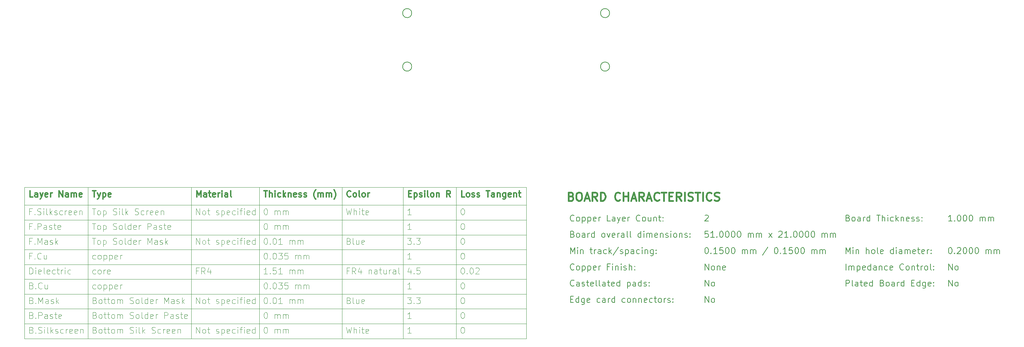
<source format=gbr>
%TF.GenerationSoftware,KiCad,Pcbnew,8.0.4*%
%TF.CreationDate,2024-09-01T12:39:08+05:30*%
%TF.ProjectId,Mitayi-Pico-RP2040,4d697461-7969-42d5-9069-636f2d525032,0.6*%
%TF.SameCoordinates,PX73df160PY5f2d3c0*%
%TF.FileFunction,Other,Comment*%
%FSLAX46Y46*%
G04 Gerber Fmt 4.6, Leading zero omitted, Abs format (unit mm)*
G04 Created by KiCad (PCBNEW 8.0.4) date 2024-09-01 12:39:08*
%MOMM*%
%LPD*%
G01*
G04 APERTURE LIST*
%ADD10C,0.100000*%
%ADD11C,0.200000*%
%ADD12C,0.300000*%
%ADD13C,0.400000*%
%ADD14C,0.150000*%
G04 APERTURE END LIST*
D10*
X30385716Y-25400000D02*
X30385716Y-62162000D01*
X-91300000Y-44132000D02*
X30385716Y-44132000D01*
X-91300000Y-29708000D02*
X30385716Y-29708000D01*
X-34342857Y-25400000D02*
X-34342857Y-62162000D01*
X-91300000Y-25400000D02*
X-91300000Y-62162000D01*
X13428572Y-25400000D02*
X13428572Y-62162000D01*
X-14314285Y-25400000D02*
X-14314285Y-62162000D01*
X-75914286Y-25400000D02*
X-75914286Y-62162000D01*
X-91300000Y-47738000D02*
X30385716Y-47738000D01*
X-91300000Y-25400000D02*
X30385716Y-25400000D01*
X-91300000Y-58556000D02*
X30385716Y-58556000D01*
X-91300000Y-40526000D02*
X30385716Y-40526000D01*
X-91300000Y-51344000D02*
X30385716Y-51344000D01*
X-50842858Y-25400000D02*
X-50842858Y-62162000D01*
X-91300000Y-33314000D02*
X30385716Y-33314000D01*
X542857Y-25400000D02*
X542857Y-62162000D01*
X-91300000Y-54950000D02*
X30385716Y-54950000D01*
X-91300000Y-62162000D02*
X30385716Y-62162000D01*
X-91300000Y-36920000D02*
X30385716Y-36920000D01*
X2501503Y-42842228D02*
X1644360Y-42842228D01*
X2072931Y-42842228D02*
X2072931Y-41342228D01*
X2072931Y-41342228D02*
X1930074Y-41556514D01*
X1930074Y-41556514D02*
X1787217Y-41699371D01*
X1787217Y-41699371D02*
X1644360Y-41770800D01*
X14887218Y-44948228D02*
X15030075Y-44948228D01*
X15030075Y-44948228D02*
X15172932Y-45019657D01*
X15172932Y-45019657D02*
X15244361Y-45091085D01*
X15244361Y-45091085D02*
X15315789Y-45233942D01*
X15315789Y-45233942D02*
X15387218Y-45519657D01*
X15387218Y-45519657D02*
X15387218Y-45876800D01*
X15387218Y-45876800D02*
X15315789Y-46162514D01*
X15315789Y-46162514D02*
X15244361Y-46305371D01*
X15244361Y-46305371D02*
X15172932Y-46376800D01*
X15172932Y-46376800D02*
X15030075Y-46448228D01*
X15030075Y-46448228D02*
X14887218Y-46448228D01*
X14887218Y-46448228D02*
X14744361Y-46376800D01*
X14744361Y-46376800D02*
X14672932Y-46305371D01*
X14672932Y-46305371D02*
X14601503Y-46162514D01*
X14601503Y-46162514D02*
X14530075Y-45876800D01*
X14530075Y-45876800D02*
X14530075Y-45519657D01*
X14530075Y-45519657D02*
X14601503Y-45233942D01*
X14601503Y-45233942D02*
X14672932Y-45091085D01*
X14672932Y-45091085D02*
X14744361Y-45019657D01*
X14744361Y-45019657D02*
X14887218Y-44948228D01*
X16030074Y-46305371D02*
X16101503Y-46376800D01*
X16101503Y-46376800D02*
X16030074Y-46448228D01*
X16030074Y-46448228D02*
X15958646Y-46376800D01*
X15958646Y-46376800D02*
X16030074Y-46305371D01*
X16030074Y-46305371D02*
X16030074Y-46448228D01*
X17030075Y-44948228D02*
X17172932Y-44948228D01*
X17172932Y-44948228D02*
X17315789Y-45019657D01*
X17315789Y-45019657D02*
X17387218Y-45091085D01*
X17387218Y-45091085D02*
X17458646Y-45233942D01*
X17458646Y-45233942D02*
X17530075Y-45519657D01*
X17530075Y-45519657D02*
X17530075Y-45876800D01*
X17530075Y-45876800D02*
X17458646Y-46162514D01*
X17458646Y-46162514D02*
X17387218Y-46305371D01*
X17387218Y-46305371D02*
X17315789Y-46376800D01*
X17315789Y-46376800D02*
X17172932Y-46448228D01*
X17172932Y-46448228D02*
X17030075Y-46448228D01*
X17030075Y-46448228D02*
X16887218Y-46376800D01*
X16887218Y-46376800D02*
X16815789Y-46305371D01*
X16815789Y-46305371D02*
X16744360Y-46162514D01*
X16744360Y-46162514D02*
X16672932Y-45876800D01*
X16672932Y-45876800D02*
X16672932Y-45519657D01*
X16672932Y-45519657D02*
X16744360Y-45233942D01*
X16744360Y-45233942D02*
X16815789Y-45091085D01*
X16815789Y-45091085D02*
X16887218Y-45019657D01*
X16887218Y-45019657D02*
X17030075Y-44948228D01*
X18101503Y-45091085D02*
X18172931Y-45019657D01*
X18172931Y-45019657D02*
X18315789Y-44948228D01*
X18315789Y-44948228D02*
X18672931Y-44948228D01*
X18672931Y-44948228D02*
X18815789Y-45019657D01*
X18815789Y-45019657D02*
X18887217Y-45091085D01*
X18887217Y-45091085D02*
X18958646Y-45233942D01*
X18958646Y-45233942D02*
X18958646Y-45376800D01*
X18958646Y-45376800D02*
X18887217Y-45591085D01*
X18887217Y-45591085D02*
X18030074Y-46448228D01*
X18030074Y-46448228D02*
X18958646Y-46448228D01*
X-74955640Y-34130228D02*
X-74098497Y-34130228D01*
X-74527069Y-35630228D02*
X-74527069Y-34130228D01*
X-73384212Y-35630228D02*
X-73527069Y-35558800D01*
X-73527069Y-35558800D02*
X-73598498Y-35487371D01*
X-73598498Y-35487371D02*
X-73669926Y-35344514D01*
X-73669926Y-35344514D02*
X-73669926Y-34915942D01*
X-73669926Y-34915942D02*
X-73598498Y-34773085D01*
X-73598498Y-34773085D02*
X-73527069Y-34701657D01*
X-73527069Y-34701657D02*
X-73384212Y-34630228D01*
X-73384212Y-34630228D02*
X-73169926Y-34630228D01*
X-73169926Y-34630228D02*
X-73027069Y-34701657D01*
X-73027069Y-34701657D02*
X-72955640Y-34773085D01*
X-72955640Y-34773085D02*
X-72884212Y-34915942D01*
X-72884212Y-34915942D02*
X-72884212Y-35344514D01*
X-72884212Y-35344514D02*
X-72955640Y-35487371D01*
X-72955640Y-35487371D02*
X-73027069Y-35558800D01*
X-73027069Y-35558800D02*
X-73169926Y-35630228D01*
X-73169926Y-35630228D02*
X-73384212Y-35630228D01*
X-72241355Y-34630228D02*
X-72241355Y-36130228D01*
X-72241355Y-34701657D02*
X-72098497Y-34630228D01*
X-72098497Y-34630228D02*
X-71812783Y-34630228D01*
X-71812783Y-34630228D02*
X-71669926Y-34701657D01*
X-71669926Y-34701657D02*
X-71598497Y-34773085D01*
X-71598497Y-34773085D02*
X-71527069Y-34915942D01*
X-71527069Y-34915942D02*
X-71527069Y-35344514D01*
X-71527069Y-35344514D02*
X-71598497Y-35487371D01*
X-71598497Y-35487371D02*
X-71669926Y-35558800D01*
X-71669926Y-35558800D02*
X-71812783Y-35630228D01*
X-71812783Y-35630228D02*
X-72098497Y-35630228D01*
X-72098497Y-35630228D02*
X-72241355Y-35558800D01*
X-69812783Y-35558800D02*
X-69598497Y-35630228D01*
X-69598497Y-35630228D02*
X-69241355Y-35630228D01*
X-69241355Y-35630228D02*
X-69098497Y-35558800D01*
X-69098497Y-35558800D02*
X-69027069Y-35487371D01*
X-69027069Y-35487371D02*
X-68955640Y-35344514D01*
X-68955640Y-35344514D02*
X-68955640Y-35201657D01*
X-68955640Y-35201657D02*
X-69027069Y-35058800D01*
X-69027069Y-35058800D02*
X-69098497Y-34987371D01*
X-69098497Y-34987371D02*
X-69241355Y-34915942D01*
X-69241355Y-34915942D02*
X-69527069Y-34844514D01*
X-69527069Y-34844514D02*
X-69669926Y-34773085D01*
X-69669926Y-34773085D02*
X-69741355Y-34701657D01*
X-69741355Y-34701657D02*
X-69812783Y-34558800D01*
X-69812783Y-34558800D02*
X-69812783Y-34415942D01*
X-69812783Y-34415942D02*
X-69741355Y-34273085D01*
X-69741355Y-34273085D02*
X-69669926Y-34201657D01*
X-69669926Y-34201657D02*
X-69527069Y-34130228D01*
X-69527069Y-34130228D02*
X-69169926Y-34130228D01*
X-69169926Y-34130228D02*
X-68955640Y-34201657D01*
X-68098498Y-35630228D02*
X-68241355Y-35558800D01*
X-68241355Y-35558800D02*
X-68312784Y-35487371D01*
X-68312784Y-35487371D02*
X-68384212Y-35344514D01*
X-68384212Y-35344514D02*
X-68384212Y-34915942D01*
X-68384212Y-34915942D02*
X-68312784Y-34773085D01*
X-68312784Y-34773085D02*
X-68241355Y-34701657D01*
X-68241355Y-34701657D02*
X-68098498Y-34630228D01*
X-68098498Y-34630228D02*
X-67884212Y-34630228D01*
X-67884212Y-34630228D02*
X-67741355Y-34701657D01*
X-67741355Y-34701657D02*
X-67669926Y-34773085D01*
X-67669926Y-34773085D02*
X-67598498Y-34915942D01*
X-67598498Y-34915942D02*
X-67598498Y-35344514D01*
X-67598498Y-35344514D02*
X-67669926Y-35487371D01*
X-67669926Y-35487371D02*
X-67741355Y-35558800D01*
X-67741355Y-35558800D02*
X-67884212Y-35630228D01*
X-67884212Y-35630228D02*
X-68098498Y-35630228D01*
X-66741355Y-35630228D02*
X-66884212Y-35558800D01*
X-66884212Y-35558800D02*
X-66955641Y-35415942D01*
X-66955641Y-35415942D02*
X-66955641Y-34130228D01*
X-65527069Y-35630228D02*
X-65527069Y-34130228D01*
X-65527069Y-35558800D02*
X-65669927Y-35630228D01*
X-65669927Y-35630228D02*
X-65955641Y-35630228D01*
X-65955641Y-35630228D02*
X-66098498Y-35558800D01*
X-66098498Y-35558800D02*
X-66169927Y-35487371D01*
X-66169927Y-35487371D02*
X-66241355Y-35344514D01*
X-66241355Y-35344514D02*
X-66241355Y-34915942D01*
X-66241355Y-34915942D02*
X-66169927Y-34773085D01*
X-66169927Y-34773085D02*
X-66098498Y-34701657D01*
X-66098498Y-34701657D02*
X-65955641Y-34630228D01*
X-65955641Y-34630228D02*
X-65669927Y-34630228D01*
X-65669927Y-34630228D02*
X-65527069Y-34701657D01*
X-64241355Y-35558800D02*
X-64384212Y-35630228D01*
X-64384212Y-35630228D02*
X-64669926Y-35630228D01*
X-64669926Y-35630228D02*
X-64812784Y-35558800D01*
X-64812784Y-35558800D02*
X-64884212Y-35415942D01*
X-64884212Y-35415942D02*
X-64884212Y-34844514D01*
X-64884212Y-34844514D02*
X-64812784Y-34701657D01*
X-64812784Y-34701657D02*
X-64669926Y-34630228D01*
X-64669926Y-34630228D02*
X-64384212Y-34630228D01*
X-64384212Y-34630228D02*
X-64241355Y-34701657D01*
X-64241355Y-34701657D02*
X-64169926Y-34844514D01*
X-64169926Y-34844514D02*
X-64169926Y-34987371D01*
X-64169926Y-34987371D02*
X-64884212Y-35130228D01*
X-63527070Y-35630228D02*
X-63527070Y-34630228D01*
X-63527070Y-34915942D02*
X-63455641Y-34773085D01*
X-63455641Y-34773085D02*
X-63384212Y-34701657D01*
X-63384212Y-34701657D02*
X-63241355Y-34630228D01*
X-63241355Y-34630228D02*
X-63098498Y-34630228D01*
X-61455642Y-35630228D02*
X-61455642Y-34130228D01*
X-61455642Y-34130228D02*
X-60884213Y-34130228D01*
X-60884213Y-34130228D02*
X-60741356Y-34201657D01*
X-60741356Y-34201657D02*
X-60669927Y-34273085D01*
X-60669927Y-34273085D02*
X-60598499Y-34415942D01*
X-60598499Y-34415942D02*
X-60598499Y-34630228D01*
X-60598499Y-34630228D02*
X-60669927Y-34773085D01*
X-60669927Y-34773085D02*
X-60741356Y-34844514D01*
X-60741356Y-34844514D02*
X-60884213Y-34915942D01*
X-60884213Y-34915942D02*
X-61455642Y-34915942D01*
X-59312784Y-35630228D02*
X-59312784Y-34844514D01*
X-59312784Y-34844514D02*
X-59384213Y-34701657D01*
X-59384213Y-34701657D02*
X-59527070Y-34630228D01*
X-59527070Y-34630228D02*
X-59812784Y-34630228D01*
X-59812784Y-34630228D02*
X-59955642Y-34701657D01*
X-59312784Y-35558800D02*
X-59455642Y-35630228D01*
X-59455642Y-35630228D02*
X-59812784Y-35630228D01*
X-59812784Y-35630228D02*
X-59955642Y-35558800D01*
X-59955642Y-35558800D02*
X-60027070Y-35415942D01*
X-60027070Y-35415942D02*
X-60027070Y-35273085D01*
X-60027070Y-35273085D02*
X-59955642Y-35130228D01*
X-59955642Y-35130228D02*
X-59812784Y-35058800D01*
X-59812784Y-35058800D02*
X-59455642Y-35058800D01*
X-59455642Y-35058800D02*
X-59312784Y-34987371D01*
X-58669927Y-35558800D02*
X-58527070Y-35630228D01*
X-58527070Y-35630228D02*
X-58241356Y-35630228D01*
X-58241356Y-35630228D02*
X-58098499Y-35558800D01*
X-58098499Y-35558800D02*
X-58027070Y-35415942D01*
X-58027070Y-35415942D02*
X-58027070Y-35344514D01*
X-58027070Y-35344514D02*
X-58098499Y-35201657D01*
X-58098499Y-35201657D02*
X-58241356Y-35130228D01*
X-58241356Y-35130228D02*
X-58455641Y-35130228D01*
X-58455641Y-35130228D02*
X-58598499Y-35058800D01*
X-58598499Y-35058800D02*
X-58669927Y-34915942D01*
X-58669927Y-34915942D02*
X-58669927Y-34844514D01*
X-58669927Y-34844514D02*
X-58598499Y-34701657D01*
X-58598499Y-34701657D02*
X-58455641Y-34630228D01*
X-58455641Y-34630228D02*
X-58241356Y-34630228D01*
X-58241356Y-34630228D02*
X-58098499Y-34701657D01*
X-57598498Y-34630228D02*
X-57027070Y-34630228D01*
X-57384213Y-34130228D02*
X-57384213Y-35415942D01*
X-57384213Y-35415942D02*
X-57312784Y-35558800D01*
X-57312784Y-35558800D02*
X-57169927Y-35630228D01*
X-57169927Y-35630228D02*
X-57027070Y-35630228D01*
X-55955641Y-35558800D02*
X-56098498Y-35630228D01*
X-56098498Y-35630228D02*
X-56384212Y-35630228D01*
X-56384212Y-35630228D02*
X-56527070Y-35558800D01*
X-56527070Y-35558800D02*
X-56598498Y-35415942D01*
X-56598498Y-35415942D02*
X-56598498Y-34844514D01*
X-56598498Y-34844514D02*
X-56527070Y-34701657D01*
X-56527070Y-34701657D02*
X-56384212Y-34630228D01*
X-56384212Y-34630228D02*
X-56098498Y-34630228D01*
X-56098498Y-34630228D02*
X-55955641Y-34701657D01*
X-55955641Y-34701657D02*
X-55884212Y-34844514D01*
X-55884212Y-34844514D02*
X-55884212Y-34987371D01*
X-55884212Y-34987371D02*
X-56598498Y-35130228D01*
X-89627069Y-52874514D02*
X-89412783Y-52945942D01*
X-89412783Y-52945942D02*
X-89341354Y-53017371D01*
X-89341354Y-53017371D02*
X-89269926Y-53160228D01*
X-89269926Y-53160228D02*
X-89269926Y-53374514D01*
X-89269926Y-53374514D02*
X-89341354Y-53517371D01*
X-89341354Y-53517371D02*
X-89412783Y-53588800D01*
X-89412783Y-53588800D02*
X-89555640Y-53660228D01*
X-89555640Y-53660228D02*
X-90127069Y-53660228D01*
X-90127069Y-53660228D02*
X-90127069Y-52160228D01*
X-90127069Y-52160228D02*
X-89627069Y-52160228D01*
X-89627069Y-52160228D02*
X-89484211Y-52231657D01*
X-89484211Y-52231657D02*
X-89412783Y-52303085D01*
X-89412783Y-52303085D02*
X-89341354Y-52445942D01*
X-89341354Y-52445942D02*
X-89341354Y-52588800D01*
X-89341354Y-52588800D02*
X-89412783Y-52731657D01*
X-89412783Y-52731657D02*
X-89484211Y-52803085D01*
X-89484211Y-52803085D02*
X-89627069Y-52874514D01*
X-89627069Y-52874514D02*
X-90127069Y-52874514D01*
X-88627069Y-53517371D02*
X-88555640Y-53588800D01*
X-88555640Y-53588800D02*
X-88627069Y-53660228D01*
X-88627069Y-53660228D02*
X-88698497Y-53588800D01*
X-88698497Y-53588800D02*
X-88627069Y-53517371D01*
X-88627069Y-53517371D02*
X-88627069Y-53660228D01*
X-87912783Y-53660228D02*
X-87912783Y-52160228D01*
X-87912783Y-52160228D02*
X-87412783Y-53231657D01*
X-87412783Y-53231657D02*
X-86912783Y-52160228D01*
X-86912783Y-52160228D02*
X-86912783Y-53660228D01*
X-85555639Y-53660228D02*
X-85555639Y-52874514D01*
X-85555639Y-52874514D02*
X-85627068Y-52731657D01*
X-85627068Y-52731657D02*
X-85769925Y-52660228D01*
X-85769925Y-52660228D02*
X-86055639Y-52660228D01*
X-86055639Y-52660228D02*
X-86198497Y-52731657D01*
X-85555639Y-53588800D02*
X-85698497Y-53660228D01*
X-85698497Y-53660228D02*
X-86055639Y-53660228D01*
X-86055639Y-53660228D02*
X-86198497Y-53588800D01*
X-86198497Y-53588800D02*
X-86269925Y-53445942D01*
X-86269925Y-53445942D02*
X-86269925Y-53303085D01*
X-86269925Y-53303085D02*
X-86198497Y-53160228D01*
X-86198497Y-53160228D02*
X-86055639Y-53088800D01*
X-86055639Y-53088800D02*
X-85698497Y-53088800D01*
X-85698497Y-53088800D02*
X-85555639Y-53017371D01*
X-84912782Y-53588800D02*
X-84769925Y-53660228D01*
X-84769925Y-53660228D02*
X-84484211Y-53660228D01*
X-84484211Y-53660228D02*
X-84341354Y-53588800D01*
X-84341354Y-53588800D02*
X-84269925Y-53445942D01*
X-84269925Y-53445942D02*
X-84269925Y-53374514D01*
X-84269925Y-53374514D02*
X-84341354Y-53231657D01*
X-84341354Y-53231657D02*
X-84484211Y-53160228D01*
X-84484211Y-53160228D02*
X-84698496Y-53160228D01*
X-84698496Y-53160228D02*
X-84841354Y-53088800D01*
X-84841354Y-53088800D02*
X-84912782Y-52945942D01*
X-84912782Y-52945942D02*
X-84912782Y-52874514D01*
X-84912782Y-52874514D02*
X-84841354Y-52731657D01*
X-84841354Y-52731657D02*
X-84698496Y-52660228D01*
X-84698496Y-52660228D02*
X-84484211Y-52660228D01*
X-84484211Y-52660228D02*
X-84341354Y-52731657D01*
X-83627068Y-53660228D02*
X-83627068Y-52160228D01*
X-83484210Y-53088800D02*
X-83055639Y-53660228D01*
X-83055639Y-52660228D02*
X-83627068Y-53231657D01*
D11*
X41995863Y-45333171D02*
X41924435Y-45404600D01*
X41924435Y-45404600D02*
X41710149Y-45476028D01*
X41710149Y-45476028D02*
X41567292Y-45476028D01*
X41567292Y-45476028D02*
X41353006Y-45404600D01*
X41353006Y-45404600D02*
X41210149Y-45261742D01*
X41210149Y-45261742D02*
X41138720Y-45118885D01*
X41138720Y-45118885D02*
X41067292Y-44833171D01*
X41067292Y-44833171D02*
X41067292Y-44618885D01*
X41067292Y-44618885D02*
X41138720Y-44333171D01*
X41138720Y-44333171D02*
X41210149Y-44190314D01*
X41210149Y-44190314D02*
X41353006Y-44047457D01*
X41353006Y-44047457D02*
X41567292Y-43976028D01*
X41567292Y-43976028D02*
X41710149Y-43976028D01*
X41710149Y-43976028D02*
X41924435Y-44047457D01*
X41924435Y-44047457D02*
X41995863Y-44118885D01*
X42853006Y-45476028D02*
X42710149Y-45404600D01*
X42710149Y-45404600D02*
X42638720Y-45333171D01*
X42638720Y-45333171D02*
X42567292Y-45190314D01*
X42567292Y-45190314D02*
X42567292Y-44761742D01*
X42567292Y-44761742D02*
X42638720Y-44618885D01*
X42638720Y-44618885D02*
X42710149Y-44547457D01*
X42710149Y-44547457D02*
X42853006Y-44476028D01*
X42853006Y-44476028D02*
X43067292Y-44476028D01*
X43067292Y-44476028D02*
X43210149Y-44547457D01*
X43210149Y-44547457D02*
X43281578Y-44618885D01*
X43281578Y-44618885D02*
X43353006Y-44761742D01*
X43353006Y-44761742D02*
X43353006Y-45190314D01*
X43353006Y-45190314D02*
X43281578Y-45333171D01*
X43281578Y-45333171D02*
X43210149Y-45404600D01*
X43210149Y-45404600D02*
X43067292Y-45476028D01*
X43067292Y-45476028D02*
X42853006Y-45476028D01*
X43995863Y-44476028D02*
X43995863Y-45976028D01*
X43995863Y-44547457D02*
X44138721Y-44476028D01*
X44138721Y-44476028D02*
X44424435Y-44476028D01*
X44424435Y-44476028D02*
X44567292Y-44547457D01*
X44567292Y-44547457D02*
X44638721Y-44618885D01*
X44638721Y-44618885D02*
X44710149Y-44761742D01*
X44710149Y-44761742D02*
X44710149Y-45190314D01*
X44710149Y-45190314D02*
X44638721Y-45333171D01*
X44638721Y-45333171D02*
X44567292Y-45404600D01*
X44567292Y-45404600D02*
X44424435Y-45476028D01*
X44424435Y-45476028D02*
X44138721Y-45476028D01*
X44138721Y-45476028D02*
X43995863Y-45404600D01*
X45353006Y-44476028D02*
X45353006Y-45976028D01*
X45353006Y-44547457D02*
X45495864Y-44476028D01*
X45495864Y-44476028D02*
X45781578Y-44476028D01*
X45781578Y-44476028D02*
X45924435Y-44547457D01*
X45924435Y-44547457D02*
X45995864Y-44618885D01*
X45995864Y-44618885D02*
X46067292Y-44761742D01*
X46067292Y-44761742D02*
X46067292Y-45190314D01*
X46067292Y-45190314D02*
X45995864Y-45333171D01*
X45995864Y-45333171D02*
X45924435Y-45404600D01*
X45924435Y-45404600D02*
X45781578Y-45476028D01*
X45781578Y-45476028D02*
X45495864Y-45476028D01*
X45495864Y-45476028D02*
X45353006Y-45404600D01*
X47281578Y-45404600D02*
X47138721Y-45476028D01*
X47138721Y-45476028D02*
X46853007Y-45476028D01*
X46853007Y-45476028D02*
X46710149Y-45404600D01*
X46710149Y-45404600D02*
X46638721Y-45261742D01*
X46638721Y-45261742D02*
X46638721Y-44690314D01*
X46638721Y-44690314D02*
X46710149Y-44547457D01*
X46710149Y-44547457D02*
X46853007Y-44476028D01*
X46853007Y-44476028D02*
X47138721Y-44476028D01*
X47138721Y-44476028D02*
X47281578Y-44547457D01*
X47281578Y-44547457D02*
X47353007Y-44690314D01*
X47353007Y-44690314D02*
X47353007Y-44833171D01*
X47353007Y-44833171D02*
X46638721Y-44976028D01*
X47995863Y-45476028D02*
X47995863Y-44476028D01*
X47995863Y-44761742D02*
X48067292Y-44618885D01*
X48067292Y-44618885D02*
X48138721Y-44547457D01*
X48138721Y-44547457D02*
X48281578Y-44476028D01*
X48281578Y-44476028D02*
X48424435Y-44476028D01*
X50567291Y-44690314D02*
X50067291Y-44690314D01*
X50067291Y-45476028D02*
X50067291Y-43976028D01*
X50067291Y-43976028D02*
X50781577Y-43976028D01*
X51353005Y-45476028D02*
X51353005Y-44476028D01*
X51353005Y-43976028D02*
X51281577Y-44047457D01*
X51281577Y-44047457D02*
X51353005Y-44118885D01*
X51353005Y-44118885D02*
X51424434Y-44047457D01*
X51424434Y-44047457D02*
X51353005Y-43976028D01*
X51353005Y-43976028D02*
X51353005Y-44118885D01*
X52067291Y-44476028D02*
X52067291Y-45476028D01*
X52067291Y-44618885D02*
X52138720Y-44547457D01*
X52138720Y-44547457D02*
X52281577Y-44476028D01*
X52281577Y-44476028D02*
X52495863Y-44476028D01*
X52495863Y-44476028D02*
X52638720Y-44547457D01*
X52638720Y-44547457D02*
X52710149Y-44690314D01*
X52710149Y-44690314D02*
X52710149Y-45476028D01*
X53424434Y-45476028D02*
X53424434Y-44476028D01*
X53424434Y-43976028D02*
X53353006Y-44047457D01*
X53353006Y-44047457D02*
X53424434Y-44118885D01*
X53424434Y-44118885D02*
X53495863Y-44047457D01*
X53495863Y-44047457D02*
X53424434Y-43976028D01*
X53424434Y-43976028D02*
X53424434Y-44118885D01*
X54067292Y-45404600D02*
X54210149Y-45476028D01*
X54210149Y-45476028D02*
X54495863Y-45476028D01*
X54495863Y-45476028D02*
X54638720Y-45404600D01*
X54638720Y-45404600D02*
X54710149Y-45261742D01*
X54710149Y-45261742D02*
X54710149Y-45190314D01*
X54710149Y-45190314D02*
X54638720Y-45047457D01*
X54638720Y-45047457D02*
X54495863Y-44976028D01*
X54495863Y-44976028D02*
X54281578Y-44976028D01*
X54281578Y-44976028D02*
X54138720Y-44904600D01*
X54138720Y-44904600D02*
X54067292Y-44761742D01*
X54067292Y-44761742D02*
X54067292Y-44690314D01*
X54067292Y-44690314D02*
X54138720Y-44547457D01*
X54138720Y-44547457D02*
X54281578Y-44476028D01*
X54281578Y-44476028D02*
X54495863Y-44476028D01*
X54495863Y-44476028D02*
X54638720Y-44547457D01*
X55353006Y-45476028D02*
X55353006Y-43976028D01*
X55995864Y-45476028D02*
X55995864Y-44690314D01*
X55995864Y-44690314D02*
X55924435Y-44547457D01*
X55924435Y-44547457D02*
X55781578Y-44476028D01*
X55781578Y-44476028D02*
X55567292Y-44476028D01*
X55567292Y-44476028D02*
X55424435Y-44547457D01*
X55424435Y-44547457D02*
X55353006Y-44618885D01*
X56710149Y-45333171D02*
X56781578Y-45404600D01*
X56781578Y-45404600D02*
X56710149Y-45476028D01*
X56710149Y-45476028D02*
X56638721Y-45404600D01*
X56638721Y-45404600D02*
X56710149Y-45333171D01*
X56710149Y-45333171D02*
X56710149Y-45476028D01*
X56710149Y-44547457D02*
X56781578Y-44618885D01*
X56781578Y-44618885D02*
X56710149Y-44690314D01*
X56710149Y-44690314D02*
X56638721Y-44618885D01*
X56638721Y-44618885D02*
X56710149Y-44547457D01*
X56710149Y-44547457D02*
X56710149Y-44690314D01*
D10*
X-74955640Y-37736228D02*
X-74098497Y-37736228D01*
X-74527069Y-39236228D02*
X-74527069Y-37736228D01*
X-73384212Y-39236228D02*
X-73527069Y-39164800D01*
X-73527069Y-39164800D02*
X-73598498Y-39093371D01*
X-73598498Y-39093371D02*
X-73669926Y-38950514D01*
X-73669926Y-38950514D02*
X-73669926Y-38521942D01*
X-73669926Y-38521942D02*
X-73598498Y-38379085D01*
X-73598498Y-38379085D02*
X-73527069Y-38307657D01*
X-73527069Y-38307657D02*
X-73384212Y-38236228D01*
X-73384212Y-38236228D02*
X-73169926Y-38236228D01*
X-73169926Y-38236228D02*
X-73027069Y-38307657D01*
X-73027069Y-38307657D02*
X-72955640Y-38379085D01*
X-72955640Y-38379085D02*
X-72884212Y-38521942D01*
X-72884212Y-38521942D02*
X-72884212Y-38950514D01*
X-72884212Y-38950514D02*
X-72955640Y-39093371D01*
X-72955640Y-39093371D02*
X-73027069Y-39164800D01*
X-73027069Y-39164800D02*
X-73169926Y-39236228D01*
X-73169926Y-39236228D02*
X-73384212Y-39236228D01*
X-72241355Y-38236228D02*
X-72241355Y-39736228D01*
X-72241355Y-38307657D02*
X-72098497Y-38236228D01*
X-72098497Y-38236228D02*
X-71812783Y-38236228D01*
X-71812783Y-38236228D02*
X-71669926Y-38307657D01*
X-71669926Y-38307657D02*
X-71598497Y-38379085D01*
X-71598497Y-38379085D02*
X-71527069Y-38521942D01*
X-71527069Y-38521942D02*
X-71527069Y-38950514D01*
X-71527069Y-38950514D02*
X-71598497Y-39093371D01*
X-71598497Y-39093371D02*
X-71669926Y-39164800D01*
X-71669926Y-39164800D02*
X-71812783Y-39236228D01*
X-71812783Y-39236228D02*
X-72098497Y-39236228D01*
X-72098497Y-39236228D02*
X-72241355Y-39164800D01*
X-69812783Y-39164800D02*
X-69598497Y-39236228D01*
X-69598497Y-39236228D02*
X-69241355Y-39236228D01*
X-69241355Y-39236228D02*
X-69098497Y-39164800D01*
X-69098497Y-39164800D02*
X-69027069Y-39093371D01*
X-69027069Y-39093371D02*
X-68955640Y-38950514D01*
X-68955640Y-38950514D02*
X-68955640Y-38807657D01*
X-68955640Y-38807657D02*
X-69027069Y-38664800D01*
X-69027069Y-38664800D02*
X-69098497Y-38593371D01*
X-69098497Y-38593371D02*
X-69241355Y-38521942D01*
X-69241355Y-38521942D02*
X-69527069Y-38450514D01*
X-69527069Y-38450514D02*
X-69669926Y-38379085D01*
X-69669926Y-38379085D02*
X-69741355Y-38307657D01*
X-69741355Y-38307657D02*
X-69812783Y-38164800D01*
X-69812783Y-38164800D02*
X-69812783Y-38021942D01*
X-69812783Y-38021942D02*
X-69741355Y-37879085D01*
X-69741355Y-37879085D02*
X-69669926Y-37807657D01*
X-69669926Y-37807657D02*
X-69527069Y-37736228D01*
X-69527069Y-37736228D02*
X-69169926Y-37736228D01*
X-69169926Y-37736228D02*
X-68955640Y-37807657D01*
X-68098498Y-39236228D02*
X-68241355Y-39164800D01*
X-68241355Y-39164800D02*
X-68312784Y-39093371D01*
X-68312784Y-39093371D02*
X-68384212Y-38950514D01*
X-68384212Y-38950514D02*
X-68384212Y-38521942D01*
X-68384212Y-38521942D02*
X-68312784Y-38379085D01*
X-68312784Y-38379085D02*
X-68241355Y-38307657D01*
X-68241355Y-38307657D02*
X-68098498Y-38236228D01*
X-68098498Y-38236228D02*
X-67884212Y-38236228D01*
X-67884212Y-38236228D02*
X-67741355Y-38307657D01*
X-67741355Y-38307657D02*
X-67669926Y-38379085D01*
X-67669926Y-38379085D02*
X-67598498Y-38521942D01*
X-67598498Y-38521942D02*
X-67598498Y-38950514D01*
X-67598498Y-38950514D02*
X-67669926Y-39093371D01*
X-67669926Y-39093371D02*
X-67741355Y-39164800D01*
X-67741355Y-39164800D02*
X-67884212Y-39236228D01*
X-67884212Y-39236228D02*
X-68098498Y-39236228D01*
X-66741355Y-39236228D02*
X-66884212Y-39164800D01*
X-66884212Y-39164800D02*
X-66955641Y-39021942D01*
X-66955641Y-39021942D02*
X-66955641Y-37736228D01*
X-65527069Y-39236228D02*
X-65527069Y-37736228D01*
X-65527069Y-39164800D02*
X-65669927Y-39236228D01*
X-65669927Y-39236228D02*
X-65955641Y-39236228D01*
X-65955641Y-39236228D02*
X-66098498Y-39164800D01*
X-66098498Y-39164800D02*
X-66169927Y-39093371D01*
X-66169927Y-39093371D02*
X-66241355Y-38950514D01*
X-66241355Y-38950514D02*
X-66241355Y-38521942D01*
X-66241355Y-38521942D02*
X-66169927Y-38379085D01*
X-66169927Y-38379085D02*
X-66098498Y-38307657D01*
X-66098498Y-38307657D02*
X-65955641Y-38236228D01*
X-65955641Y-38236228D02*
X-65669927Y-38236228D01*
X-65669927Y-38236228D02*
X-65527069Y-38307657D01*
X-64241355Y-39164800D02*
X-64384212Y-39236228D01*
X-64384212Y-39236228D02*
X-64669926Y-39236228D01*
X-64669926Y-39236228D02*
X-64812784Y-39164800D01*
X-64812784Y-39164800D02*
X-64884212Y-39021942D01*
X-64884212Y-39021942D02*
X-64884212Y-38450514D01*
X-64884212Y-38450514D02*
X-64812784Y-38307657D01*
X-64812784Y-38307657D02*
X-64669926Y-38236228D01*
X-64669926Y-38236228D02*
X-64384212Y-38236228D01*
X-64384212Y-38236228D02*
X-64241355Y-38307657D01*
X-64241355Y-38307657D02*
X-64169926Y-38450514D01*
X-64169926Y-38450514D02*
X-64169926Y-38593371D01*
X-64169926Y-38593371D02*
X-64884212Y-38736228D01*
X-63527070Y-39236228D02*
X-63527070Y-38236228D01*
X-63527070Y-38521942D02*
X-63455641Y-38379085D01*
X-63455641Y-38379085D02*
X-63384212Y-38307657D01*
X-63384212Y-38307657D02*
X-63241355Y-38236228D01*
X-63241355Y-38236228D02*
X-63098498Y-38236228D01*
X-61455642Y-39236228D02*
X-61455642Y-37736228D01*
X-61455642Y-37736228D02*
X-60955642Y-38807657D01*
X-60955642Y-38807657D02*
X-60455642Y-37736228D01*
X-60455642Y-37736228D02*
X-60455642Y-39236228D01*
X-59098498Y-39236228D02*
X-59098498Y-38450514D01*
X-59098498Y-38450514D02*
X-59169927Y-38307657D01*
X-59169927Y-38307657D02*
X-59312784Y-38236228D01*
X-59312784Y-38236228D02*
X-59598498Y-38236228D01*
X-59598498Y-38236228D02*
X-59741356Y-38307657D01*
X-59098498Y-39164800D02*
X-59241356Y-39236228D01*
X-59241356Y-39236228D02*
X-59598498Y-39236228D01*
X-59598498Y-39236228D02*
X-59741356Y-39164800D01*
X-59741356Y-39164800D02*
X-59812784Y-39021942D01*
X-59812784Y-39021942D02*
X-59812784Y-38879085D01*
X-59812784Y-38879085D02*
X-59741356Y-38736228D01*
X-59741356Y-38736228D02*
X-59598498Y-38664800D01*
X-59598498Y-38664800D02*
X-59241356Y-38664800D01*
X-59241356Y-38664800D02*
X-59098498Y-38593371D01*
X-58455641Y-39164800D02*
X-58312784Y-39236228D01*
X-58312784Y-39236228D02*
X-58027070Y-39236228D01*
X-58027070Y-39236228D02*
X-57884213Y-39164800D01*
X-57884213Y-39164800D02*
X-57812784Y-39021942D01*
X-57812784Y-39021942D02*
X-57812784Y-38950514D01*
X-57812784Y-38950514D02*
X-57884213Y-38807657D01*
X-57884213Y-38807657D02*
X-58027070Y-38736228D01*
X-58027070Y-38736228D02*
X-58241355Y-38736228D01*
X-58241355Y-38736228D02*
X-58384213Y-38664800D01*
X-58384213Y-38664800D02*
X-58455641Y-38521942D01*
X-58455641Y-38521942D02*
X-58455641Y-38450514D01*
X-58455641Y-38450514D02*
X-58384213Y-38307657D01*
X-58384213Y-38307657D02*
X-58241355Y-38236228D01*
X-58241355Y-38236228D02*
X-58027070Y-38236228D01*
X-58027070Y-38236228D02*
X-57884213Y-38307657D01*
X-57169927Y-39236228D02*
X-57169927Y-37736228D01*
X-57027069Y-38664800D02*
X-56598498Y-39236228D01*
X-56598498Y-38236228D02*
X-57169927Y-38807657D01*
D11*
X132895858Y-45476028D02*
X132895858Y-43976028D01*
X132895858Y-43976028D02*
X133753001Y-45476028D01*
X133753001Y-45476028D02*
X133753001Y-43976028D01*
X134681573Y-45476028D02*
X134538716Y-45404600D01*
X134538716Y-45404600D02*
X134467287Y-45333171D01*
X134467287Y-45333171D02*
X134395859Y-45190314D01*
X134395859Y-45190314D02*
X134395859Y-44761742D01*
X134395859Y-44761742D02*
X134467287Y-44618885D01*
X134467287Y-44618885D02*
X134538716Y-44547457D01*
X134538716Y-44547457D02*
X134681573Y-44476028D01*
X134681573Y-44476028D02*
X134895859Y-44476028D01*
X134895859Y-44476028D02*
X135038716Y-44547457D01*
X135038716Y-44547457D02*
X135110145Y-44618885D01*
X135110145Y-44618885D02*
X135181573Y-44761742D01*
X135181573Y-44761742D02*
X135181573Y-45190314D01*
X135181573Y-45190314D02*
X135110145Y-45333171D01*
X135110145Y-45333171D02*
X135038716Y-45404600D01*
X135038716Y-45404600D02*
X134895859Y-45476028D01*
X134895859Y-45476028D02*
X134681573Y-45476028D01*
D10*
X-49669927Y-53660228D02*
X-49669927Y-52160228D01*
X-49669927Y-52160228D02*
X-48812784Y-53660228D01*
X-48812784Y-53660228D02*
X-48812784Y-52160228D01*
X-47884212Y-53660228D02*
X-48027069Y-53588800D01*
X-48027069Y-53588800D02*
X-48098498Y-53517371D01*
X-48098498Y-53517371D02*
X-48169926Y-53374514D01*
X-48169926Y-53374514D02*
X-48169926Y-52945942D01*
X-48169926Y-52945942D02*
X-48098498Y-52803085D01*
X-48098498Y-52803085D02*
X-48027069Y-52731657D01*
X-48027069Y-52731657D02*
X-47884212Y-52660228D01*
X-47884212Y-52660228D02*
X-47669926Y-52660228D01*
X-47669926Y-52660228D02*
X-47527069Y-52731657D01*
X-47527069Y-52731657D02*
X-47455640Y-52803085D01*
X-47455640Y-52803085D02*
X-47384212Y-52945942D01*
X-47384212Y-52945942D02*
X-47384212Y-53374514D01*
X-47384212Y-53374514D02*
X-47455640Y-53517371D01*
X-47455640Y-53517371D02*
X-47527069Y-53588800D01*
X-47527069Y-53588800D02*
X-47669926Y-53660228D01*
X-47669926Y-53660228D02*
X-47884212Y-53660228D01*
X-46955640Y-52660228D02*
X-46384212Y-52660228D01*
X-46741355Y-52160228D02*
X-46741355Y-53445942D01*
X-46741355Y-53445942D02*
X-46669926Y-53588800D01*
X-46669926Y-53588800D02*
X-46527069Y-53660228D01*
X-46527069Y-53660228D02*
X-46384212Y-53660228D01*
X-44812783Y-53588800D02*
X-44669926Y-53660228D01*
X-44669926Y-53660228D02*
X-44384212Y-53660228D01*
X-44384212Y-53660228D02*
X-44241355Y-53588800D01*
X-44241355Y-53588800D02*
X-44169926Y-53445942D01*
X-44169926Y-53445942D02*
X-44169926Y-53374514D01*
X-44169926Y-53374514D02*
X-44241355Y-53231657D01*
X-44241355Y-53231657D02*
X-44384212Y-53160228D01*
X-44384212Y-53160228D02*
X-44598497Y-53160228D01*
X-44598497Y-53160228D02*
X-44741355Y-53088800D01*
X-44741355Y-53088800D02*
X-44812783Y-52945942D01*
X-44812783Y-52945942D02*
X-44812783Y-52874514D01*
X-44812783Y-52874514D02*
X-44741355Y-52731657D01*
X-44741355Y-52731657D02*
X-44598497Y-52660228D01*
X-44598497Y-52660228D02*
X-44384212Y-52660228D01*
X-44384212Y-52660228D02*
X-44241355Y-52731657D01*
X-43527069Y-52660228D02*
X-43527069Y-54160228D01*
X-43527069Y-52731657D02*
X-43384211Y-52660228D01*
X-43384211Y-52660228D02*
X-43098497Y-52660228D01*
X-43098497Y-52660228D02*
X-42955640Y-52731657D01*
X-42955640Y-52731657D02*
X-42884211Y-52803085D01*
X-42884211Y-52803085D02*
X-42812783Y-52945942D01*
X-42812783Y-52945942D02*
X-42812783Y-53374514D01*
X-42812783Y-53374514D02*
X-42884211Y-53517371D01*
X-42884211Y-53517371D02*
X-42955640Y-53588800D01*
X-42955640Y-53588800D02*
X-43098497Y-53660228D01*
X-43098497Y-53660228D02*
X-43384211Y-53660228D01*
X-43384211Y-53660228D02*
X-43527069Y-53588800D01*
X-41598497Y-53588800D02*
X-41741354Y-53660228D01*
X-41741354Y-53660228D02*
X-42027068Y-53660228D01*
X-42027068Y-53660228D02*
X-42169926Y-53588800D01*
X-42169926Y-53588800D02*
X-42241354Y-53445942D01*
X-42241354Y-53445942D02*
X-42241354Y-52874514D01*
X-42241354Y-52874514D02*
X-42169926Y-52731657D01*
X-42169926Y-52731657D02*
X-42027068Y-52660228D01*
X-42027068Y-52660228D02*
X-41741354Y-52660228D01*
X-41741354Y-52660228D02*
X-41598497Y-52731657D01*
X-41598497Y-52731657D02*
X-41527068Y-52874514D01*
X-41527068Y-52874514D02*
X-41527068Y-53017371D01*
X-41527068Y-53017371D02*
X-42241354Y-53160228D01*
X-40241354Y-53588800D02*
X-40384212Y-53660228D01*
X-40384212Y-53660228D02*
X-40669926Y-53660228D01*
X-40669926Y-53660228D02*
X-40812783Y-53588800D01*
X-40812783Y-53588800D02*
X-40884212Y-53517371D01*
X-40884212Y-53517371D02*
X-40955640Y-53374514D01*
X-40955640Y-53374514D02*
X-40955640Y-52945942D01*
X-40955640Y-52945942D02*
X-40884212Y-52803085D01*
X-40884212Y-52803085D02*
X-40812783Y-52731657D01*
X-40812783Y-52731657D02*
X-40669926Y-52660228D01*
X-40669926Y-52660228D02*
X-40384212Y-52660228D01*
X-40384212Y-52660228D02*
X-40241354Y-52731657D01*
X-39598498Y-53660228D02*
X-39598498Y-52660228D01*
X-39598498Y-52160228D02*
X-39669926Y-52231657D01*
X-39669926Y-52231657D02*
X-39598498Y-52303085D01*
X-39598498Y-52303085D02*
X-39527069Y-52231657D01*
X-39527069Y-52231657D02*
X-39598498Y-52160228D01*
X-39598498Y-52160228D02*
X-39598498Y-52303085D01*
X-39098497Y-52660228D02*
X-38527069Y-52660228D01*
X-38884212Y-53660228D02*
X-38884212Y-52374514D01*
X-38884212Y-52374514D02*
X-38812783Y-52231657D01*
X-38812783Y-52231657D02*
X-38669926Y-52160228D01*
X-38669926Y-52160228D02*
X-38527069Y-52160228D01*
X-38027069Y-53660228D02*
X-38027069Y-52660228D01*
X-38027069Y-52160228D02*
X-38098497Y-52231657D01*
X-38098497Y-52231657D02*
X-38027069Y-52303085D01*
X-38027069Y-52303085D02*
X-37955640Y-52231657D01*
X-37955640Y-52231657D02*
X-38027069Y-52160228D01*
X-38027069Y-52160228D02*
X-38027069Y-52303085D01*
X-36741354Y-53588800D02*
X-36884211Y-53660228D01*
X-36884211Y-53660228D02*
X-37169925Y-53660228D01*
X-37169925Y-53660228D02*
X-37312783Y-53588800D01*
X-37312783Y-53588800D02*
X-37384211Y-53445942D01*
X-37384211Y-53445942D02*
X-37384211Y-52874514D01*
X-37384211Y-52874514D02*
X-37312783Y-52731657D01*
X-37312783Y-52731657D02*
X-37169925Y-52660228D01*
X-37169925Y-52660228D02*
X-36884211Y-52660228D01*
X-36884211Y-52660228D02*
X-36741354Y-52731657D01*
X-36741354Y-52731657D02*
X-36669925Y-52874514D01*
X-36669925Y-52874514D02*
X-36669925Y-53017371D01*
X-36669925Y-53017371D02*
X-37384211Y-53160228D01*
X-35384211Y-53660228D02*
X-35384211Y-52160228D01*
X-35384211Y-53588800D02*
X-35527069Y-53660228D01*
X-35527069Y-53660228D02*
X-35812783Y-53660228D01*
X-35812783Y-53660228D02*
X-35955640Y-53588800D01*
X-35955640Y-53588800D02*
X-36027069Y-53517371D01*
X-36027069Y-53517371D02*
X-36098497Y-53374514D01*
X-36098497Y-53374514D02*
X-36098497Y-52945942D01*
X-36098497Y-52945942D02*
X-36027069Y-52803085D01*
X-36027069Y-52803085D02*
X-35955640Y-52731657D01*
X-35955640Y-52731657D02*
X-35812783Y-52660228D01*
X-35812783Y-52660228D02*
X-35527069Y-52660228D01*
X-35527069Y-52660228D02*
X-35384211Y-52731657D01*
X14887218Y-30524228D02*
X15030075Y-30524228D01*
X15030075Y-30524228D02*
X15172932Y-30595657D01*
X15172932Y-30595657D02*
X15244361Y-30667085D01*
X15244361Y-30667085D02*
X15315789Y-30809942D01*
X15315789Y-30809942D02*
X15387218Y-31095657D01*
X15387218Y-31095657D02*
X15387218Y-31452800D01*
X15387218Y-31452800D02*
X15315789Y-31738514D01*
X15315789Y-31738514D02*
X15244361Y-31881371D01*
X15244361Y-31881371D02*
X15172932Y-31952800D01*
X15172932Y-31952800D02*
X15030075Y-32024228D01*
X15030075Y-32024228D02*
X14887218Y-32024228D01*
X14887218Y-32024228D02*
X14744361Y-31952800D01*
X14744361Y-31952800D02*
X14672932Y-31881371D01*
X14672932Y-31881371D02*
X14601503Y-31738514D01*
X14601503Y-31738514D02*
X14530075Y-31452800D01*
X14530075Y-31452800D02*
X14530075Y-31095657D01*
X14530075Y-31095657D02*
X14601503Y-30809942D01*
X14601503Y-30809942D02*
X14672932Y-30667085D01*
X14672932Y-30667085D02*
X14744361Y-30595657D01*
X14744361Y-30595657D02*
X14887218Y-30524228D01*
D11*
X73795863Y-49433028D02*
X73795863Y-47933028D01*
X73795863Y-47933028D02*
X74653006Y-49433028D01*
X74653006Y-49433028D02*
X74653006Y-47933028D01*
X75581578Y-49433028D02*
X75438721Y-49361600D01*
X75438721Y-49361600D02*
X75367292Y-49290171D01*
X75367292Y-49290171D02*
X75295864Y-49147314D01*
X75295864Y-49147314D02*
X75295864Y-48718742D01*
X75295864Y-48718742D02*
X75367292Y-48575885D01*
X75367292Y-48575885D02*
X75438721Y-48504457D01*
X75438721Y-48504457D02*
X75581578Y-48433028D01*
X75581578Y-48433028D02*
X75795864Y-48433028D01*
X75795864Y-48433028D02*
X75938721Y-48504457D01*
X75938721Y-48504457D02*
X76010150Y-48575885D01*
X76010150Y-48575885D02*
X76081578Y-48718742D01*
X76081578Y-48718742D02*
X76081578Y-49147314D01*
X76081578Y-49147314D02*
X76010150Y-49290171D01*
X76010150Y-49290171D02*
X75938721Y-49361600D01*
X75938721Y-49361600D02*
X75795864Y-49433028D01*
X75795864Y-49433028D02*
X75581578Y-49433028D01*
X73795863Y-53390028D02*
X73795863Y-51890028D01*
X73795863Y-51890028D02*
X74653006Y-53390028D01*
X74653006Y-53390028D02*
X74653006Y-51890028D01*
X75581578Y-53390028D02*
X75438721Y-53318600D01*
X75438721Y-53318600D02*
X75367292Y-53247171D01*
X75367292Y-53247171D02*
X75295864Y-53104314D01*
X75295864Y-53104314D02*
X75295864Y-52675742D01*
X75295864Y-52675742D02*
X75367292Y-52532885D01*
X75367292Y-52532885D02*
X75438721Y-52461457D01*
X75438721Y-52461457D02*
X75581578Y-52390028D01*
X75581578Y-52390028D02*
X75795864Y-52390028D01*
X75795864Y-52390028D02*
X75938721Y-52461457D01*
X75938721Y-52461457D02*
X76010150Y-52532885D01*
X76010150Y-52532885D02*
X76081578Y-52675742D01*
X76081578Y-52675742D02*
X76081578Y-53104314D01*
X76081578Y-53104314D02*
X76010150Y-53247171D01*
X76010150Y-53247171D02*
X75938721Y-53318600D01*
X75938721Y-53318600D02*
X75795864Y-53390028D01*
X75795864Y-53390028D02*
X75581578Y-53390028D01*
D10*
X14887218Y-41342228D02*
X15030075Y-41342228D01*
X15030075Y-41342228D02*
X15172932Y-41413657D01*
X15172932Y-41413657D02*
X15244361Y-41485085D01*
X15244361Y-41485085D02*
X15315789Y-41627942D01*
X15315789Y-41627942D02*
X15387218Y-41913657D01*
X15387218Y-41913657D02*
X15387218Y-42270800D01*
X15387218Y-42270800D02*
X15315789Y-42556514D01*
X15315789Y-42556514D02*
X15244361Y-42699371D01*
X15244361Y-42699371D02*
X15172932Y-42770800D01*
X15172932Y-42770800D02*
X15030075Y-42842228D01*
X15030075Y-42842228D02*
X14887218Y-42842228D01*
X14887218Y-42842228D02*
X14744361Y-42770800D01*
X14744361Y-42770800D02*
X14672932Y-42699371D01*
X14672932Y-42699371D02*
X14601503Y-42556514D01*
X14601503Y-42556514D02*
X14530075Y-42270800D01*
X14530075Y-42270800D02*
X14530075Y-41913657D01*
X14530075Y-41913657D02*
X14601503Y-41627942D01*
X14601503Y-41627942D02*
X14672932Y-41485085D01*
X14672932Y-41485085D02*
X14744361Y-41413657D01*
X14744361Y-41413657D02*
X14887218Y-41342228D01*
X-89627069Y-31238514D02*
X-90127069Y-31238514D01*
X-90127069Y-32024228D02*
X-90127069Y-30524228D01*
X-90127069Y-30524228D02*
X-89412783Y-30524228D01*
X-88841355Y-31881371D02*
X-88769926Y-31952800D01*
X-88769926Y-31952800D02*
X-88841355Y-32024228D01*
X-88841355Y-32024228D02*
X-88912783Y-31952800D01*
X-88912783Y-31952800D02*
X-88841355Y-31881371D01*
X-88841355Y-31881371D02*
X-88841355Y-32024228D01*
X-88198497Y-31952800D02*
X-87984211Y-32024228D01*
X-87984211Y-32024228D02*
X-87627069Y-32024228D01*
X-87627069Y-32024228D02*
X-87484211Y-31952800D01*
X-87484211Y-31952800D02*
X-87412783Y-31881371D01*
X-87412783Y-31881371D02*
X-87341354Y-31738514D01*
X-87341354Y-31738514D02*
X-87341354Y-31595657D01*
X-87341354Y-31595657D02*
X-87412783Y-31452800D01*
X-87412783Y-31452800D02*
X-87484211Y-31381371D01*
X-87484211Y-31381371D02*
X-87627069Y-31309942D01*
X-87627069Y-31309942D02*
X-87912783Y-31238514D01*
X-87912783Y-31238514D02*
X-88055640Y-31167085D01*
X-88055640Y-31167085D02*
X-88127069Y-31095657D01*
X-88127069Y-31095657D02*
X-88198497Y-30952800D01*
X-88198497Y-30952800D02*
X-88198497Y-30809942D01*
X-88198497Y-30809942D02*
X-88127069Y-30667085D01*
X-88127069Y-30667085D02*
X-88055640Y-30595657D01*
X-88055640Y-30595657D02*
X-87912783Y-30524228D01*
X-87912783Y-30524228D02*
X-87555640Y-30524228D01*
X-87555640Y-30524228D02*
X-87341354Y-30595657D01*
X-86698498Y-32024228D02*
X-86698498Y-31024228D01*
X-86698498Y-30524228D02*
X-86769926Y-30595657D01*
X-86769926Y-30595657D02*
X-86698498Y-30667085D01*
X-86698498Y-30667085D02*
X-86627069Y-30595657D01*
X-86627069Y-30595657D02*
X-86698498Y-30524228D01*
X-86698498Y-30524228D02*
X-86698498Y-30667085D01*
X-85769926Y-32024228D02*
X-85912783Y-31952800D01*
X-85912783Y-31952800D02*
X-85984212Y-31809942D01*
X-85984212Y-31809942D02*
X-85984212Y-30524228D01*
X-85198498Y-32024228D02*
X-85198498Y-30524228D01*
X-85055640Y-31452800D02*
X-84627069Y-32024228D01*
X-84627069Y-31024228D02*
X-85198498Y-31595657D01*
X-84055640Y-31952800D02*
X-83912783Y-32024228D01*
X-83912783Y-32024228D02*
X-83627069Y-32024228D01*
X-83627069Y-32024228D02*
X-83484212Y-31952800D01*
X-83484212Y-31952800D02*
X-83412783Y-31809942D01*
X-83412783Y-31809942D02*
X-83412783Y-31738514D01*
X-83412783Y-31738514D02*
X-83484212Y-31595657D01*
X-83484212Y-31595657D02*
X-83627069Y-31524228D01*
X-83627069Y-31524228D02*
X-83841354Y-31524228D01*
X-83841354Y-31524228D02*
X-83984212Y-31452800D01*
X-83984212Y-31452800D02*
X-84055640Y-31309942D01*
X-84055640Y-31309942D02*
X-84055640Y-31238514D01*
X-84055640Y-31238514D02*
X-83984212Y-31095657D01*
X-83984212Y-31095657D02*
X-83841354Y-31024228D01*
X-83841354Y-31024228D02*
X-83627069Y-31024228D01*
X-83627069Y-31024228D02*
X-83484212Y-31095657D01*
X-82127068Y-31952800D02*
X-82269926Y-32024228D01*
X-82269926Y-32024228D02*
X-82555640Y-32024228D01*
X-82555640Y-32024228D02*
X-82698497Y-31952800D01*
X-82698497Y-31952800D02*
X-82769926Y-31881371D01*
X-82769926Y-31881371D02*
X-82841354Y-31738514D01*
X-82841354Y-31738514D02*
X-82841354Y-31309942D01*
X-82841354Y-31309942D02*
X-82769926Y-31167085D01*
X-82769926Y-31167085D02*
X-82698497Y-31095657D01*
X-82698497Y-31095657D02*
X-82555640Y-31024228D01*
X-82555640Y-31024228D02*
X-82269926Y-31024228D01*
X-82269926Y-31024228D02*
X-82127068Y-31095657D01*
X-81484212Y-32024228D02*
X-81484212Y-31024228D01*
X-81484212Y-31309942D02*
X-81412783Y-31167085D01*
X-81412783Y-31167085D02*
X-81341354Y-31095657D01*
X-81341354Y-31095657D02*
X-81198497Y-31024228D01*
X-81198497Y-31024228D02*
X-81055640Y-31024228D01*
X-79984212Y-31952800D02*
X-80127069Y-32024228D01*
X-80127069Y-32024228D02*
X-80412783Y-32024228D01*
X-80412783Y-32024228D02*
X-80555641Y-31952800D01*
X-80555641Y-31952800D02*
X-80627069Y-31809942D01*
X-80627069Y-31809942D02*
X-80627069Y-31238514D01*
X-80627069Y-31238514D02*
X-80555641Y-31095657D01*
X-80555641Y-31095657D02*
X-80412783Y-31024228D01*
X-80412783Y-31024228D02*
X-80127069Y-31024228D01*
X-80127069Y-31024228D02*
X-79984212Y-31095657D01*
X-79984212Y-31095657D02*
X-79912783Y-31238514D01*
X-79912783Y-31238514D02*
X-79912783Y-31381371D01*
X-79912783Y-31381371D02*
X-80627069Y-31524228D01*
X-78698498Y-31952800D02*
X-78841355Y-32024228D01*
X-78841355Y-32024228D02*
X-79127069Y-32024228D01*
X-79127069Y-32024228D02*
X-79269927Y-31952800D01*
X-79269927Y-31952800D02*
X-79341355Y-31809942D01*
X-79341355Y-31809942D02*
X-79341355Y-31238514D01*
X-79341355Y-31238514D02*
X-79269927Y-31095657D01*
X-79269927Y-31095657D02*
X-79127069Y-31024228D01*
X-79127069Y-31024228D02*
X-78841355Y-31024228D01*
X-78841355Y-31024228D02*
X-78698498Y-31095657D01*
X-78698498Y-31095657D02*
X-78627069Y-31238514D01*
X-78627069Y-31238514D02*
X-78627069Y-31381371D01*
X-78627069Y-31381371D02*
X-79341355Y-31524228D01*
X-77984213Y-31024228D02*
X-77984213Y-32024228D01*
X-77984213Y-31167085D02*
X-77912784Y-31095657D01*
X-77912784Y-31095657D02*
X-77769927Y-31024228D01*
X-77769927Y-31024228D02*
X-77555641Y-31024228D01*
X-77555641Y-31024228D02*
X-77412784Y-31095657D01*
X-77412784Y-31095657D02*
X-77341355Y-31238514D01*
X-77341355Y-31238514D02*
X-77341355Y-32024228D01*
D11*
X73795863Y-45476028D02*
X73795863Y-43976028D01*
X73795863Y-43976028D02*
X74653006Y-45476028D01*
X74653006Y-45476028D02*
X74653006Y-43976028D01*
X75581578Y-45476028D02*
X75438721Y-45404600D01*
X75438721Y-45404600D02*
X75367292Y-45333171D01*
X75367292Y-45333171D02*
X75295864Y-45190314D01*
X75295864Y-45190314D02*
X75295864Y-44761742D01*
X75295864Y-44761742D02*
X75367292Y-44618885D01*
X75367292Y-44618885D02*
X75438721Y-44547457D01*
X75438721Y-44547457D02*
X75581578Y-44476028D01*
X75581578Y-44476028D02*
X75795864Y-44476028D01*
X75795864Y-44476028D02*
X75938721Y-44547457D01*
X75938721Y-44547457D02*
X76010150Y-44618885D01*
X76010150Y-44618885D02*
X76081578Y-44761742D01*
X76081578Y-44761742D02*
X76081578Y-45190314D01*
X76081578Y-45190314D02*
X76010150Y-45333171D01*
X76010150Y-45333171D02*
X75938721Y-45404600D01*
X75938721Y-45404600D02*
X75795864Y-45476028D01*
X75795864Y-45476028D02*
X75581578Y-45476028D01*
X76724435Y-44476028D02*
X76724435Y-45476028D01*
X76724435Y-44618885D02*
X76795864Y-44547457D01*
X76795864Y-44547457D02*
X76938721Y-44476028D01*
X76938721Y-44476028D02*
X77153007Y-44476028D01*
X77153007Y-44476028D02*
X77295864Y-44547457D01*
X77295864Y-44547457D02*
X77367293Y-44690314D01*
X77367293Y-44690314D02*
X77367293Y-45476028D01*
X78653007Y-45404600D02*
X78510150Y-45476028D01*
X78510150Y-45476028D02*
X78224436Y-45476028D01*
X78224436Y-45476028D02*
X78081578Y-45404600D01*
X78081578Y-45404600D02*
X78010150Y-45261742D01*
X78010150Y-45261742D02*
X78010150Y-44690314D01*
X78010150Y-44690314D02*
X78081578Y-44547457D01*
X78081578Y-44547457D02*
X78224436Y-44476028D01*
X78224436Y-44476028D02*
X78510150Y-44476028D01*
X78510150Y-44476028D02*
X78653007Y-44547457D01*
X78653007Y-44547457D02*
X78724436Y-44690314D01*
X78724436Y-44690314D02*
X78724436Y-44833171D01*
X78724436Y-44833171D02*
X78010150Y-44976028D01*
D10*
X-32884211Y-30524228D02*
X-32741354Y-30524228D01*
X-32741354Y-30524228D02*
X-32598497Y-30595657D01*
X-32598497Y-30595657D02*
X-32527068Y-30667085D01*
X-32527068Y-30667085D02*
X-32455640Y-30809942D01*
X-32455640Y-30809942D02*
X-32384211Y-31095657D01*
X-32384211Y-31095657D02*
X-32384211Y-31452800D01*
X-32384211Y-31452800D02*
X-32455640Y-31738514D01*
X-32455640Y-31738514D02*
X-32527068Y-31881371D01*
X-32527068Y-31881371D02*
X-32598497Y-31952800D01*
X-32598497Y-31952800D02*
X-32741354Y-32024228D01*
X-32741354Y-32024228D02*
X-32884211Y-32024228D01*
X-32884211Y-32024228D02*
X-33027068Y-31952800D01*
X-33027068Y-31952800D02*
X-33098497Y-31881371D01*
X-33098497Y-31881371D02*
X-33169926Y-31738514D01*
X-33169926Y-31738514D02*
X-33241354Y-31452800D01*
X-33241354Y-31452800D02*
X-33241354Y-31095657D01*
X-33241354Y-31095657D02*
X-33169926Y-30809942D01*
X-33169926Y-30809942D02*
X-33098497Y-30667085D01*
X-33098497Y-30667085D02*
X-33027068Y-30595657D01*
X-33027068Y-30595657D02*
X-32884211Y-30524228D01*
X-30598498Y-32024228D02*
X-30598498Y-31024228D01*
X-30598498Y-31167085D02*
X-30527069Y-31095657D01*
X-30527069Y-31095657D02*
X-30384212Y-31024228D01*
X-30384212Y-31024228D02*
X-30169926Y-31024228D01*
X-30169926Y-31024228D02*
X-30027069Y-31095657D01*
X-30027069Y-31095657D02*
X-29955640Y-31238514D01*
X-29955640Y-31238514D02*
X-29955640Y-32024228D01*
X-29955640Y-31238514D02*
X-29884212Y-31095657D01*
X-29884212Y-31095657D02*
X-29741355Y-31024228D01*
X-29741355Y-31024228D02*
X-29527069Y-31024228D01*
X-29527069Y-31024228D02*
X-29384212Y-31095657D01*
X-29384212Y-31095657D02*
X-29312783Y-31238514D01*
X-29312783Y-31238514D02*
X-29312783Y-32024228D01*
X-28598498Y-32024228D02*
X-28598498Y-31024228D01*
X-28598498Y-31167085D02*
X-28527069Y-31095657D01*
X-28527069Y-31095657D02*
X-28384212Y-31024228D01*
X-28384212Y-31024228D02*
X-28169926Y-31024228D01*
X-28169926Y-31024228D02*
X-28027069Y-31095657D01*
X-28027069Y-31095657D02*
X-27955640Y-31238514D01*
X-27955640Y-31238514D02*
X-27955640Y-32024228D01*
X-27955640Y-31238514D02*
X-27884212Y-31095657D01*
X-27884212Y-31095657D02*
X-27741355Y-31024228D01*
X-27741355Y-31024228D02*
X-27527069Y-31024228D01*
X-27527069Y-31024228D02*
X-27384212Y-31095657D01*
X-27384212Y-31095657D02*
X-27312783Y-31238514D01*
X-27312783Y-31238514D02*
X-27312783Y-32024228D01*
X-32884211Y-59372228D02*
X-32741354Y-59372228D01*
X-32741354Y-59372228D02*
X-32598497Y-59443657D01*
X-32598497Y-59443657D02*
X-32527068Y-59515085D01*
X-32527068Y-59515085D02*
X-32455640Y-59657942D01*
X-32455640Y-59657942D02*
X-32384211Y-59943657D01*
X-32384211Y-59943657D02*
X-32384211Y-60300800D01*
X-32384211Y-60300800D02*
X-32455640Y-60586514D01*
X-32455640Y-60586514D02*
X-32527068Y-60729371D01*
X-32527068Y-60729371D02*
X-32598497Y-60800800D01*
X-32598497Y-60800800D02*
X-32741354Y-60872228D01*
X-32741354Y-60872228D02*
X-32884211Y-60872228D01*
X-32884211Y-60872228D02*
X-33027068Y-60800800D01*
X-33027068Y-60800800D02*
X-33098497Y-60729371D01*
X-33098497Y-60729371D02*
X-33169926Y-60586514D01*
X-33169926Y-60586514D02*
X-33241354Y-60300800D01*
X-33241354Y-60300800D02*
X-33241354Y-59943657D01*
X-33241354Y-59943657D02*
X-33169926Y-59657942D01*
X-33169926Y-59657942D02*
X-33098497Y-59515085D01*
X-33098497Y-59515085D02*
X-33027068Y-59443657D01*
X-33027068Y-59443657D02*
X-32884211Y-59372228D01*
X-30598498Y-60872228D02*
X-30598498Y-59872228D01*
X-30598498Y-60015085D02*
X-30527069Y-59943657D01*
X-30527069Y-59943657D02*
X-30384212Y-59872228D01*
X-30384212Y-59872228D02*
X-30169926Y-59872228D01*
X-30169926Y-59872228D02*
X-30027069Y-59943657D01*
X-30027069Y-59943657D02*
X-29955640Y-60086514D01*
X-29955640Y-60086514D02*
X-29955640Y-60872228D01*
X-29955640Y-60086514D02*
X-29884212Y-59943657D01*
X-29884212Y-59943657D02*
X-29741355Y-59872228D01*
X-29741355Y-59872228D02*
X-29527069Y-59872228D01*
X-29527069Y-59872228D02*
X-29384212Y-59943657D01*
X-29384212Y-59943657D02*
X-29312783Y-60086514D01*
X-29312783Y-60086514D02*
X-29312783Y-60872228D01*
X-28598498Y-60872228D02*
X-28598498Y-59872228D01*
X-28598498Y-60015085D02*
X-28527069Y-59943657D01*
X-28527069Y-59943657D02*
X-28384212Y-59872228D01*
X-28384212Y-59872228D02*
X-28169926Y-59872228D01*
X-28169926Y-59872228D02*
X-28027069Y-59943657D01*
X-28027069Y-59943657D02*
X-27955640Y-60086514D01*
X-27955640Y-60086514D02*
X-27955640Y-60872228D01*
X-27955640Y-60086514D02*
X-27884212Y-59943657D01*
X-27884212Y-59943657D02*
X-27741355Y-59872228D01*
X-27741355Y-59872228D02*
X-27527069Y-59872228D01*
X-27527069Y-59872228D02*
X-27384212Y-59943657D01*
X-27384212Y-59943657D02*
X-27312783Y-60086514D01*
X-27312783Y-60086514D02*
X-27312783Y-60872228D01*
D11*
X107953001Y-41519028D02*
X107953001Y-40019028D01*
X107953001Y-40019028D02*
X108453001Y-41090457D01*
X108453001Y-41090457D02*
X108953001Y-40019028D01*
X108953001Y-40019028D02*
X108953001Y-41519028D01*
X109667287Y-41519028D02*
X109667287Y-40519028D01*
X109667287Y-40019028D02*
X109595859Y-40090457D01*
X109595859Y-40090457D02*
X109667287Y-40161885D01*
X109667287Y-40161885D02*
X109738716Y-40090457D01*
X109738716Y-40090457D02*
X109667287Y-40019028D01*
X109667287Y-40019028D02*
X109667287Y-40161885D01*
X110381573Y-40519028D02*
X110381573Y-41519028D01*
X110381573Y-40661885D02*
X110453002Y-40590457D01*
X110453002Y-40590457D02*
X110595859Y-40519028D01*
X110595859Y-40519028D02*
X110810145Y-40519028D01*
X110810145Y-40519028D02*
X110953002Y-40590457D01*
X110953002Y-40590457D02*
X111024431Y-40733314D01*
X111024431Y-40733314D02*
X111024431Y-41519028D01*
X112881573Y-41519028D02*
X112881573Y-40019028D01*
X113524431Y-41519028D02*
X113524431Y-40733314D01*
X113524431Y-40733314D02*
X113453002Y-40590457D01*
X113453002Y-40590457D02*
X113310145Y-40519028D01*
X113310145Y-40519028D02*
X113095859Y-40519028D01*
X113095859Y-40519028D02*
X112953002Y-40590457D01*
X112953002Y-40590457D02*
X112881573Y-40661885D01*
X114453002Y-41519028D02*
X114310145Y-41447600D01*
X114310145Y-41447600D02*
X114238716Y-41376171D01*
X114238716Y-41376171D02*
X114167288Y-41233314D01*
X114167288Y-41233314D02*
X114167288Y-40804742D01*
X114167288Y-40804742D02*
X114238716Y-40661885D01*
X114238716Y-40661885D02*
X114310145Y-40590457D01*
X114310145Y-40590457D02*
X114453002Y-40519028D01*
X114453002Y-40519028D02*
X114667288Y-40519028D01*
X114667288Y-40519028D02*
X114810145Y-40590457D01*
X114810145Y-40590457D02*
X114881574Y-40661885D01*
X114881574Y-40661885D02*
X114953002Y-40804742D01*
X114953002Y-40804742D02*
X114953002Y-41233314D01*
X114953002Y-41233314D02*
X114881574Y-41376171D01*
X114881574Y-41376171D02*
X114810145Y-41447600D01*
X114810145Y-41447600D02*
X114667288Y-41519028D01*
X114667288Y-41519028D02*
X114453002Y-41519028D01*
X115810145Y-41519028D02*
X115667288Y-41447600D01*
X115667288Y-41447600D02*
X115595859Y-41304742D01*
X115595859Y-41304742D02*
X115595859Y-40019028D01*
X116953002Y-41447600D02*
X116810145Y-41519028D01*
X116810145Y-41519028D02*
X116524431Y-41519028D01*
X116524431Y-41519028D02*
X116381573Y-41447600D01*
X116381573Y-41447600D02*
X116310145Y-41304742D01*
X116310145Y-41304742D02*
X116310145Y-40733314D01*
X116310145Y-40733314D02*
X116381573Y-40590457D01*
X116381573Y-40590457D02*
X116524431Y-40519028D01*
X116524431Y-40519028D02*
X116810145Y-40519028D01*
X116810145Y-40519028D02*
X116953002Y-40590457D01*
X116953002Y-40590457D02*
X117024431Y-40733314D01*
X117024431Y-40733314D02*
X117024431Y-40876171D01*
X117024431Y-40876171D02*
X116310145Y-41019028D01*
X119453002Y-41519028D02*
X119453002Y-40019028D01*
X119453002Y-41447600D02*
X119310144Y-41519028D01*
X119310144Y-41519028D02*
X119024430Y-41519028D01*
X119024430Y-41519028D02*
X118881573Y-41447600D01*
X118881573Y-41447600D02*
X118810144Y-41376171D01*
X118810144Y-41376171D02*
X118738716Y-41233314D01*
X118738716Y-41233314D02*
X118738716Y-40804742D01*
X118738716Y-40804742D02*
X118810144Y-40661885D01*
X118810144Y-40661885D02*
X118881573Y-40590457D01*
X118881573Y-40590457D02*
X119024430Y-40519028D01*
X119024430Y-40519028D02*
X119310144Y-40519028D01*
X119310144Y-40519028D02*
X119453002Y-40590457D01*
X120167287Y-41519028D02*
X120167287Y-40519028D01*
X120167287Y-40019028D02*
X120095859Y-40090457D01*
X120095859Y-40090457D02*
X120167287Y-40161885D01*
X120167287Y-40161885D02*
X120238716Y-40090457D01*
X120238716Y-40090457D02*
X120167287Y-40019028D01*
X120167287Y-40019028D02*
X120167287Y-40161885D01*
X121524431Y-41519028D02*
X121524431Y-40733314D01*
X121524431Y-40733314D02*
X121453002Y-40590457D01*
X121453002Y-40590457D02*
X121310145Y-40519028D01*
X121310145Y-40519028D02*
X121024431Y-40519028D01*
X121024431Y-40519028D02*
X120881573Y-40590457D01*
X121524431Y-41447600D02*
X121381573Y-41519028D01*
X121381573Y-41519028D02*
X121024431Y-41519028D01*
X121024431Y-41519028D02*
X120881573Y-41447600D01*
X120881573Y-41447600D02*
X120810145Y-41304742D01*
X120810145Y-41304742D02*
X120810145Y-41161885D01*
X120810145Y-41161885D02*
X120881573Y-41019028D01*
X120881573Y-41019028D02*
X121024431Y-40947600D01*
X121024431Y-40947600D02*
X121381573Y-40947600D01*
X121381573Y-40947600D02*
X121524431Y-40876171D01*
X122238716Y-41519028D02*
X122238716Y-40519028D01*
X122238716Y-40661885D02*
X122310145Y-40590457D01*
X122310145Y-40590457D02*
X122453002Y-40519028D01*
X122453002Y-40519028D02*
X122667288Y-40519028D01*
X122667288Y-40519028D02*
X122810145Y-40590457D01*
X122810145Y-40590457D02*
X122881574Y-40733314D01*
X122881574Y-40733314D02*
X122881574Y-41519028D01*
X122881574Y-40733314D02*
X122953002Y-40590457D01*
X122953002Y-40590457D02*
X123095859Y-40519028D01*
X123095859Y-40519028D02*
X123310145Y-40519028D01*
X123310145Y-40519028D02*
X123453002Y-40590457D01*
X123453002Y-40590457D02*
X123524431Y-40733314D01*
X123524431Y-40733314D02*
X123524431Y-41519028D01*
X124810145Y-41447600D02*
X124667288Y-41519028D01*
X124667288Y-41519028D02*
X124381574Y-41519028D01*
X124381574Y-41519028D02*
X124238716Y-41447600D01*
X124238716Y-41447600D02*
X124167288Y-41304742D01*
X124167288Y-41304742D02*
X124167288Y-40733314D01*
X124167288Y-40733314D02*
X124238716Y-40590457D01*
X124238716Y-40590457D02*
X124381574Y-40519028D01*
X124381574Y-40519028D02*
X124667288Y-40519028D01*
X124667288Y-40519028D02*
X124810145Y-40590457D01*
X124810145Y-40590457D02*
X124881574Y-40733314D01*
X124881574Y-40733314D02*
X124881574Y-40876171D01*
X124881574Y-40876171D02*
X124167288Y-41019028D01*
X125310145Y-40519028D02*
X125881573Y-40519028D01*
X125524430Y-40019028D02*
X125524430Y-41304742D01*
X125524430Y-41304742D02*
X125595859Y-41447600D01*
X125595859Y-41447600D02*
X125738716Y-41519028D01*
X125738716Y-41519028D02*
X125881573Y-41519028D01*
X126953002Y-41447600D02*
X126810145Y-41519028D01*
X126810145Y-41519028D02*
X126524431Y-41519028D01*
X126524431Y-41519028D02*
X126381573Y-41447600D01*
X126381573Y-41447600D02*
X126310145Y-41304742D01*
X126310145Y-41304742D02*
X126310145Y-40733314D01*
X126310145Y-40733314D02*
X126381573Y-40590457D01*
X126381573Y-40590457D02*
X126524431Y-40519028D01*
X126524431Y-40519028D02*
X126810145Y-40519028D01*
X126810145Y-40519028D02*
X126953002Y-40590457D01*
X126953002Y-40590457D02*
X127024431Y-40733314D01*
X127024431Y-40733314D02*
X127024431Y-40876171D01*
X127024431Y-40876171D02*
X126310145Y-41019028D01*
X127667287Y-41519028D02*
X127667287Y-40519028D01*
X127667287Y-40804742D02*
X127738716Y-40661885D01*
X127738716Y-40661885D02*
X127810145Y-40590457D01*
X127810145Y-40590457D02*
X127953002Y-40519028D01*
X127953002Y-40519028D02*
X128095859Y-40519028D01*
X128595858Y-41376171D02*
X128667287Y-41447600D01*
X128667287Y-41447600D02*
X128595858Y-41519028D01*
X128595858Y-41519028D02*
X128524430Y-41447600D01*
X128524430Y-41447600D02*
X128595858Y-41376171D01*
X128595858Y-41376171D02*
X128595858Y-41519028D01*
X128595858Y-40590457D02*
X128667287Y-40661885D01*
X128667287Y-40661885D02*
X128595858Y-40733314D01*
X128595858Y-40733314D02*
X128524430Y-40661885D01*
X128524430Y-40661885D02*
X128595858Y-40590457D01*
X128595858Y-40590457D02*
X128595858Y-40733314D01*
D10*
X-32884211Y-48554228D02*
X-32741354Y-48554228D01*
X-32741354Y-48554228D02*
X-32598497Y-48625657D01*
X-32598497Y-48625657D02*
X-32527068Y-48697085D01*
X-32527068Y-48697085D02*
X-32455640Y-48839942D01*
X-32455640Y-48839942D02*
X-32384211Y-49125657D01*
X-32384211Y-49125657D02*
X-32384211Y-49482800D01*
X-32384211Y-49482800D02*
X-32455640Y-49768514D01*
X-32455640Y-49768514D02*
X-32527068Y-49911371D01*
X-32527068Y-49911371D02*
X-32598497Y-49982800D01*
X-32598497Y-49982800D02*
X-32741354Y-50054228D01*
X-32741354Y-50054228D02*
X-32884211Y-50054228D01*
X-32884211Y-50054228D02*
X-33027068Y-49982800D01*
X-33027068Y-49982800D02*
X-33098497Y-49911371D01*
X-33098497Y-49911371D02*
X-33169926Y-49768514D01*
X-33169926Y-49768514D02*
X-33241354Y-49482800D01*
X-33241354Y-49482800D02*
X-33241354Y-49125657D01*
X-33241354Y-49125657D02*
X-33169926Y-48839942D01*
X-33169926Y-48839942D02*
X-33098497Y-48697085D01*
X-33098497Y-48697085D02*
X-33027068Y-48625657D01*
X-33027068Y-48625657D02*
X-32884211Y-48554228D01*
X-31741355Y-49911371D02*
X-31669926Y-49982800D01*
X-31669926Y-49982800D02*
X-31741355Y-50054228D01*
X-31741355Y-50054228D02*
X-31812783Y-49982800D01*
X-31812783Y-49982800D02*
X-31741355Y-49911371D01*
X-31741355Y-49911371D02*
X-31741355Y-50054228D01*
X-30741354Y-48554228D02*
X-30598497Y-48554228D01*
X-30598497Y-48554228D02*
X-30455640Y-48625657D01*
X-30455640Y-48625657D02*
X-30384211Y-48697085D01*
X-30384211Y-48697085D02*
X-30312783Y-48839942D01*
X-30312783Y-48839942D02*
X-30241354Y-49125657D01*
X-30241354Y-49125657D02*
X-30241354Y-49482800D01*
X-30241354Y-49482800D02*
X-30312783Y-49768514D01*
X-30312783Y-49768514D02*
X-30384211Y-49911371D01*
X-30384211Y-49911371D02*
X-30455640Y-49982800D01*
X-30455640Y-49982800D02*
X-30598497Y-50054228D01*
X-30598497Y-50054228D02*
X-30741354Y-50054228D01*
X-30741354Y-50054228D02*
X-30884211Y-49982800D01*
X-30884211Y-49982800D02*
X-30955640Y-49911371D01*
X-30955640Y-49911371D02*
X-31027069Y-49768514D01*
X-31027069Y-49768514D02*
X-31098497Y-49482800D01*
X-31098497Y-49482800D02*
X-31098497Y-49125657D01*
X-31098497Y-49125657D02*
X-31027069Y-48839942D01*
X-31027069Y-48839942D02*
X-30955640Y-48697085D01*
X-30955640Y-48697085D02*
X-30884211Y-48625657D01*
X-30884211Y-48625657D02*
X-30741354Y-48554228D01*
X-29741355Y-48554228D02*
X-28812783Y-48554228D01*
X-28812783Y-48554228D02*
X-29312783Y-49125657D01*
X-29312783Y-49125657D02*
X-29098498Y-49125657D01*
X-29098498Y-49125657D02*
X-28955640Y-49197085D01*
X-28955640Y-49197085D02*
X-28884212Y-49268514D01*
X-28884212Y-49268514D02*
X-28812783Y-49411371D01*
X-28812783Y-49411371D02*
X-28812783Y-49768514D01*
X-28812783Y-49768514D02*
X-28884212Y-49911371D01*
X-28884212Y-49911371D02*
X-28955640Y-49982800D01*
X-28955640Y-49982800D02*
X-29098498Y-50054228D01*
X-29098498Y-50054228D02*
X-29527069Y-50054228D01*
X-29527069Y-50054228D02*
X-29669926Y-49982800D01*
X-29669926Y-49982800D02*
X-29741355Y-49911371D01*
X-27455641Y-48554228D02*
X-28169927Y-48554228D01*
X-28169927Y-48554228D02*
X-28241355Y-49268514D01*
X-28241355Y-49268514D02*
X-28169927Y-49197085D01*
X-28169927Y-49197085D02*
X-28027069Y-49125657D01*
X-28027069Y-49125657D02*
X-27669927Y-49125657D01*
X-27669927Y-49125657D02*
X-27527069Y-49197085D01*
X-27527069Y-49197085D02*
X-27455641Y-49268514D01*
X-27455641Y-49268514D02*
X-27384212Y-49411371D01*
X-27384212Y-49411371D02*
X-27384212Y-49768514D01*
X-27384212Y-49768514D02*
X-27455641Y-49911371D01*
X-27455641Y-49911371D02*
X-27527069Y-49982800D01*
X-27527069Y-49982800D02*
X-27669927Y-50054228D01*
X-27669927Y-50054228D02*
X-28027069Y-50054228D01*
X-28027069Y-50054228D02*
X-28169927Y-49982800D01*
X-28169927Y-49982800D02*
X-28241355Y-49911371D01*
X-25598499Y-50054228D02*
X-25598499Y-49054228D01*
X-25598499Y-49197085D02*
X-25527070Y-49125657D01*
X-25527070Y-49125657D02*
X-25384213Y-49054228D01*
X-25384213Y-49054228D02*
X-25169927Y-49054228D01*
X-25169927Y-49054228D02*
X-25027070Y-49125657D01*
X-25027070Y-49125657D02*
X-24955641Y-49268514D01*
X-24955641Y-49268514D02*
X-24955641Y-50054228D01*
X-24955641Y-49268514D02*
X-24884213Y-49125657D01*
X-24884213Y-49125657D02*
X-24741356Y-49054228D01*
X-24741356Y-49054228D02*
X-24527070Y-49054228D01*
X-24527070Y-49054228D02*
X-24384213Y-49125657D01*
X-24384213Y-49125657D02*
X-24312784Y-49268514D01*
X-24312784Y-49268514D02*
X-24312784Y-50054228D01*
X-23598499Y-50054228D02*
X-23598499Y-49054228D01*
X-23598499Y-49197085D02*
X-23527070Y-49125657D01*
X-23527070Y-49125657D02*
X-23384213Y-49054228D01*
X-23384213Y-49054228D02*
X-23169927Y-49054228D01*
X-23169927Y-49054228D02*
X-23027070Y-49125657D01*
X-23027070Y-49125657D02*
X-22955641Y-49268514D01*
X-22955641Y-49268514D02*
X-22955641Y-50054228D01*
X-22955641Y-49268514D02*
X-22884213Y-49125657D01*
X-22884213Y-49125657D02*
X-22741356Y-49054228D01*
X-22741356Y-49054228D02*
X-22527070Y-49054228D01*
X-22527070Y-49054228D02*
X-22384213Y-49125657D01*
X-22384213Y-49125657D02*
X-22312784Y-49268514D01*
X-22312784Y-49268514D02*
X-22312784Y-50054228D01*
D12*
X-33252632Y-26205828D02*
X-32395489Y-26205828D01*
X-32824061Y-27705828D02*
X-32824061Y-26205828D01*
X-31895490Y-27705828D02*
X-31895490Y-26205828D01*
X-31252632Y-27705828D02*
X-31252632Y-26920114D01*
X-31252632Y-26920114D02*
X-31324061Y-26777257D01*
X-31324061Y-26777257D02*
X-31466918Y-26705828D01*
X-31466918Y-26705828D02*
X-31681204Y-26705828D01*
X-31681204Y-26705828D02*
X-31824061Y-26777257D01*
X-31824061Y-26777257D02*
X-31895490Y-26848685D01*
X-30538347Y-27705828D02*
X-30538347Y-26705828D01*
X-30538347Y-26205828D02*
X-30609775Y-26277257D01*
X-30609775Y-26277257D02*
X-30538347Y-26348685D01*
X-30538347Y-26348685D02*
X-30466918Y-26277257D01*
X-30466918Y-26277257D02*
X-30538347Y-26205828D01*
X-30538347Y-26205828D02*
X-30538347Y-26348685D01*
X-29181203Y-27634400D02*
X-29324061Y-27705828D01*
X-29324061Y-27705828D02*
X-29609775Y-27705828D01*
X-29609775Y-27705828D02*
X-29752632Y-27634400D01*
X-29752632Y-27634400D02*
X-29824061Y-27562971D01*
X-29824061Y-27562971D02*
X-29895489Y-27420114D01*
X-29895489Y-27420114D02*
X-29895489Y-26991542D01*
X-29895489Y-26991542D02*
X-29824061Y-26848685D01*
X-29824061Y-26848685D02*
X-29752632Y-26777257D01*
X-29752632Y-26777257D02*
X-29609775Y-26705828D01*
X-29609775Y-26705828D02*
X-29324061Y-26705828D01*
X-29324061Y-26705828D02*
X-29181203Y-26777257D01*
X-28538347Y-27705828D02*
X-28538347Y-26205828D01*
X-28395489Y-27134400D02*
X-27966918Y-27705828D01*
X-27966918Y-26705828D02*
X-28538347Y-27277257D01*
X-27324061Y-26705828D02*
X-27324061Y-27705828D01*
X-27324061Y-26848685D02*
X-27252632Y-26777257D01*
X-27252632Y-26777257D02*
X-27109775Y-26705828D01*
X-27109775Y-26705828D02*
X-26895489Y-26705828D01*
X-26895489Y-26705828D02*
X-26752632Y-26777257D01*
X-26752632Y-26777257D02*
X-26681203Y-26920114D01*
X-26681203Y-26920114D02*
X-26681203Y-27705828D01*
X-25395489Y-27634400D02*
X-25538346Y-27705828D01*
X-25538346Y-27705828D02*
X-25824060Y-27705828D01*
X-25824060Y-27705828D02*
X-25966918Y-27634400D01*
X-25966918Y-27634400D02*
X-26038346Y-27491542D01*
X-26038346Y-27491542D02*
X-26038346Y-26920114D01*
X-26038346Y-26920114D02*
X-25966918Y-26777257D01*
X-25966918Y-26777257D02*
X-25824060Y-26705828D01*
X-25824060Y-26705828D02*
X-25538346Y-26705828D01*
X-25538346Y-26705828D02*
X-25395489Y-26777257D01*
X-25395489Y-26777257D02*
X-25324060Y-26920114D01*
X-25324060Y-26920114D02*
X-25324060Y-27062971D01*
X-25324060Y-27062971D02*
X-26038346Y-27205828D01*
X-24752632Y-27634400D02*
X-24609775Y-27705828D01*
X-24609775Y-27705828D02*
X-24324061Y-27705828D01*
X-24324061Y-27705828D02*
X-24181204Y-27634400D01*
X-24181204Y-27634400D02*
X-24109775Y-27491542D01*
X-24109775Y-27491542D02*
X-24109775Y-27420114D01*
X-24109775Y-27420114D02*
X-24181204Y-27277257D01*
X-24181204Y-27277257D02*
X-24324061Y-27205828D01*
X-24324061Y-27205828D02*
X-24538346Y-27205828D01*
X-24538346Y-27205828D02*
X-24681204Y-27134400D01*
X-24681204Y-27134400D02*
X-24752632Y-26991542D01*
X-24752632Y-26991542D02*
X-24752632Y-26920114D01*
X-24752632Y-26920114D02*
X-24681204Y-26777257D01*
X-24681204Y-26777257D02*
X-24538346Y-26705828D01*
X-24538346Y-26705828D02*
X-24324061Y-26705828D01*
X-24324061Y-26705828D02*
X-24181204Y-26777257D01*
X-23538346Y-27634400D02*
X-23395489Y-27705828D01*
X-23395489Y-27705828D02*
X-23109775Y-27705828D01*
X-23109775Y-27705828D02*
X-22966918Y-27634400D01*
X-22966918Y-27634400D02*
X-22895489Y-27491542D01*
X-22895489Y-27491542D02*
X-22895489Y-27420114D01*
X-22895489Y-27420114D02*
X-22966918Y-27277257D01*
X-22966918Y-27277257D02*
X-23109775Y-27205828D01*
X-23109775Y-27205828D02*
X-23324060Y-27205828D01*
X-23324060Y-27205828D02*
X-23466918Y-27134400D01*
X-23466918Y-27134400D02*
X-23538346Y-26991542D01*
X-23538346Y-26991542D02*
X-23538346Y-26920114D01*
X-23538346Y-26920114D02*
X-23466918Y-26777257D01*
X-23466918Y-26777257D02*
X-23324060Y-26705828D01*
X-23324060Y-26705828D02*
X-23109775Y-26705828D01*
X-23109775Y-26705828D02*
X-22966918Y-26777257D01*
X-20681203Y-28277257D02*
X-20752632Y-28205828D01*
X-20752632Y-28205828D02*
X-20895489Y-27991542D01*
X-20895489Y-27991542D02*
X-20966917Y-27848685D01*
X-20966917Y-27848685D02*
X-21038346Y-27634400D01*
X-21038346Y-27634400D02*
X-21109775Y-27277257D01*
X-21109775Y-27277257D02*
X-21109775Y-26991542D01*
X-21109775Y-26991542D02*
X-21038346Y-26634400D01*
X-21038346Y-26634400D02*
X-20966917Y-26420114D01*
X-20966917Y-26420114D02*
X-20895489Y-26277257D01*
X-20895489Y-26277257D02*
X-20752632Y-26062971D01*
X-20752632Y-26062971D02*
X-20681203Y-25991542D01*
X-20109775Y-27705828D02*
X-20109775Y-26705828D01*
X-20109775Y-26848685D02*
X-20038346Y-26777257D01*
X-20038346Y-26777257D02*
X-19895489Y-26705828D01*
X-19895489Y-26705828D02*
X-19681203Y-26705828D01*
X-19681203Y-26705828D02*
X-19538346Y-26777257D01*
X-19538346Y-26777257D02*
X-19466917Y-26920114D01*
X-19466917Y-26920114D02*
X-19466917Y-27705828D01*
X-19466917Y-26920114D02*
X-19395489Y-26777257D01*
X-19395489Y-26777257D02*
X-19252632Y-26705828D01*
X-19252632Y-26705828D02*
X-19038346Y-26705828D01*
X-19038346Y-26705828D02*
X-18895489Y-26777257D01*
X-18895489Y-26777257D02*
X-18824060Y-26920114D01*
X-18824060Y-26920114D02*
X-18824060Y-27705828D01*
X-18109775Y-27705828D02*
X-18109775Y-26705828D01*
X-18109775Y-26848685D02*
X-18038346Y-26777257D01*
X-18038346Y-26777257D02*
X-17895489Y-26705828D01*
X-17895489Y-26705828D02*
X-17681203Y-26705828D01*
X-17681203Y-26705828D02*
X-17538346Y-26777257D01*
X-17538346Y-26777257D02*
X-17466917Y-26920114D01*
X-17466917Y-26920114D02*
X-17466917Y-27705828D01*
X-17466917Y-26920114D02*
X-17395489Y-26777257D01*
X-17395489Y-26777257D02*
X-17252632Y-26705828D01*
X-17252632Y-26705828D02*
X-17038346Y-26705828D01*
X-17038346Y-26705828D02*
X-16895489Y-26777257D01*
X-16895489Y-26777257D02*
X-16824060Y-26920114D01*
X-16824060Y-26920114D02*
X-16824060Y-27705828D01*
X-16252632Y-28277257D02*
X-16181203Y-28205828D01*
X-16181203Y-28205828D02*
X-16038346Y-27991542D01*
X-16038346Y-27991542D02*
X-15966917Y-27848685D01*
X-15966917Y-27848685D02*
X-15895489Y-27634400D01*
X-15895489Y-27634400D02*
X-15824060Y-27277257D01*
X-15824060Y-27277257D02*
X-15824060Y-26991542D01*
X-15824060Y-26991542D02*
X-15895489Y-26634400D01*
X-15895489Y-26634400D02*
X-15966917Y-26420114D01*
X-15966917Y-26420114D02*
X-16038346Y-26277257D01*
X-16038346Y-26277257D02*
X-16181203Y-26062971D01*
X-16181203Y-26062971D02*
X-16252632Y-25991542D01*
D10*
X-13284211Y-59372228D02*
X-12927068Y-60872228D01*
X-12927068Y-60872228D02*
X-12641354Y-59800800D01*
X-12641354Y-59800800D02*
X-12355639Y-60872228D01*
X-12355639Y-60872228D02*
X-11998496Y-59372228D01*
X-11427068Y-60872228D02*
X-11427068Y-59372228D01*
X-10784210Y-60872228D02*
X-10784210Y-60086514D01*
X-10784210Y-60086514D02*
X-10855639Y-59943657D01*
X-10855639Y-59943657D02*
X-10998496Y-59872228D01*
X-10998496Y-59872228D02*
X-11212782Y-59872228D01*
X-11212782Y-59872228D02*
X-11355639Y-59943657D01*
X-11355639Y-59943657D02*
X-11427068Y-60015085D01*
X-10069925Y-60872228D02*
X-10069925Y-59872228D01*
X-10069925Y-59372228D02*
X-10141353Y-59443657D01*
X-10141353Y-59443657D02*
X-10069925Y-59515085D01*
X-10069925Y-59515085D02*
X-9998496Y-59443657D01*
X-9998496Y-59443657D02*
X-10069925Y-59372228D01*
X-10069925Y-59372228D02*
X-10069925Y-59515085D01*
X-9569924Y-59872228D02*
X-8998496Y-59872228D01*
X-9355639Y-59372228D02*
X-9355639Y-60657942D01*
X-9355639Y-60657942D02*
X-9284210Y-60800800D01*
X-9284210Y-60800800D02*
X-9141353Y-60872228D01*
X-9141353Y-60872228D02*
X-8998496Y-60872228D01*
X-7927067Y-60800800D02*
X-8069924Y-60872228D01*
X-8069924Y-60872228D02*
X-8355638Y-60872228D01*
X-8355638Y-60872228D02*
X-8498496Y-60800800D01*
X-8498496Y-60800800D02*
X-8569924Y-60657942D01*
X-8569924Y-60657942D02*
X-8569924Y-60086514D01*
X-8569924Y-60086514D02*
X-8498496Y-59943657D01*
X-8498496Y-59943657D02*
X-8355638Y-59872228D01*
X-8355638Y-59872228D02*
X-8069924Y-59872228D01*
X-8069924Y-59872228D02*
X-7927067Y-59943657D01*
X-7927067Y-59943657D02*
X-7855638Y-60086514D01*
X-7855638Y-60086514D02*
X-7855638Y-60229371D01*
X-7855638Y-60229371D02*
X-8569924Y-60372228D01*
X2358646Y-45448228D02*
X2358646Y-46448228D01*
X2001503Y-44876800D02*
X1644360Y-45948228D01*
X1644360Y-45948228D02*
X2572931Y-45948228D01*
X3144359Y-46305371D02*
X3215788Y-46376800D01*
X3215788Y-46376800D02*
X3144359Y-46448228D01*
X3144359Y-46448228D02*
X3072931Y-46376800D01*
X3072931Y-46376800D02*
X3144359Y-46305371D01*
X3144359Y-46305371D02*
X3144359Y-46448228D01*
X4572931Y-44948228D02*
X3858645Y-44948228D01*
X3858645Y-44948228D02*
X3787217Y-45662514D01*
X3787217Y-45662514D02*
X3858645Y-45591085D01*
X3858645Y-45591085D02*
X4001503Y-45519657D01*
X4001503Y-45519657D02*
X4358645Y-45519657D01*
X4358645Y-45519657D02*
X4501503Y-45591085D01*
X4501503Y-45591085D02*
X4572931Y-45662514D01*
X4572931Y-45662514D02*
X4644360Y-45805371D01*
X4644360Y-45805371D02*
X4644360Y-46162514D01*
X4644360Y-46162514D02*
X4572931Y-46305371D01*
X4572931Y-46305371D02*
X4501503Y-46376800D01*
X4501503Y-46376800D02*
X4358645Y-46448228D01*
X4358645Y-46448228D02*
X4001503Y-46448228D01*
X4001503Y-46448228D02*
X3858645Y-46376800D01*
X3858645Y-46376800D02*
X3787217Y-46305371D01*
X-89627069Y-42056514D02*
X-90127069Y-42056514D01*
X-90127069Y-42842228D02*
X-90127069Y-41342228D01*
X-90127069Y-41342228D02*
X-89412783Y-41342228D01*
X-88841355Y-42699371D02*
X-88769926Y-42770800D01*
X-88769926Y-42770800D02*
X-88841355Y-42842228D01*
X-88841355Y-42842228D02*
X-88912783Y-42770800D01*
X-88912783Y-42770800D02*
X-88841355Y-42699371D01*
X-88841355Y-42699371D02*
X-88841355Y-42842228D01*
X-87269926Y-42699371D02*
X-87341354Y-42770800D01*
X-87341354Y-42770800D02*
X-87555640Y-42842228D01*
X-87555640Y-42842228D02*
X-87698497Y-42842228D01*
X-87698497Y-42842228D02*
X-87912783Y-42770800D01*
X-87912783Y-42770800D02*
X-88055640Y-42627942D01*
X-88055640Y-42627942D02*
X-88127069Y-42485085D01*
X-88127069Y-42485085D02*
X-88198497Y-42199371D01*
X-88198497Y-42199371D02*
X-88198497Y-41985085D01*
X-88198497Y-41985085D02*
X-88127069Y-41699371D01*
X-88127069Y-41699371D02*
X-88055640Y-41556514D01*
X-88055640Y-41556514D02*
X-87912783Y-41413657D01*
X-87912783Y-41413657D02*
X-87698497Y-41342228D01*
X-87698497Y-41342228D02*
X-87555640Y-41342228D01*
X-87555640Y-41342228D02*
X-87341354Y-41413657D01*
X-87341354Y-41413657D02*
X-87269926Y-41485085D01*
X-85984211Y-41842228D02*
X-85984211Y-42842228D01*
X-86627069Y-41842228D02*
X-86627069Y-42627942D01*
X-86627069Y-42627942D02*
X-86555640Y-42770800D01*
X-86555640Y-42770800D02*
X-86412783Y-42842228D01*
X-86412783Y-42842228D02*
X-86198497Y-42842228D01*
X-86198497Y-42842228D02*
X-86055640Y-42770800D01*
X-86055640Y-42770800D02*
X-85984211Y-42699371D01*
D11*
X73724435Y-32247885D02*
X73795863Y-32176457D01*
X73795863Y-32176457D02*
X73938721Y-32105028D01*
X73938721Y-32105028D02*
X74295863Y-32105028D01*
X74295863Y-32105028D02*
X74438721Y-32176457D01*
X74438721Y-32176457D02*
X74510149Y-32247885D01*
X74510149Y-32247885D02*
X74581578Y-32390742D01*
X74581578Y-32390742D02*
X74581578Y-32533600D01*
X74581578Y-32533600D02*
X74510149Y-32747885D01*
X74510149Y-32747885D02*
X73653006Y-33605028D01*
X73653006Y-33605028D02*
X74581578Y-33605028D01*
D10*
X-89627069Y-49268514D02*
X-89412783Y-49339942D01*
X-89412783Y-49339942D02*
X-89341354Y-49411371D01*
X-89341354Y-49411371D02*
X-89269926Y-49554228D01*
X-89269926Y-49554228D02*
X-89269926Y-49768514D01*
X-89269926Y-49768514D02*
X-89341354Y-49911371D01*
X-89341354Y-49911371D02*
X-89412783Y-49982800D01*
X-89412783Y-49982800D02*
X-89555640Y-50054228D01*
X-89555640Y-50054228D02*
X-90127069Y-50054228D01*
X-90127069Y-50054228D02*
X-90127069Y-48554228D01*
X-90127069Y-48554228D02*
X-89627069Y-48554228D01*
X-89627069Y-48554228D02*
X-89484211Y-48625657D01*
X-89484211Y-48625657D02*
X-89412783Y-48697085D01*
X-89412783Y-48697085D02*
X-89341354Y-48839942D01*
X-89341354Y-48839942D02*
X-89341354Y-48982800D01*
X-89341354Y-48982800D02*
X-89412783Y-49125657D01*
X-89412783Y-49125657D02*
X-89484211Y-49197085D01*
X-89484211Y-49197085D02*
X-89627069Y-49268514D01*
X-89627069Y-49268514D02*
X-90127069Y-49268514D01*
X-88627069Y-49911371D02*
X-88555640Y-49982800D01*
X-88555640Y-49982800D02*
X-88627069Y-50054228D01*
X-88627069Y-50054228D02*
X-88698497Y-49982800D01*
X-88698497Y-49982800D02*
X-88627069Y-49911371D01*
X-88627069Y-49911371D02*
X-88627069Y-50054228D01*
X-87055640Y-49911371D02*
X-87127068Y-49982800D01*
X-87127068Y-49982800D02*
X-87341354Y-50054228D01*
X-87341354Y-50054228D02*
X-87484211Y-50054228D01*
X-87484211Y-50054228D02*
X-87698497Y-49982800D01*
X-87698497Y-49982800D02*
X-87841354Y-49839942D01*
X-87841354Y-49839942D02*
X-87912783Y-49697085D01*
X-87912783Y-49697085D02*
X-87984211Y-49411371D01*
X-87984211Y-49411371D02*
X-87984211Y-49197085D01*
X-87984211Y-49197085D02*
X-87912783Y-48911371D01*
X-87912783Y-48911371D02*
X-87841354Y-48768514D01*
X-87841354Y-48768514D02*
X-87698497Y-48625657D01*
X-87698497Y-48625657D02*
X-87484211Y-48554228D01*
X-87484211Y-48554228D02*
X-87341354Y-48554228D01*
X-87341354Y-48554228D02*
X-87127068Y-48625657D01*
X-87127068Y-48625657D02*
X-87055640Y-48697085D01*
X-85769925Y-49054228D02*
X-85769925Y-50054228D01*
X-86412783Y-49054228D02*
X-86412783Y-49839942D01*
X-86412783Y-49839942D02*
X-86341354Y-49982800D01*
X-86341354Y-49982800D02*
X-86198497Y-50054228D01*
X-86198497Y-50054228D02*
X-85984211Y-50054228D01*
X-85984211Y-50054228D02*
X-85841354Y-49982800D01*
X-85841354Y-49982800D02*
X-85769925Y-49911371D01*
X-74955640Y-30524228D02*
X-74098497Y-30524228D01*
X-74527069Y-32024228D02*
X-74527069Y-30524228D01*
X-73384212Y-32024228D02*
X-73527069Y-31952800D01*
X-73527069Y-31952800D02*
X-73598498Y-31881371D01*
X-73598498Y-31881371D02*
X-73669926Y-31738514D01*
X-73669926Y-31738514D02*
X-73669926Y-31309942D01*
X-73669926Y-31309942D02*
X-73598498Y-31167085D01*
X-73598498Y-31167085D02*
X-73527069Y-31095657D01*
X-73527069Y-31095657D02*
X-73384212Y-31024228D01*
X-73384212Y-31024228D02*
X-73169926Y-31024228D01*
X-73169926Y-31024228D02*
X-73027069Y-31095657D01*
X-73027069Y-31095657D02*
X-72955640Y-31167085D01*
X-72955640Y-31167085D02*
X-72884212Y-31309942D01*
X-72884212Y-31309942D02*
X-72884212Y-31738514D01*
X-72884212Y-31738514D02*
X-72955640Y-31881371D01*
X-72955640Y-31881371D02*
X-73027069Y-31952800D01*
X-73027069Y-31952800D02*
X-73169926Y-32024228D01*
X-73169926Y-32024228D02*
X-73384212Y-32024228D01*
X-72241355Y-31024228D02*
X-72241355Y-32524228D01*
X-72241355Y-31095657D02*
X-72098497Y-31024228D01*
X-72098497Y-31024228D02*
X-71812783Y-31024228D01*
X-71812783Y-31024228D02*
X-71669926Y-31095657D01*
X-71669926Y-31095657D02*
X-71598497Y-31167085D01*
X-71598497Y-31167085D02*
X-71527069Y-31309942D01*
X-71527069Y-31309942D02*
X-71527069Y-31738514D01*
X-71527069Y-31738514D02*
X-71598497Y-31881371D01*
X-71598497Y-31881371D02*
X-71669926Y-31952800D01*
X-71669926Y-31952800D02*
X-71812783Y-32024228D01*
X-71812783Y-32024228D02*
X-72098497Y-32024228D01*
X-72098497Y-32024228D02*
X-72241355Y-31952800D01*
X-69812783Y-31952800D02*
X-69598497Y-32024228D01*
X-69598497Y-32024228D02*
X-69241355Y-32024228D01*
X-69241355Y-32024228D02*
X-69098497Y-31952800D01*
X-69098497Y-31952800D02*
X-69027069Y-31881371D01*
X-69027069Y-31881371D02*
X-68955640Y-31738514D01*
X-68955640Y-31738514D02*
X-68955640Y-31595657D01*
X-68955640Y-31595657D02*
X-69027069Y-31452800D01*
X-69027069Y-31452800D02*
X-69098497Y-31381371D01*
X-69098497Y-31381371D02*
X-69241355Y-31309942D01*
X-69241355Y-31309942D02*
X-69527069Y-31238514D01*
X-69527069Y-31238514D02*
X-69669926Y-31167085D01*
X-69669926Y-31167085D02*
X-69741355Y-31095657D01*
X-69741355Y-31095657D02*
X-69812783Y-30952800D01*
X-69812783Y-30952800D02*
X-69812783Y-30809942D01*
X-69812783Y-30809942D02*
X-69741355Y-30667085D01*
X-69741355Y-30667085D02*
X-69669926Y-30595657D01*
X-69669926Y-30595657D02*
X-69527069Y-30524228D01*
X-69527069Y-30524228D02*
X-69169926Y-30524228D01*
X-69169926Y-30524228D02*
X-68955640Y-30595657D01*
X-68312784Y-32024228D02*
X-68312784Y-31024228D01*
X-68312784Y-30524228D02*
X-68384212Y-30595657D01*
X-68384212Y-30595657D02*
X-68312784Y-30667085D01*
X-68312784Y-30667085D02*
X-68241355Y-30595657D01*
X-68241355Y-30595657D02*
X-68312784Y-30524228D01*
X-68312784Y-30524228D02*
X-68312784Y-30667085D01*
X-67384212Y-32024228D02*
X-67527069Y-31952800D01*
X-67527069Y-31952800D02*
X-67598498Y-31809942D01*
X-67598498Y-31809942D02*
X-67598498Y-30524228D01*
X-66812784Y-32024228D02*
X-66812784Y-30524228D01*
X-66669926Y-31452800D02*
X-66241355Y-32024228D01*
X-66241355Y-31024228D02*
X-66812784Y-31595657D01*
X-64527069Y-31952800D02*
X-64312783Y-32024228D01*
X-64312783Y-32024228D02*
X-63955641Y-32024228D01*
X-63955641Y-32024228D02*
X-63812783Y-31952800D01*
X-63812783Y-31952800D02*
X-63741355Y-31881371D01*
X-63741355Y-31881371D02*
X-63669926Y-31738514D01*
X-63669926Y-31738514D02*
X-63669926Y-31595657D01*
X-63669926Y-31595657D02*
X-63741355Y-31452800D01*
X-63741355Y-31452800D02*
X-63812783Y-31381371D01*
X-63812783Y-31381371D02*
X-63955641Y-31309942D01*
X-63955641Y-31309942D02*
X-64241355Y-31238514D01*
X-64241355Y-31238514D02*
X-64384212Y-31167085D01*
X-64384212Y-31167085D02*
X-64455641Y-31095657D01*
X-64455641Y-31095657D02*
X-64527069Y-30952800D01*
X-64527069Y-30952800D02*
X-64527069Y-30809942D01*
X-64527069Y-30809942D02*
X-64455641Y-30667085D01*
X-64455641Y-30667085D02*
X-64384212Y-30595657D01*
X-64384212Y-30595657D02*
X-64241355Y-30524228D01*
X-64241355Y-30524228D02*
X-63884212Y-30524228D01*
X-63884212Y-30524228D02*
X-63669926Y-30595657D01*
X-62384212Y-31952800D02*
X-62527070Y-32024228D01*
X-62527070Y-32024228D02*
X-62812784Y-32024228D01*
X-62812784Y-32024228D02*
X-62955641Y-31952800D01*
X-62955641Y-31952800D02*
X-63027070Y-31881371D01*
X-63027070Y-31881371D02*
X-63098498Y-31738514D01*
X-63098498Y-31738514D02*
X-63098498Y-31309942D01*
X-63098498Y-31309942D02*
X-63027070Y-31167085D01*
X-63027070Y-31167085D02*
X-62955641Y-31095657D01*
X-62955641Y-31095657D02*
X-62812784Y-31024228D01*
X-62812784Y-31024228D02*
X-62527070Y-31024228D01*
X-62527070Y-31024228D02*
X-62384212Y-31095657D01*
X-61741356Y-32024228D02*
X-61741356Y-31024228D01*
X-61741356Y-31309942D02*
X-61669927Y-31167085D01*
X-61669927Y-31167085D02*
X-61598498Y-31095657D01*
X-61598498Y-31095657D02*
X-61455641Y-31024228D01*
X-61455641Y-31024228D02*
X-61312784Y-31024228D01*
X-60241356Y-31952800D02*
X-60384213Y-32024228D01*
X-60384213Y-32024228D02*
X-60669927Y-32024228D01*
X-60669927Y-32024228D02*
X-60812785Y-31952800D01*
X-60812785Y-31952800D02*
X-60884213Y-31809942D01*
X-60884213Y-31809942D02*
X-60884213Y-31238514D01*
X-60884213Y-31238514D02*
X-60812785Y-31095657D01*
X-60812785Y-31095657D02*
X-60669927Y-31024228D01*
X-60669927Y-31024228D02*
X-60384213Y-31024228D01*
X-60384213Y-31024228D02*
X-60241356Y-31095657D01*
X-60241356Y-31095657D02*
X-60169927Y-31238514D01*
X-60169927Y-31238514D02*
X-60169927Y-31381371D01*
X-60169927Y-31381371D02*
X-60884213Y-31524228D01*
X-58955642Y-31952800D02*
X-59098499Y-32024228D01*
X-59098499Y-32024228D02*
X-59384213Y-32024228D01*
X-59384213Y-32024228D02*
X-59527071Y-31952800D01*
X-59527071Y-31952800D02*
X-59598499Y-31809942D01*
X-59598499Y-31809942D02*
X-59598499Y-31238514D01*
X-59598499Y-31238514D02*
X-59527071Y-31095657D01*
X-59527071Y-31095657D02*
X-59384213Y-31024228D01*
X-59384213Y-31024228D02*
X-59098499Y-31024228D01*
X-59098499Y-31024228D02*
X-58955642Y-31095657D01*
X-58955642Y-31095657D02*
X-58884213Y-31238514D01*
X-58884213Y-31238514D02*
X-58884213Y-31381371D01*
X-58884213Y-31381371D02*
X-59598499Y-31524228D01*
X-58241357Y-31024228D02*
X-58241357Y-32024228D01*
X-58241357Y-31167085D02*
X-58169928Y-31095657D01*
X-58169928Y-31095657D02*
X-58027071Y-31024228D01*
X-58027071Y-31024228D02*
X-57812785Y-31024228D01*
X-57812785Y-31024228D02*
X-57669928Y-31095657D01*
X-57669928Y-31095657D02*
X-57598499Y-31238514D01*
X-57598499Y-31238514D02*
X-57598499Y-32024228D01*
D12*
X15447368Y-27705828D02*
X14733082Y-27705828D01*
X14733082Y-27705828D02*
X14733082Y-26205828D01*
X16161654Y-27705828D02*
X16018797Y-27634400D01*
X16018797Y-27634400D02*
X15947368Y-27562971D01*
X15947368Y-27562971D02*
X15875940Y-27420114D01*
X15875940Y-27420114D02*
X15875940Y-26991542D01*
X15875940Y-26991542D02*
X15947368Y-26848685D01*
X15947368Y-26848685D02*
X16018797Y-26777257D01*
X16018797Y-26777257D02*
X16161654Y-26705828D01*
X16161654Y-26705828D02*
X16375940Y-26705828D01*
X16375940Y-26705828D02*
X16518797Y-26777257D01*
X16518797Y-26777257D02*
X16590226Y-26848685D01*
X16590226Y-26848685D02*
X16661654Y-26991542D01*
X16661654Y-26991542D02*
X16661654Y-27420114D01*
X16661654Y-27420114D02*
X16590226Y-27562971D01*
X16590226Y-27562971D02*
X16518797Y-27634400D01*
X16518797Y-27634400D02*
X16375940Y-27705828D01*
X16375940Y-27705828D02*
X16161654Y-27705828D01*
X17233083Y-27634400D02*
X17375940Y-27705828D01*
X17375940Y-27705828D02*
X17661654Y-27705828D01*
X17661654Y-27705828D02*
X17804511Y-27634400D01*
X17804511Y-27634400D02*
X17875940Y-27491542D01*
X17875940Y-27491542D02*
X17875940Y-27420114D01*
X17875940Y-27420114D02*
X17804511Y-27277257D01*
X17804511Y-27277257D02*
X17661654Y-27205828D01*
X17661654Y-27205828D02*
X17447369Y-27205828D01*
X17447369Y-27205828D02*
X17304511Y-27134400D01*
X17304511Y-27134400D02*
X17233083Y-26991542D01*
X17233083Y-26991542D02*
X17233083Y-26920114D01*
X17233083Y-26920114D02*
X17304511Y-26777257D01*
X17304511Y-26777257D02*
X17447369Y-26705828D01*
X17447369Y-26705828D02*
X17661654Y-26705828D01*
X17661654Y-26705828D02*
X17804511Y-26777257D01*
X18447369Y-27634400D02*
X18590226Y-27705828D01*
X18590226Y-27705828D02*
X18875940Y-27705828D01*
X18875940Y-27705828D02*
X19018797Y-27634400D01*
X19018797Y-27634400D02*
X19090226Y-27491542D01*
X19090226Y-27491542D02*
X19090226Y-27420114D01*
X19090226Y-27420114D02*
X19018797Y-27277257D01*
X19018797Y-27277257D02*
X18875940Y-27205828D01*
X18875940Y-27205828D02*
X18661655Y-27205828D01*
X18661655Y-27205828D02*
X18518797Y-27134400D01*
X18518797Y-27134400D02*
X18447369Y-26991542D01*
X18447369Y-26991542D02*
X18447369Y-26920114D01*
X18447369Y-26920114D02*
X18518797Y-26777257D01*
X18518797Y-26777257D02*
X18661655Y-26705828D01*
X18661655Y-26705828D02*
X18875940Y-26705828D01*
X18875940Y-26705828D02*
X19018797Y-26777257D01*
X20661655Y-26205828D02*
X21518798Y-26205828D01*
X21090226Y-27705828D02*
X21090226Y-26205828D01*
X22661655Y-27705828D02*
X22661655Y-26920114D01*
X22661655Y-26920114D02*
X22590226Y-26777257D01*
X22590226Y-26777257D02*
X22447369Y-26705828D01*
X22447369Y-26705828D02*
X22161655Y-26705828D01*
X22161655Y-26705828D02*
X22018797Y-26777257D01*
X22661655Y-27634400D02*
X22518797Y-27705828D01*
X22518797Y-27705828D02*
X22161655Y-27705828D01*
X22161655Y-27705828D02*
X22018797Y-27634400D01*
X22018797Y-27634400D02*
X21947369Y-27491542D01*
X21947369Y-27491542D02*
X21947369Y-27348685D01*
X21947369Y-27348685D02*
X22018797Y-27205828D01*
X22018797Y-27205828D02*
X22161655Y-27134400D01*
X22161655Y-27134400D02*
X22518797Y-27134400D01*
X22518797Y-27134400D02*
X22661655Y-27062971D01*
X23375940Y-26705828D02*
X23375940Y-27705828D01*
X23375940Y-26848685D02*
X23447369Y-26777257D01*
X23447369Y-26777257D02*
X23590226Y-26705828D01*
X23590226Y-26705828D02*
X23804512Y-26705828D01*
X23804512Y-26705828D02*
X23947369Y-26777257D01*
X23947369Y-26777257D02*
X24018798Y-26920114D01*
X24018798Y-26920114D02*
X24018798Y-27705828D01*
X25375941Y-26705828D02*
X25375941Y-27920114D01*
X25375941Y-27920114D02*
X25304512Y-28062971D01*
X25304512Y-28062971D02*
X25233083Y-28134400D01*
X25233083Y-28134400D02*
X25090226Y-28205828D01*
X25090226Y-28205828D02*
X24875941Y-28205828D01*
X24875941Y-28205828D02*
X24733083Y-28134400D01*
X25375941Y-27634400D02*
X25233083Y-27705828D01*
X25233083Y-27705828D02*
X24947369Y-27705828D01*
X24947369Y-27705828D02*
X24804512Y-27634400D01*
X24804512Y-27634400D02*
X24733083Y-27562971D01*
X24733083Y-27562971D02*
X24661655Y-27420114D01*
X24661655Y-27420114D02*
X24661655Y-26991542D01*
X24661655Y-26991542D02*
X24733083Y-26848685D01*
X24733083Y-26848685D02*
X24804512Y-26777257D01*
X24804512Y-26777257D02*
X24947369Y-26705828D01*
X24947369Y-26705828D02*
X25233083Y-26705828D01*
X25233083Y-26705828D02*
X25375941Y-26777257D01*
X26661655Y-27634400D02*
X26518798Y-27705828D01*
X26518798Y-27705828D02*
X26233084Y-27705828D01*
X26233084Y-27705828D02*
X26090226Y-27634400D01*
X26090226Y-27634400D02*
X26018798Y-27491542D01*
X26018798Y-27491542D02*
X26018798Y-26920114D01*
X26018798Y-26920114D02*
X26090226Y-26777257D01*
X26090226Y-26777257D02*
X26233084Y-26705828D01*
X26233084Y-26705828D02*
X26518798Y-26705828D01*
X26518798Y-26705828D02*
X26661655Y-26777257D01*
X26661655Y-26777257D02*
X26733084Y-26920114D01*
X26733084Y-26920114D02*
X26733084Y-27062971D01*
X26733084Y-27062971D02*
X26018798Y-27205828D01*
X27375940Y-26705828D02*
X27375940Y-27705828D01*
X27375940Y-26848685D02*
X27447369Y-26777257D01*
X27447369Y-26777257D02*
X27590226Y-26705828D01*
X27590226Y-26705828D02*
X27804512Y-26705828D01*
X27804512Y-26705828D02*
X27947369Y-26777257D01*
X27947369Y-26777257D02*
X28018798Y-26920114D01*
X28018798Y-26920114D02*
X28018798Y-27705828D01*
X28518798Y-26705828D02*
X29090226Y-26705828D01*
X28733083Y-26205828D02*
X28733083Y-27491542D01*
X28733083Y-27491542D02*
X28804512Y-27634400D01*
X28804512Y-27634400D02*
X28947369Y-27705828D01*
X28947369Y-27705828D02*
X29090226Y-27705828D01*
D10*
X14887218Y-52160228D02*
X15030075Y-52160228D01*
X15030075Y-52160228D02*
X15172932Y-52231657D01*
X15172932Y-52231657D02*
X15244361Y-52303085D01*
X15244361Y-52303085D02*
X15315789Y-52445942D01*
X15315789Y-52445942D02*
X15387218Y-52731657D01*
X15387218Y-52731657D02*
X15387218Y-53088800D01*
X15387218Y-53088800D02*
X15315789Y-53374514D01*
X15315789Y-53374514D02*
X15244361Y-53517371D01*
X15244361Y-53517371D02*
X15172932Y-53588800D01*
X15172932Y-53588800D02*
X15030075Y-53660228D01*
X15030075Y-53660228D02*
X14887218Y-53660228D01*
X14887218Y-53660228D02*
X14744361Y-53588800D01*
X14744361Y-53588800D02*
X14672932Y-53517371D01*
X14672932Y-53517371D02*
X14601503Y-53374514D01*
X14601503Y-53374514D02*
X14530075Y-53088800D01*
X14530075Y-53088800D02*
X14530075Y-52731657D01*
X14530075Y-52731657D02*
X14601503Y-52445942D01*
X14601503Y-52445942D02*
X14672932Y-52303085D01*
X14672932Y-52303085D02*
X14744361Y-52231657D01*
X14744361Y-52231657D02*
X14887218Y-52160228D01*
D12*
X-74824061Y-26205828D02*
X-73966918Y-26205828D01*
X-74395490Y-27705828D02*
X-74395490Y-26205828D01*
X-73609776Y-26705828D02*
X-73252633Y-27705828D01*
X-72895490Y-26705828D02*
X-73252633Y-27705828D01*
X-73252633Y-27705828D02*
X-73395490Y-28062971D01*
X-73395490Y-28062971D02*
X-73466919Y-28134400D01*
X-73466919Y-28134400D02*
X-73609776Y-28205828D01*
X-72324062Y-26705828D02*
X-72324062Y-28205828D01*
X-72324062Y-26777257D02*
X-72181204Y-26705828D01*
X-72181204Y-26705828D02*
X-71895490Y-26705828D01*
X-71895490Y-26705828D02*
X-71752633Y-26777257D01*
X-71752633Y-26777257D02*
X-71681204Y-26848685D01*
X-71681204Y-26848685D02*
X-71609776Y-26991542D01*
X-71609776Y-26991542D02*
X-71609776Y-27420114D01*
X-71609776Y-27420114D02*
X-71681204Y-27562971D01*
X-71681204Y-27562971D02*
X-71752633Y-27634400D01*
X-71752633Y-27634400D02*
X-71895490Y-27705828D01*
X-71895490Y-27705828D02*
X-72181204Y-27705828D01*
X-72181204Y-27705828D02*
X-72324062Y-27634400D01*
X-70395490Y-27634400D02*
X-70538347Y-27705828D01*
X-70538347Y-27705828D02*
X-70824061Y-27705828D01*
X-70824061Y-27705828D02*
X-70966919Y-27634400D01*
X-70966919Y-27634400D02*
X-71038347Y-27491542D01*
X-71038347Y-27491542D02*
X-71038347Y-26920114D01*
X-71038347Y-26920114D02*
X-70966919Y-26777257D01*
X-70966919Y-26777257D02*
X-70824061Y-26705828D01*
X-70824061Y-26705828D02*
X-70538347Y-26705828D01*
X-70538347Y-26705828D02*
X-70395490Y-26777257D01*
X-70395490Y-26777257D02*
X-70324061Y-26920114D01*
X-70324061Y-26920114D02*
X-70324061Y-27062971D01*
X-70324061Y-27062971D02*
X-71038347Y-27205828D01*
D10*
X1572931Y-52160228D02*
X2501503Y-52160228D01*
X2501503Y-52160228D02*
X2001503Y-52731657D01*
X2001503Y-52731657D02*
X2215788Y-52731657D01*
X2215788Y-52731657D02*
X2358646Y-52803085D01*
X2358646Y-52803085D02*
X2430074Y-52874514D01*
X2430074Y-52874514D02*
X2501503Y-53017371D01*
X2501503Y-53017371D02*
X2501503Y-53374514D01*
X2501503Y-53374514D02*
X2430074Y-53517371D01*
X2430074Y-53517371D02*
X2358646Y-53588800D01*
X2358646Y-53588800D02*
X2215788Y-53660228D01*
X2215788Y-53660228D02*
X1787217Y-53660228D01*
X1787217Y-53660228D02*
X1644360Y-53588800D01*
X1644360Y-53588800D02*
X1572931Y-53517371D01*
X3144359Y-53517371D02*
X3215788Y-53588800D01*
X3215788Y-53588800D02*
X3144359Y-53660228D01*
X3144359Y-53660228D02*
X3072931Y-53588800D01*
X3072931Y-53588800D02*
X3144359Y-53517371D01*
X3144359Y-53517371D02*
X3144359Y-53660228D01*
X3715788Y-52160228D02*
X4644360Y-52160228D01*
X4644360Y-52160228D02*
X4144360Y-52731657D01*
X4144360Y-52731657D02*
X4358645Y-52731657D01*
X4358645Y-52731657D02*
X4501503Y-52803085D01*
X4501503Y-52803085D02*
X4572931Y-52874514D01*
X4572931Y-52874514D02*
X4644360Y-53017371D01*
X4644360Y-53017371D02*
X4644360Y-53374514D01*
X4644360Y-53374514D02*
X4572931Y-53517371D01*
X4572931Y-53517371D02*
X4501503Y-53588800D01*
X4501503Y-53588800D02*
X4358645Y-53660228D01*
X4358645Y-53660228D02*
X3930074Y-53660228D01*
X3930074Y-53660228D02*
X3787217Y-53588800D01*
X3787217Y-53588800D02*
X3715788Y-53517371D01*
X14887218Y-55766228D02*
X15030075Y-55766228D01*
X15030075Y-55766228D02*
X15172932Y-55837657D01*
X15172932Y-55837657D02*
X15244361Y-55909085D01*
X15244361Y-55909085D02*
X15315789Y-56051942D01*
X15315789Y-56051942D02*
X15387218Y-56337657D01*
X15387218Y-56337657D02*
X15387218Y-56694800D01*
X15387218Y-56694800D02*
X15315789Y-56980514D01*
X15315789Y-56980514D02*
X15244361Y-57123371D01*
X15244361Y-57123371D02*
X15172932Y-57194800D01*
X15172932Y-57194800D02*
X15030075Y-57266228D01*
X15030075Y-57266228D02*
X14887218Y-57266228D01*
X14887218Y-57266228D02*
X14744361Y-57194800D01*
X14744361Y-57194800D02*
X14672932Y-57123371D01*
X14672932Y-57123371D02*
X14601503Y-56980514D01*
X14601503Y-56980514D02*
X14530075Y-56694800D01*
X14530075Y-56694800D02*
X14530075Y-56337657D01*
X14530075Y-56337657D02*
X14601503Y-56051942D01*
X14601503Y-56051942D02*
X14672932Y-55909085D01*
X14672932Y-55909085D02*
X14744361Y-55837657D01*
X14744361Y-55837657D02*
X14887218Y-55766228D01*
D12*
X-89281204Y-27705828D02*
X-89995490Y-27705828D01*
X-89995490Y-27705828D02*
X-89995490Y-26205828D01*
X-88138346Y-27705828D02*
X-88138346Y-26920114D01*
X-88138346Y-26920114D02*
X-88209775Y-26777257D01*
X-88209775Y-26777257D02*
X-88352632Y-26705828D01*
X-88352632Y-26705828D02*
X-88638346Y-26705828D01*
X-88638346Y-26705828D02*
X-88781204Y-26777257D01*
X-88138346Y-27634400D02*
X-88281204Y-27705828D01*
X-88281204Y-27705828D02*
X-88638346Y-27705828D01*
X-88638346Y-27705828D02*
X-88781204Y-27634400D01*
X-88781204Y-27634400D02*
X-88852632Y-27491542D01*
X-88852632Y-27491542D02*
X-88852632Y-27348685D01*
X-88852632Y-27348685D02*
X-88781204Y-27205828D01*
X-88781204Y-27205828D02*
X-88638346Y-27134400D01*
X-88638346Y-27134400D02*
X-88281204Y-27134400D01*
X-88281204Y-27134400D02*
X-88138346Y-27062971D01*
X-87566918Y-26705828D02*
X-87209775Y-27705828D01*
X-86852632Y-26705828D02*
X-87209775Y-27705828D01*
X-87209775Y-27705828D02*
X-87352632Y-28062971D01*
X-87352632Y-28062971D02*
X-87424061Y-28134400D01*
X-87424061Y-28134400D02*
X-87566918Y-28205828D01*
X-85709775Y-27634400D02*
X-85852632Y-27705828D01*
X-85852632Y-27705828D02*
X-86138346Y-27705828D01*
X-86138346Y-27705828D02*
X-86281204Y-27634400D01*
X-86281204Y-27634400D02*
X-86352632Y-27491542D01*
X-86352632Y-27491542D02*
X-86352632Y-26920114D01*
X-86352632Y-26920114D02*
X-86281204Y-26777257D01*
X-86281204Y-26777257D02*
X-86138346Y-26705828D01*
X-86138346Y-26705828D02*
X-85852632Y-26705828D01*
X-85852632Y-26705828D02*
X-85709775Y-26777257D01*
X-85709775Y-26777257D02*
X-85638346Y-26920114D01*
X-85638346Y-26920114D02*
X-85638346Y-27062971D01*
X-85638346Y-27062971D02*
X-86352632Y-27205828D01*
X-84995490Y-27705828D02*
X-84995490Y-26705828D01*
X-84995490Y-26991542D02*
X-84924061Y-26848685D01*
X-84924061Y-26848685D02*
X-84852632Y-26777257D01*
X-84852632Y-26777257D02*
X-84709775Y-26705828D01*
X-84709775Y-26705828D02*
X-84566918Y-26705828D01*
X-82924062Y-27705828D02*
X-82924062Y-26205828D01*
X-82924062Y-26205828D02*
X-82066919Y-27705828D01*
X-82066919Y-27705828D02*
X-82066919Y-26205828D01*
X-80709775Y-27705828D02*
X-80709775Y-26920114D01*
X-80709775Y-26920114D02*
X-80781204Y-26777257D01*
X-80781204Y-26777257D02*
X-80924061Y-26705828D01*
X-80924061Y-26705828D02*
X-81209775Y-26705828D01*
X-81209775Y-26705828D02*
X-81352633Y-26777257D01*
X-80709775Y-27634400D02*
X-80852633Y-27705828D01*
X-80852633Y-27705828D02*
X-81209775Y-27705828D01*
X-81209775Y-27705828D02*
X-81352633Y-27634400D01*
X-81352633Y-27634400D02*
X-81424061Y-27491542D01*
X-81424061Y-27491542D02*
X-81424061Y-27348685D01*
X-81424061Y-27348685D02*
X-81352633Y-27205828D01*
X-81352633Y-27205828D02*
X-81209775Y-27134400D01*
X-81209775Y-27134400D02*
X-80852633Y-27134400D01*
X-80852633Y-27134400D02*
X-80709775Y-27062971D01*
X-79995490Y-27705828D02*
X-79995490Y-26705828D01*
X-79995490Y-26848685D02*
X-79924061Y-26777257D01*
X-79924061Y-26777257D02*
X-79781204Y-26705828D01*
X-79781204Y-26705828D02*
X-79566918Y-26705828D01*
X-79566918Y-26705828D02*
X-79424061Y-26777257D01*
X-79424061Y-26777257D02*
X-79352632Y-26920114D01*
X-79352632Y-26920114D02*
X-79352632Y-27705828D01*
X-79352632Y-26920114D02*
X-79281204Y-26777257D01*
X-79281204Y-26777257D02*
X-79138347Y-26705828D01*
X-79138347Y-26705828D02*
X-78924061Y-26705828D01*
X-78924061Y-26705828D02*
X-78781204Y-26777257D01*
X-78781204Y-26777257D02*
X-78709775Y-26920114D01*
X-78709775Y-26920114D02*
X-78709775Y-27705828D01*
X-77424061Y-27634400D02*
X-77566918Y-27705828D01*
X-77566918Y-27705828D02*
X-77852632Y-27705828D01*
X-77852632Y-27705828D02*
X-77995490Y-27634400D01*
X-77995490Y-27634400D02*
X-78066918Y-27491542D01*
X-78066918Y-27491542D02*
X-78066918Y-26920114D01*
X-78066918Y-26920114D02*
X-77995490Y-26777257D01*
X-77995490Y-26777257D02*
X-77852632Y-26705828D01*
X-77852632Y-26705828D02*
X-77566918Y-26705828D01*
X-77566918Y-26705828D02*
X-77424061Y-26777257D01*
X-77424061Y-26777257D02*
X-77352632Y-26920114D01*
X-77352632Y-26920114D02*
X-77352632Y-27062971D01*
X-77352632Y-27062971D02*
X-78066918Y-27205828D01*
D11*
X41138720Y-41519028D02*
X41138720Y-40019028D01*
X41138720Y-40019028D02*
X41638720Y-41090457D01*
X41638720Y-41090457D02*
X42138720Y-40019028D01*
X42138720Y-40019028D02*
X42138720Y-41519028D01*
X42853006Y-41519028D02*
X42853006Y-40519028D01*
X42853006Y-40019028D02*
X42781578Y-40090457D01*
X42781578Y-40090457D02*
X42853006Y-40161885D01*
X42853006Y-40161885D02*
X42924435Y-40090457D01*
X42924435Y-40090457D02*
X42853006Y-40019028D01*
X42853006Y-40019028D02*
X42853006Y-40161885D01*
X43567292Y-40519028D02*
X43567292Y-41519028D01*
X43567292Y-40661885D02*
X43638721Y-40590457D01*
X43638721Y-40590457D02*
X43781578Y-40519028D01*
X43781578Y-40519028D02*
X43995864Y-40519028D01*
X43995864Y-40519028D02*
X44138721Y-40590457D01*
X44138721Y-40590457D02*
X44210150Y-40733314D01*
X44210150Y-40733314D02*
X44210150Y-41519028D01*
X45853007Y-40519028D02*
X46424435Y-40519028D01*
X46067292Y-40019028D02*
X46067292Y-41304742D01*
X46067292Y-41304742D02*
X46138721Y-41447600D01*
X46138721Y-41447600D02*
X46281578Y-41519028D01*
X46281578Y-41519028D02*
X46424435Y-41519028D01*
X46924435Y-41519028D02*
X46924435Y-40519028D01*
X46924435Y-40804742D02*
X46995864Y-40661885D01*
X46995864Y-40661885D02*
X47067293Y-40590457D01*
X47067293Y-40590457D02*
X47210150Y-40519028D01*
X47210150Y-40519028D02*
X47353007Y-40519028D01*
X48495864Y-41519028D02*
X48495864Y-40733314D01*
X48495864Y-40733314D02*
X48424435Y-40590457D01*
X48424435Y-40590457D02*
X48281578Y-40519028D01*
X48281578Y-40519028D02*
X47995864Y-40519028D01*
X47995864Y-40519028D02*
X47853006Y-40590457D01*
X48495864Y-41447600D02*
X48353006Y-41519028D01*
X48353006Y-41519028D02*
X47995864Y-41519028D01*
X47995864Y-41519028D02*
X47853006Y-41447600D01*
X47853006Y-41447600D02*
X47781578Y-41304742D01*
X47781578Y-41304742D02*
X47781578Y-41161885D01*
X47781578Y-41161885D02*
X47853006Y-41019028D01*
X47853006Y-41019028D02*
X47995864Y-40947600D01*
X47995864Y-40947600D02*
X48353006Y-40947600D01*
X48353006Y-40947600D02*
X48495864Y-40876171D01*
X49853007Y-41447600D02*
X49710149Y-41519028D01*
X49710149Y-41519028D02*
X49424435Y-41519028D01*
X49424435Y-41519028D02*
X49281578Y-41447600D01*
X49281578Y-41447600D02*
X49210149Y-41376171D01*
X49210149Y-41376171D02*
X49138721Y-41233314D01*
X49138721Y-41233314D02*
X49138721Y-40804742D01*
X49138721Y-40804742D02*
X49210149Y-40661885D01*
X49210149Y-40661885D02*
X49281578Y-40590457D01*
X49281578Y-40590457D02*
X49424435Y-40519028D01*
X49424435Y-40519028D02*
X49710149Y-40519028D01*
X49710149Y-40519028D02*
X49853007Y-40590457D01*
X50495863Y-41519028D02*
X50495863Y-40019028D01*
X50638721Y-40947600D02*
X51067292Y-41519028D01*
X51067292Y-40519028D02*
X50495863Y-41090457D01*
X52781578Y-39947600D02*
X51495864Y-41876171D01*
X53210150Y-41447600D02*
X53353007Y-41519028D01*
X53353007Y-41519028D02*
X53638721Y-41519028D01*
X53638721Y-41519028D02*
X53781578Y-41447600D01*
X53781578Y-41447600D02*
X53853007Y-41304742D01*
X53853007Y-41304742D02*
X53853007Y-41233314D01*
X53853007Y-41233314D02*
X53781578Y-41090457D01*
X53781578Y-41090457D02*
X53638721Y-41019028D01*
X53638721Y-41019028D02*
X53424436Y-41019028D01*
X53424436Y-41019028D02*
X53281578Y-40947600D01*
X53281578Y-40947600D02*
X53210150Y-40804742D01*
X53210150Y-40804742D02*
X53210150Y-40733314D01*
X53210150Y-40733314D02*
X53281578Y-40590457D01*
X53281578Y-40590457D02*
X53424436Y-40519028D01*
X53424436Y-40519028D02*
X53638721Y-40519028D01*
X53638721Y-40519028D02*
X53781578Y-40590457D01*
X54495864Y-40519028D02*
X54495864Y-42019028D01*
X54495864Y-40590457D02*
X54638722Y-40519028D01*
X54638722Y-40519028D02*
X54924436Y-40519028D01*
X54924436Y-40519028D02*
X55067293Y-40590457D01*
X55067293Y-40590457D02*
X55138722Y-40661885D01*
X55138722Y-40661885D02*
X55210150Y-40804742D01*
X55210150Y-40804742D02*
X55210150Y-41233314D01*
X55210150Y-41233314D02*
X55138722Y-41376171D01*
X55138722Y-41376171D02*
X55067293Y-41447600D01*
X55067293Y-41447600D02*
X54924436Y-41519028D01*
X54924436Y-41519028D02*
X54638722Y-41519028D01*
X54638722Y-41519028D02*
X54495864Y-41447600D01*
X56495865Y-41519028D02*
X56495865Y-40733314D01*
X56495865Y-40733314D02*
X56424436Y-40590457D01*
X56424436Y-40590457D02*
X56281579Y-40519028D01*
X56281579Y-40519028D02*
X55995865Y-40519028D01*
X55995865Y-40519028D02*
X55853007Y-40590457D01*
X56495865Y-41447600D02*
X56353007Y-41519028D01*
X56353007Y-41519028D02*
X55995865Y-41519028D01*
X55995865Y-41519028D02*
X55853007Y-41447600D01*
X55853007Y-41447600D02*
X55781579Y-41304742D01*
X55781579Y-41304742D02*
X55781579Y-41161885D01*
X55781579Y-41161885D02*
X55853007Y-41019028D01*
X55853007Y-41019028D02*
X55995865Y-40947600D01*
X55995865Y-40947600D02*
X56353007Y-40947600D01*
X56353007Y-40947600D02*
X56495865Y-40876171D01*
X57853008Y-41447600D02*
X57710150Y-41519028D01*
X57710150Y-41519028D02*
X57424436Y-41519028D01*
X57424436Y-41519028D02*
X57281579Y-41447600D01*
X57281579Y-41447600D02*
X57210150Y-41376171D01*
X57210150Y-41376171D02*
X57138722Y-41233314D01*
X57138722Y-41233314D02*
X57138722Y-40804742D01*
X57138722Y-40804742D02*
X57210150Y-40661885D01*
X57210150Y-40661885D02*
X57281579Y-40590457D01*
X57281579Y-40590457D02*
X57424436Y-40519028D01*
X57424436Y-40519028D02*
X57710150Y-40519028D01*
X57710150Y-40519028D02*
X57853008Y-40590457D01*
X58495864Y-41519028D02*
X58495864Y-40519028D01*
X58495864Y-40019028D02*
X58424436Y-40090457D01*
X58424436Y-40090457D02*
X58495864Y-40161885D01*
X58495864Y-40161885D02*
X58567293Y-40090457D01*
X58567293Y-40090457D02*
X58495864Y-40019028D01*
X58495864Y-40019028D02*
X58495864Y-40161885D01*
X59210150Y-40519028D02*
X59210150Y-41519028D01*
X59210150Y-40661885D02*
X59281579Y-40590457D01*
X59281579Y-40590457D02*
X59424436Y-40519028D01*
X59424436Y-40519028D02*
X59638722Y-40519028D01*
X59638722Y-40519028D02*
X59781579Y-40590457D01*
X59781579Y-40590457D02*
X59853008Y-40733314D01*
X59853008Y-40733314D02*
X59853008Y-41519028D01*
X61210151Y-40519028D02*
X61210151Y-41733314D01*
X61210151Y-41733314D02*
X61138722Y-41876171D01*
X61138722Y-41876171D02*
X61067293Y-41947600D01*
X61067293Y-41947600D02*
X60924436Y-42019028D01*
X60924436Y-42019028D02*
X60710151Y-42019028D01*
X60710151Y-42019028D02*
X60567293Y-41947600D01*
X61210151Y-41447600D02*
X61067293Y-41519028D01*
X61067293Y-41519028D02*
X60781579Y-41519028D01*
X60781579Y-41519028D02*
X60638722Y-41447600D01*
X60638722Y-41447600D02*
X60567293Y-41376171D01*
X60567293Y-41376171D02*
X60495865Y-41233314D01*
X60495865Y-41233314D02*
X60495865Y-40804742D01*
X60495865Y-40804742D02*
X60567293Y-40661885D01*
X60567293Y-40661885D02*
X60638722Y-40590457D01*
X60638722Y-40590457D02*
X60781579Y-40519028D01*
X60781579Y-40519028D02*
X61067293Y-40519028D01*
X61067293Y-40519028D02*
X61210151Y-40590457D01*
X61924436Y-41376171D02*
X61995865Y-41447600D01*
X61995865Y-41447600D02*
X61924436Y-41519028D01*
X61924436Y-41519028D02*
X61853008Y-41447600D01*
X61853008Y-41447600D02*
X61924436Y-41376171D01*
X61924436Y-41376171D02*
X61924436Y-41519028D01*
X61924436Y-40590457D02*
X61995865Y-40661885D01*
X61995865Y-40661885D02*
X61924436Y-40733314D01*
X61924436Y-40733314D02*
X61853008Y-40661885D01*
X61853008Y-40661885D02*
X61924436Y-40590457D01*
X61924436Y-40590457D02*
X61924436Y-40733314D01*
D10*
X-32884211Y-55766228D02*
X-32741354Y-55766228D01*
X-32741354Y-55766228D02*
X-32598497Y-55837657D01*
X-32598497Y-55837657D02*
X-32527068Y-55909085D01*
X-32527068Y-55909085D02*
X-32455640Y-56051942D01*
X-32455640Y-56051942D02*
X-32384211Y-56337657D01*
X-32384211Y-56337657D02*
X-32384211Y-56694800D01*
X-32384211Y-56694800D02*
X-32455640Y-56980514D01*
X-32455640Y-56980514D02*
X-32527068Y-57123371D01*
X-32527068Y-57123371D02*
X-32598497Y-57194800D01*
X-32598497Y-57194800D02*
X-32741354Y-57266228D01*
X-32741354Y-57266228D02*
X-32884211Y-57266228D01*
X-32884211Y-57266228D02*
X-33027068Y-57194800D01*
X-33027068Y-57194800D02*
X-33098497Y-57123371D01*
X-33098497Y-57123371D02*
X-33169926Y-56980514D01*
X-33169926Y-56980514D02*
X-33241354Y-56694800D01*
X-33241354Y-56694800D02*
X-33241354Y-56337657D01*
X-33241354Y-56337657D02*
X-33169926Y-56051942D01*
X-33169926Y-56051942D02*
X-33098497Y-55909085D01*
X-33098497Y-55909085D02*
X-33027068Y-55837657D01*
X-33027068Y-55837657D02*
X-32884211Y-55766228D01*
X-30598498Y-57266228D02*
X-30598498Y-56266228D01*
X-30598498Y-56409085D02*
X-30527069Y-56337657D01*
X-30527069Y-56337657D02*
X-30384212Y-56266228D01*
X-30384212Y-56266228D02*
X-30169926Y-56266228D01*
X-30169926Y-56266228D02*
X-30027069Y-56337657D01*
X-30027069Y-56337657D02*
X-29955640Y-56480514D01*
X-29955640Y-56480514D02*
X-29955640Y-57266228D01*
X-29955640Y-56480514D02*
X-29884212Y-56337657D01*
X-29884212Y-56337657D02*
X-29741355Y-56266228D01*
X-29741355Y-56266228D02*
X-29527069Y-56266228D01*
X-29527069Y-56266228D02*
X-29384212Y-56337657D01*
X-29384212Y-56337657D02*
X-29312783Y-56480514D01*
X-29312783Y-56480514D02*
X-29312783Y-57266228D01*
X-28598498Y-57266228D02*
X-28598498Y-56266228D01*
X-28598498Y-56409085D02*
X-28527069Y-56337657D01*
X-28527069Y-56337657D02*
X-28384212Y-56266228D01*
X-28384212Y-56266228D02*
X-28169926Y-56266228D01*
X-28169926Y-56266228D02*
X-28027069Y-56337657D01*
X-28027069Y-56337657D02*
X-27955640Y-56480514D01*
X-27955640Y-56480514D02*
X-27955640Y-57266228D01*
X-27955640Y-56480514D02*
X-27884212Y-56337657D01*
X-27884212Y-56337657D02*
X-27741355Y-56266228D01*
X-27741355Y-56266228D02*
X-27527069Y-56266228D01*
X-27527069Y-56266228D02*
X-27384212Y-56337657D01*
X-27384212Y-56337657D02*
X-27312783Y-56480514D01*
X-27312783Y-56480514D02*
X-27312783Y-57266228D01*
X-12641354Y-38450514D02*
X-12427068Y-38521942D01*
X-12427068Y-38521942D02*
X-12355639Y-38593371D01*
X-12355639Y-38593371D02*
X-12284211Y-38736228D01*
X-12284211Y-38736228D02*
X-12284211Y-38950514D01*
X-12284211Y-38950514D02*
X-12355639Y-39093371D01*
X-12355639Y-39093371D02*
X-12427068Y-39164800D01*
X-12427068Y-39164800D02*
X-12569925Y-39236228D01*
X-12569925Y-39236228D02*
X-13141354Y-39236228D01*
X-13141354Y-39236228D02*
X-13141354Y-37736228D01*
X-13141354Y-37736228D02*
X-12641354Y-37736228D01*
X-12641354Y-37736228D02*
X-12498496Y-37807657D01*
X-12498496Y-37807657D02*
X-12427068Y-37879085D01*
X-12427068Y-37879085D02*
X-12355639Y-38021942D01*
X-12355639Y-38021942D02*
X-12355639Y-38164800D01*
X-12355639Y-38164800D02*
X-12427068Y-38307657D01*
X-12427068Y-38307657D02*
X-12498496Y-38379085D01*
X-12498496Y-38379085D02*
X-12641354Y-38450514D01*
X-12641354Y-38450514D02*
X-13141354Y-38450514D01*
X-11427068Y-39236228D02*
X-11569925Y-39164800D01*
X-11569925Y-39164800D02*
X-11641354Y-39021942D01*
X-11641354Y-39021942D02*
X-11641354Y-37736228D01*
X-10212782Y-38236228D02*
X-10212782Y-39236228D01*
X-10855640Y-38236228D02*
X-10855640Y-39021942D01*
X-10855640Y-39021942D02*
X-10784211Y-39164800D01*
X-10784211Y-39164800D02*
X-10641354Y-39236228D01*
X-10641354Y-39236228D02*
X-10427068Y-39236228D01*
X-10427068Y-39236228D02*
X-10284211Y-39164800D01*
X-10284211Y-39164800D02*
X-10212782Y-39093371D01*
X-8927068Y-39164800D02*
X-9069925Y-39236228D01*
X-9069925Y-39236228D02*
X-9355639Y-39236228D01*
X-9355639Y-39236228D02*
X-9498497Y-39164800D01*
X-9498497Y-39164800D02*
X-9569925Y-39021942D01*
X-9569925Y-39021942D02*
X-9569925Y-38450514D01*
X-9569925Y-38450514D02*
X-9498497Y-38307657D01*
X-9498497Y-38307657D02*
X-9355639Y-38236228D01*
X-9355639Y-38236228D02*
X-9069925Y-38236228D01*
X-9069925Y-38236228D02*
X-8927068Y-38307657D01*
X-8927068Y-38307657D02*
X-8855639Y-38450514D01*
X-8855639Y-38450514D02*
X-8855639Y-38593371D01*
X-8855639Y-38593371D02*
X-9569925Y-38736228D01*
X-89627069Y-34844514D02*
X-90127069Y-34844514D01*
X-90127069Y-35630228D02*
X-90127069Y-34130228D01*
X-90127069Y-34130228D02*
X-89412783Y-34130228D01*
X-88841355Y-35487371D02*
X-88769926Y-35558800D01*
X-88769926Y-35558800D02*
X-88841355Y-35630228D01*
X-88841355Y-35630228D02*
X-88912783Y-35558800D01*
X-88912783Y-35558800D02*
X-88841355Y-35487371D01*
X-88841355Y-35487371D02*
X-88841355Y-35630228D01*
X-88127069Y-35630228D02*
X-88127069Y-34130228D01*
X-88127069Y-34130228D02*
X-87555640Y-34130228D01*
X-87555640Y-34130228D02*
X-87412783Y-34201657D01*
X-87412783Y-34201657D02*
X-87341354Y-34273085D01*
X-87341354Y-34273085D02*
X-87269926Y-34415942D01*
X-87269926Y-34415942D02*
X-87269926Y-34630228D01*
X-87269926Y-34630228D02*
X-87341354Y-34773085D01*
X-87341354Y-34773085D02*
X-87412783Y-34844514D01*
X-87412783Y-34844514D02*
X-87555640Y-34915942D01*
X-87555640Y-34915942D02*
X-88127069Y-34915942D01*
X-85984211Y-35630228D02*
X-85984211Y-34844514D01*
X-85984211Y-34844514D02*
X-86055640Y-34701657D01*
X-86055640Y-34701657D02*
X-86198497Y-34630228D01*
X-86198497Y-34630228D02*
X-86484211Y-34630228D01*
X-86484211Y-34630228D02*
X-86627069Y-34701657D01*
X-85984211Y-35558800D02*
X-86127069Y-35630228D01*
X-86127069Y-35630228D02*
X-86484211Y-35630228D01*
X-86484211Y-35630228D02*
X-86627069Y-35558800D01*
X-86627069Y-35558800D02*
X-86698497Y-35415942D01*
X-86698497Y-35415942D02*
X-86698497Y-35273085D01*
X-86698497Y-35273085D02*
X-86627069Y-35130228D01*
X-86627069Y-35130228D02*
X-86484211Y-35058800D01*
X-86484211Y-35058800D02*
X-86127069Y-35058800D01*
X-86127069Y-35058800D02*
X-85984211Y-34987371D01*
X-85341354Y-35558800D02*
X-85198497Y-35630228D01*
X-85198497Y-35630228D02*
X-84912783Y-35630228D01*
X-84912783Y-35630228D02*
X-84769926Y-35558800D01*
X-84769926Y-35558800D02*
X-84698497Y-35415942D01*
X-84698497Y-35415942D02*
X-84698497Y-35344514D01*
X-84698497Y-35344514D02*
X-84769926Y-35201657D01*
X-84769926Y-35201657D02*
X-84912783Y-35130228D01*
X-84912783Y-35130228D02*
X-85127068Y-35130228D01*
X-85127068Y-35130228D02*
X-85269926Y-35058800D01*
X-85269926Y-35058800D02*
X-85341354Y-34915942D01*
X-85341354Y-34915942D02*
X-85341354Y-34844514D01*
X-85341354Y-34844514D02*
X-85269926Y-34701657D01*
X-85269926Y-34701657D02*
X-85127068Y-34630228D01*
X-85127068Y-34630228D02*
X-84912783Y-34630228D01*
X-84912783Y-34630228D02*
X-84769926Y-34701657D01*
X-84269925Y-34630228D02*
X-83698497Y-34630228D01*
X-84055640Y-34130228D02*
X-84055640Y-35415942D01*
X-84055640Y-35415942D02*
X-83984211Y-35558800D01*
X-83984211Y-35558800D02*
X-83841354Y-35630228D01*
X-83841354Y-35630228D02*
X-83698497Y-35630228D01*
X-82627068Y-35558800D02*
X-82769925Y-35630228D01*
X-82769925Y-35630228D02*
X-83055639Y-35630228D01*
X-83055639Y-35630228D02*
X-83198497Y-35558800D01*
X-83198497Y-35558800D02*
X-83269925Y-35415942D01*
X-83269925Y-35415942D02*
X-83269925Y-34844514D01*
X-83269925Y-34844514D02*
X-83198497Y-34701657D01*
X-83198497Y-34701657D02*
X-83055639Y-34630228D01*
X-83055639Y-34630228D02*
X-82769925Y-34630228D01*
X-82769925Y-34630228D02*
X-82627068Y-34701657D01*
X-82627068Y-34701657D02*
X-82555639Y-34844514D01*
X-82555639Y-34844514D02*
X-82555639Y-34987371D01*
X-82555639Y-34987371D02*
X-83269925Y-35130228D01*
X2501503Y-35630228D02*
X1644360Y-35630228D01*
X2072931Y-35630228D02*
X2072931Y-34130228D01*
X2072931Y-34130228D02*
X1930074Y-34344514D01*
X1930074Y-34344514D02*
X1787217Y-34487371D01*
X1787217Y-34487371D02*
X1644360Y-34558800D01*
X-74098497Y-42770800D02*
X-74241355Y-42842228D01*
X-74241355Y-42842228D02*
X-74527069Y-42842228D01*
X-74527069Y-42842228D02*
X-74669926Y-42770800D01*
X-74669926Y-42770800D02*
X-74741355Y-42699371D01*
X-74741355Y-42699371D02*
X-74812783Y-42556514D01*
X-74812783Y-42556514D02*
X-74812783Y-42127942D01*
X-74812783Y-42127942D02*
X-74741355Y-41985085D01*
X-74741355Y-41985085D02*
X-74669926Y-41913657D01*
X-74669926Y-41913657D02*
X-74527069Y-41842228D01*
X-74527069Y-41842228D02*
X-74241355Y-41842228D01*
X-74241355Y-41842228D02*
X-74098497Y-41913657D01*
X-73241355Y-42842228D02*
X-73384212Y-42770800D01*
X-73384212Y-42770800D02*
X-73455641Y-42699371D01*
X-73455641Y-42699371D02*
X-73527069Y-42556514D01*
X-73527069Y-42556514D02*
X-73527069Y-42127942D01*
X-73527069Y-42127942D02*
X-73455641Y-41985085D01*
X-73455641Y-41985085D02*
X-73384212Y-41913657D01*
X-73384212Y-41913657D02*
X-73241355Y-41842228D01*
X-73241355Y-41842228D02*
X-73027069Y-41842228D01*
X-73027069Y-41842228D02*
X-72884212Y-41913657D01*
X-72884212Y-41913657D02*
X-72812783Y-41985085D01*
X-72812783Y-41985085D02*
X-72741355Y-42127942D01*
X-72741355Y-42127942D02*
X-72741355Y-42556514D01*
X-72741355Y-42556514D02*
X-72812783Y-42699371D01*
X-72812783Y-42699371D02*
X-72884212Y-42770800D01*
X-72884212Y-42770800D02*
X-73027069Y-42842228D01*
X-73027069Y-42842228D02*
X-73241355Y-42842228D01*
X-72098498Y-41842228D02*
X-72098498Y-43342228D01*
X-72098498Y-41913657D02*
X-71955640Y-41842228D01*
X-71955640Y-41842228D02*
X-71669926Y-41842228D01*
X-71669926Y-41842228D02*
X-71527069Y-41913657D01*
X-71527069Y-41913657D02*
X-71455640Y-41985085D01*
X-71455640Y-41985085D02*
X-71384212Y-42127942D01*
X-71384212Y-42127942D02*
X-71384212Y-42556514D01*
X-71384212Y-42556514D02*
X-71455640Y-42699371D01*
X-71455640Y-42699371D02*
X-71527069Y-42770800D01*
X-71527069Y-42770800D02*
X-71669926Y-42842228D01*
X-71669926Y-42842228D02*
X-71955640Y-42842228D01*
X-71955640Y-42842228D02*
X-72098498Y-42770800D01*
X-70741355Y-41842228D02*
X-70741355Y-43342228D01*
X-70741355Y-41913657D02*
X-70598497Y-41842228D01*
X-70598497Y-41842228D02*
X-70312783Y-41842228D01*
X-70312783Y-41842228D02*
X-70169926Y-41913657D01*
X-70169926Y-41913657D02*
X-70098497Y-41985085D01*
X-70098497Y-41985085D02*
X-70027069Y-42127942D01*
X-70027069Y-42127942D02*
X-70027069Y-42556514D01*
X-70027069Y-42556514D02*
X-70098497Y-42699371D01*
X-70098497Y-42699371D02*
X-70169926Y-42770800D01*
X-70169926Y-42770800D02*
X-70312783Y-42842228D01*
X-70312783Y-42842228D02*
X-70598497Y-42842228D01*
X-70598497Y-42842228D02*
X-70741355Y-42770800D01*
X-68812783Y-42770800D02*
X-68955640Y-42842228D01*
X-68955640Y-42842228D02*
X-69241354Y-42842228D01*
X-69241354Y-42842228D02*
X-69384212Y-42770800D01*
X-69384212Y-42770800D02*
X-69455640Y-42627942D01*
X-69455640Y-42627942D02*
X-69455640Y-42056514D01*
X-69455640Y-42056514D02*
X-69384212Y-41913657D01*
X-69384212Y-41913657D02*
X-69241354Y-41842228D01*
X-69241354Y-41842228D02*
X-68955640Y-41842228D01*
X-68955640Y-41842228D02*
X-68812783Y-41913657D01*
X-68812783Y-41913657D02*
X-68741354Y-42056514D01*
X-68741354Y-42056514D02*
X-68741354Y-42199371D01*
X-68741354Y-42199371D02*
X-69455640Y-42342228D01*
X-68098498Y-42842228D02*
X-68098498Y-41842228D01*
X-68098498Y-42127942D02*
X-68027069Y-41985085D01*
X-68027069Y-41985085D02*
X-67955640Y-41913657D01*
X-67955640Y-41913657D02*
X-67812783Y-41842228D01*
X-67812783Y-41842228D02*
X-67669926Y-41842228D01*
X-49669927Y-32024228D02*
X-49669927Y-30524228D01*
X-49669927Y-30524228D02*
X-48812784Y-32024228D01*
X-48812784Y-32024228D02*
X-48812784Y-30524228D01*
X-47884212Y-32024228D02*
X-48027069Y-31952800D01*
X-48027069Y-31952800D02*
X-48098498Y-31881371D01*
X-48098498Y-31881371D02*
X-48169926Y-31738514D01*
X-48169926Y-31738514D02*
X-48169926Y-31309942D01*
X-48169926Y-31309942D02*
X-48098498Y-31167085D01*
X-48098498Y-31167085D02*
X-48027069Y-31095657D01*
X-48027069Y-31095657D02*
X-47884212Y-31024228D01*
X-47884212Y-31024228D02*
X-47669926Y-31024228D01*
X-47669926Y-31024228D02*
X-47527069Y-31095657D01*
X-47527069Y-31095657D02*
X-47455640Y-31167085D01*
X-47455640Y-31167085D02*
X-47384212Y-31309942D01*
X-47384212Y-31309942D02*
X-47384212Y-31738514D01*
X-47384212Y-31738514D02*
X-47455640Y-31881371D01*
X-47455640Y-31881371D02*
X-47527069Y-31952800D01*
X-47527069Y-31952800D02*
X-47669926Y-32024228D01*
X-47669926Y-32024228D02*
X-47884212Y-32024228D01*
X-46955640Y-31024228D02*
X-46384212Y-31024228D01*
X-46741355Y-30524228D02*
X-46741355Y-31809942D01*
X-46741355Y-31809942D02*
X-46669926Y-31952800D01*
X-46669926Y-31952800D02*
X-46527069Y-32024228D01*
X-46527069Y-32024228D02*
X-46384212Y-32024228D01*
X-44812783Y-31952800D02*
X-44669926Y-32024228D01*
X-44669926Y-32024228D02*
X-44384212Y-32024228D01*
X-44384212Y-32024228D02*
X-44241355Y-31952800D01*
X-44241355Y-31952800D02*
X-44169926Y-31809942D01*
X-44169926Y-31809942D02*
X-44169926Y-31738514D01*
X-44169926Y-31738514D02*
X-44241355Y-31595657D01*
X-44241355Y-31595657D02*
X-44384212Y-31524228D01*
X-44384212Y-31524228D02*
X-44598497Y-31524228D01*
X-44598497Y-31524228D02*
X-44741355Y-31452800D01*
X-44741355Y-31452800D02*
X-44812783Y-31309942D01*
X-44812783Y-31309942D02*
X-44812783Y-31238514D01*
X-44812783Y-31238514D02*
X-44741355Y-31095657D01*
X-44741355Y-31095657D02*
X-44598497Y-31024228D01*
X-44598497Y-31024228D02*
X-44384212Y-31024228D01*
X-44384212Y-31024228D02*
X-44241355Y-31095657D01*
X-43527069Y-31024228D02*
X-43527069Y-32524228D01*
X-43527069Y-31095657D02*
X-43384211Y-31024228D01*
X-43384211Y-31024228D02*
X-43098497Y-31024228D01*
X-43098497Y-31024228D02*
X-42955640Y-31095657D01*
X-42955640Y-31095657D02*
X-42884211Y-31167085D01*
X-42884211Y-31167085D02*
X-42812783Y-31309942D01*
X-42812783Y-31309942D02*
X-42812783Y-31738514D01*
X-42812783Y-31738514D02*
X-42884211Y-31881371D01*
X-42884211Y-31881371D02*
X-42955640Y-31952800D01*
X-42955640Y-31952800D02*
X-43098497Y-32024228D01*
X-43098497Y-32024228D02*
X-43384211Y-32024228D01*
X-43384211Y-32024228D02*
X-43527069Y-31952800D01*
X-41598497Y-31952800D02*
X-41741354Y-32024228D01*
X-41741354Y-32024228D02*
X-42027068Y-32024228D01*
X-42027068Y-32024228D02*
X-42169926Y-31952800D01*
X-42169926Y-31952800D02*
X-42241354Y-31809942D01*
X-42241354Y-31809942D02*
X-42241354Y-31238514D01*
X-42241354Y-31238514D02*
X-42169926Y-31095657D01*
X-42169926Y-31095657D02*
X-42027068Y-31024228D01*
X-42027068Y-31024228D02*
X-41741354Y-31024228D01*
X-41741354Y-31024228D02*
X-41598497Y-31095657D01*
X-41598497Y-31095657D02*
X-41527068Y-31238514D01*
X-41527068Y-31238514D02*
X-41527068Y-31381371D01*
X-41527068Y-31381371D02*
X-42241354Y-31524228D01*
X-40241354Y-31952800D02*
X-40384212Y-32024228D01*
X-40384212Y-32024228D02*
X-40669926Y-32024228D01*
X-40669926Y-32024228D02*
X-40812783Y-31952800D01*
X-40812783Y-31952800D02*
X-40884212Y-31881371D01*
X-40884212Y-31881371D02*
X-40955640Y-31738514D01*
X-40955640Y-31738514D02*
X-40955640Y-31309942D01*
X-40955640Y-31309942D02*
X-40884212Y-31167085D01*
X-40884212Y-31167085D02*
X-40812783Y-31095657D01*
X-40812783Y-31095657D02*
X-40669926Y-31024228D01*
X-40669926Y-31024228D02*
X-40384212Y-31024228D01*
X-40384212Y-31024228D02*
X-40241354Y-31095657D01*
X-39598498Y-32024228D02*
X-39598498Y-31024228D01*
X-39598498Y-30524228D02*
X-39669926Y-30595657D01*
X-39669926Y-30595657D02*
X-39598498Y-30667085D01*
X-39598498Y-30667085D02*
X-39527069Y-30595657D01*
X-39527069Y-30595657D02*
X-39598498Y-30524228D01*
X-39598498Y-30524228D02*
X-39598498Y-30667085D01*
X-39098497Y-31024228D02*
X-38527069Y-31024228D01*
X-38884212Y-32024228D02*
X-38884212Y-30738514D01*
X-38884212Y-30738514D02*
X-38812783Y-30595657D01*
X-38812783Y-30595657D02*
X-38669926Y-30524228D01*
X-38669926Y-30524228D02*
X-38527069Y-30524228D01*
X-38027069Y-32024228D02*
X-38027069Y-31024228D01*
X-38027069Y-30524228D02*
X-38098497Y-30595657D01*
X-38098497Y-30595657D02*
X-38027069Y-30667085D01*
X-38027069Y-30667085D02*
X-37955640Y-30595657D01*
X-37955640Y-30595657D02*
X-38027069Y-30524228D01*
X-38027069Y-30524228D02*
X-38027069Y-30667085D01*
X-36741354Y-31952800D02*
X-36884211Y-32024228D01*
X-36884211Y-32024228D02*
X-37169925Y-32024228D01*
X-37169925Y-32024228D02*
X-37312783Y-31952800D01*
X-37312783Y-31952800D02*
X-37384211Y-31809942D01*
X-37384211Y-31809942D02*
X-37384211Y-31238514D01*
X-37384211Y-31238514D02*
X-37312783Y-31095657D01*
X-37312783Y-31095657D02*
X-37169925Y-31024228D01*
X-37169925Y-31024228D02*
X-36884211Y-31024228D01*
X-36884211Y-31024228D02*
X-36741354Y-31095657D01*
X-36741354Y-31095657D02*
X-36669925Y-31238514D01*
X-36669925Y-31238514D02*
X-36669925Y-31381371D01*
X-36669925Y-31381371D02*
X-37384211Y-31524228D01*
X-35384211Y-32024228D02*
X-35384211Y-30524228D01*
X-35384211Y-31952800D02*
X-35527069Y-32024228D01*
X-35527069Y-32024228D02*
X-35812783Y-32024228D01*
X-35812783Y-32024228D02*
X-35955640Y-31952800D01*
X-35955640Y-31952800D02*
X-36027069Y-31881371D01*
X-36027069Y-31881371D02*
X-36098497Y-31738514D01*
X-36098497Y-31738514D02*
X-36098497Y-31309942D01*
X-36098497Y-31309942D02*
X-36027069Y-31167085D01*
X-36027069Y-31167085D02*
X-35955640Y-31095657D01*
X-35955640Y-31095657D02*
X-35812783Y-31024228D01*
X-35812783Y-31024228D02*
X-35527069Y-31024228D01*
X-35527069Y-31024228D02*
X-35384211Y-31095657D01*
X2501503Y-50054228D02*
X1644360Y-50054228D01*
X2072931Y-50054228D02*
X2072931Y-48554228D01*
X2072931Y-48554228D02*
X1930074Y-48768514D01*
X1930074Y-48768514D02*
X1787217Y-48911371D01*
X1787217Y-48911371D02*
X1644360Y-48982800D01*
X-89627069Y-60086514D02*
X-89412783Y-60157942D01*
X-89412783Y-60157942D02*
X-89341354Y-60229371D01*
X-89341354Y-60229371D02*
X-89269926Y-60372228D01*
X-89269926Y-60372228D02*
X-89269926Y-60586514D01*
X-89269926Y-60586514D02*
X-89341354Y-60729371D01*
X-89341354Y-60729371D02*
X-89412783Y-60800800D01*
X-89412783Y-60800800D02*
X-89555640Y-60872228D01*
X-89555640Y-60872228D02*
X-90127069Y-60872228D01*
X-90127069Y-60872228D02*
X-90127069Y-59372228D01*
X-90127069Y-59372228D02*
X-89627069Y-59372228D01*
X-89627069Y-59372228D02*
X-89484211Y-59443657D01*
X-89484211Y-59443657D02*
X-89412783Y-59515085D01*
X-89412783Y-59515085D02*
X-89341354Y-59657942D01*
X-89341354Y-59657942D02*
X-89341354Y-59800800D01*
X-89341354Y-59800800D02*
X-89412783Y-59943657D01*
X-89412783Y-59943657D02*
X-89484211Y-60015085D01*
X-89484211Y-60015085D02*
X-89627069Y-60086514D01*
X-89627069Y-60086514D02*
X-90127069Y-60086514D01*
X-88627069Y-60729371D02*
X-88555640Y-60800800D01*
X-88555640Y-60800800D02*
X-88627069Y-60872228D01*
X-88627069Y-60872228D02*
X-88698497Y-60800800D01*
X-88698497Y-60800800D02*
X-88627069Y-60729371D01*
X-88627069Y-60729371D02*
X-88627069Y-60872228D01*
X-87984211Y-60800800D02*
X-87769925Y-60872228D01*
X-87769925Y-60872228D02*
X-87412783Y-60872228D01*
X-87412783Y-60872228D02*
X-87269925Y-60800800D01*
X-87269925Y-60800800D02*
X-87198497Y-60729371D01*
X-87198497Y-60729371D02*
X-87127068Y-60586514D01*
X-87127068Y-60586514D02*
X-87127068Y-60443657D01*
X-87127068Y-60443657D02*
X-87198497Y-60300800D01*
X-87198497Y-60300800D02*
X-87269925Y-60229371D01*
X-87269925Y-60229371D02*
X-87412783Y-60157942D01*
X-87412783Y-60157942D02*
X-87698497Y-60086514D01*
X-87698497Y-60086514D02*
X-87841354Y-60015085D01*
X-87841354Y-60015085D02*
X-87912783Y-59943657D01*
X-87912783Y-59943657D02*
X-87984211Y-59800800D01*
X-87984211Y-59800800D02*
X-87984211Y-59657942D01*
X-87984211Y-59657942D02*
X-87912783Y-59515085D01*
X-87912783Y-59515085D02*
X-87841354Y-59443657D01*
X-87841354Y-59443657D02*
X-87698497Y-59372228D01*
X-87698497Y-59372228D02*
X-87341354Y-59372228D01*
X-87341354Y-59372228D02*
X-87127068Y-59443657D01*
X-86484212Y-60872228D02*
X-86484212Y-59872228D01*
X-86484212Y-59372228D02*
X-86555640Y-59443657D01*
X-86555640Y-59443657D02*
X-86484212Y-59515085D01*
X-86484212Y-59515085D02*
X-86412783Y-59443657D01*
X-86412783Y-59443657D02*
X-86484212Y-59372228D01*
X-86484212Y-59372228D02*
X-86484212Y-59515085D01*
X-85555640Y-60872228D02*
X-85698497Y-60800800D01*
X-85698497Y-60800800D02*
X-85769926Y-60657942D01*
X-85769926Y-60657942D02*
X-85769926Y-59372228D01*
X-84984212Y-60872228D02*
X-84984212Y-59372228D01*
X-84841354Y-60300800D02*
X-84412783Y-60872228D01*
X-84412783Y-59872228D02*
X-84984212Y-60443657D01*
X-83841354Y-60800800D02*
X-83698497Y-60872228D01*
X-83698497Y-60872228D02*
X-83412783Y-60872228D01*
X-83412783Y-60872228D02*
X-83269926Y-60800800D01*
X-83269926Y-60800800D02*
X-83198497Y-60657942D01*
X-83198497Y-60657942D02*
X-83198497Y-60586514D01*
X-83198497Y-60586514D02*
X-83269926Y-60443657D01*
X-83269926Y-60443657D02*
X-83412783Y-60372228D01*
X-83412783Y-60372228D02*
X-83627068Y-60372228D01*
X-83627068Y-60372228D02*
X-83769926Y-60300800D01*
X-83769926Y-60300800D02*
X-83841354Y-60157942D01*
X-83841354Y-60157942D02*
X-83841354Y-60086514D01*
X-83841354Y-60086514D02*
X-83769926Y-59943657D01*
X-83769926Y-59943657D02*
X-83627068Y-59872228D01*
X-83627068Y-59872228D02*
X-83412783Y-59872228D01*
X-83412783Y-59872228D02*
X-83269926Y-59943657D01*
X-81912782Y-60800800D02*
X-82055640Y-60872228D01*
X-82055640Y-60872228D02*
X-82341354Y-60872228D01*
X-82341354Y-60872228D02*
X-82484211Y-60800800D01*
X-82484211Y-60800800D02*
X-82555640Y-60729371D01*
X-82555640Y-60729371D02*
X-82627068Y-60586514D01*
X-82627068Y-60586514D02*
X-82627068Y-60157942D01*
X-82627068Y-60157942D02*
X-82555640Y-60015085D01*
X-82555640Y-60015085D02*
X-82484211Y-59943657D01*
X-82484211Y-59943657D02*
X-82341354Y-59872228D01*
X-82341354Y-59872228D02*
X-82055640Y-59872228D01*
X-82055640Y-59872228D02*
X-81912782Y-59943657D01*
X-81269926Y-60872228D02*
X-81269926Y-59872228D01*
X-81269926Y-60157942D02*
X-81198497Y-60015085D01*
X-81198497Y-60015085D02*
X-81127068Y-59943657D01*
X-81127068Y-59943657D02*
X-80984211Y-59872228D01*
X-80984211Y-59872228D02*
X-80841354Y-59872228D01*
X-79769926Y-60800800D02*
X-79912783Y-60872228D01*
X-79912783Y-60872228D02*
X-80198497Y-60872228D01*
X-80198497Y-60872228D02*
X-80341355Y-60800800D01*
X-80341355Y-60800800D02*
X-80412783Y-60657942D01*
X-80412783Y-60657942D02*
X-80412783Y-60086514D01*
X-80412783Y-60086514D02*
X-80341355Y-59943657D01*
X-80341355Y-59943657D02*
X-80198497Y-59872228D01*
X-80198497Y-59872228D02*
X-79912783Y-59872228D01*
X-79912783Y-59872228D02*
X-79769926Y-59943657D01*
X-79769926Y-59943657D02*
X-79698497Y-60086514D01*
X-79698497Y-60086514D02*
X-79698497Y-60229371D01*
X-79698497Y-60229371D02*
X-80412783Y-60372228D01*
X-78484212Y-60800800D02*
X-78627069Y-60872228D01*
X-78627069Y-60872228D02*
X-78912783Y-60872228D01*
X-78912783Y-60872228D02*
X-79055641Y-60800800D01*
X-79055641Y-60800800D02*
X-79127069Y-60657942D01*
X-79127069Y-60657942D02*
X-79127069Y-60086514D01*
X-79127069Y-60086514D02*
X-79055641Y-59943657D01*
X-79055641Y-59943657D02*
X-78912783Y-59872228D01*
X-78912783Y-59872228D02*
X-78627069Y-59872228D01*
X-78627069Y-59872228D02*
X-78484212Y-59943657D01*
X-78484212Y-59943657D02*
X-78412783Y-60086514D01*
X-78412783Y-60086514D02*
X-78412783Y-60229371D01*
X-78412783Y-60229371D02*
X-79127069Y-60372228D01*
X-77769927Y-59872228D02*
X-77769927Y-60872228D01*
X-77769927Y-60015085D02*
X-77698498Y-59943657D01*
X-77698498Y-59943657D02*
X-77555641Y-59872228D01*
X-77555641Y-59872228D02*
X-77341355Y-59872228D01*
X-77341355Y-59872228D02*
X-77198498Y-59943657D01*
X-77198498Y-59943657D02*
X-77127069Y-60086514D01*
X-77127069Y-60086514D02*
X-77127069Y-60872228D01*
X-32884211Y-52160228D02*
X-32741354Y-52160228D01*
X-32741354Y-52160228D02*
X-32598497Y-52231657D01*
X-32598497Y-52231657D02*
X-32527068Y-52303085D01*
X-32527068Y-52303085D02*
X-32455640Y-52445942D01*
X-32455640Y-52445942D02*
X-32384211Y-52731657D01*
X-32384211Y-52731657D02*
X-32384211Y-53088800D01*
X-32384211Y-53088800D02*
X-32455640Y-53374514D01*
X-32455640Y-53374514D02*
X-32527068Y-53517371D01*
X-32527068Y-53517371D02*
X-32598497Y-53588800D01*
X-32598497Y-53588800D02*
X-32741354Y-53660228D01*
X-32741354Y-53660228D02*
X-32884211Y-53660228D01*
X-32884211Y-53660228D02*
X-33027068Y-53588800D01*
X-33027068Y-53588800D02*
X-33098497Y-53517371D01*
X-33098497Y-53517371D02*
X-33169926Y-53374514D01*
X-33169926Y-53374514D02*
X-33241354Y-53088800D01*
X-33241354Y-53088800D02*
X-33241354Y-52731657D01*
X-33241354Y-52731657D02*
X-33169926Y-52445942D01*
X-33169926Y-52445942D02*
X-33098497Y-52303085D01*
X-33098497Y-52303085D02*
X-33027068Y-52231657D01*
X-33027068Y-52231657D02*
X-32884211Y-52160228D01*
X-31741355Y-53517371D02*
X-31669926Y-53588800D01*
X-31669926Y-53588800D02*
X-31741355Y-53660228D01*
X-31741355Y-53660228D02*
X-31812783Y-53588800D01*
X-31812783Y-53588800D02*
X-31741355Y-53517371D01*
X-31741355Y-53517371D02*
X-31741355Y-53660228D01*
X-30741354Y-52160228D02*
X-30598497Y-52160228D01*
X-30598497Y-52160228D02*
X-30455640Y-52231657D01*
X-30455640Y-52231657D02*
X-30384211Y-52303085D01*
X-30384211Y-52303085D02*
X-30312783Y-52445942D01*
X-30312783Y-52445942D02*
X-30241354Y-52731657D01*
X-30241354Y-52731657D02*
X-30241354Y-53088800D01*
X-30241354Y-53088800D02*
X-30312783Y-53374514D01*
X-30312783Y-53374514D02*
X-30384211Y-53517371D01*
X-30384211Y-53517371D02*
X-30455640Y-53588800D01*
X-30455640Y-53588800D02*
X-30598497Y-53660228D01*
X-30598497Y-53660228D02*
X-30741354Y-53660228D01*
X-30741354Y-53660228D02*
X-30884211Y-53588800D01*
X-30884211Y-53588800D02*
X-30955640Y-53517371D01*
X-30955640Y-53517371D02*
X-31027069Y-53374514D01*
X-31027069Y-53374514D02*
X-31098497Y-53088800D01*
X-31098497Y-53088800D02*
X-31098497Y-52731657D01*
X-31098497Y-52731657D02*
X-31027069Y-52445942D01*
X-31027069Y-52445942D02*
X-30955640Y-52303085D01*
X-30955640Y-52303085D02*
X-30884211Y-52231657D01*
X-30884211Y-52231657D02*
X-30741354Y-52160228D01*
X-28812783Y-53660228D02*
X-29669926Y-53660228D01*
X-29241355Y-53660228D02*
X-29241355Y-52160228D01*
X-29241355Y-52160228D02*
X-29384212Y-52374514D01*
X-29384212Y-52374514D02*
X-29527069Y-52517371D01*
X-29527069Y-52517371D02*
X-29669926Y-52588800D01*
X-27027070Y-53660228D02*
X-27027070Y-52660228D01*
X-27027070Y-52803085D02*
X-26955641Y-52731657D01*
X-26955641Y-52731657D02*
X-26812784Y-52660228D01*
X-26812784Y-52660228D02*
X-26598498Y-52660228D01*
X-26598498Y-52660228D02*
X-26455641Y-52731657D01*
X-26455641Y-52731657D02*
X-26384212Y-52874514D01*
X-26384212Y-52874514D02*
X-26384212Y-53660228D01*
X-26384212Y-52874514D02*
X-26312784Y-52731657D01*
X-26312784Y-52731657D02*
X-26169927Y-52660228D01*
X-26169927Y-52660228D02*
X-25955641Y-52660228D01*
X-25955641Y-52660228D02*
X-25812784Y-52731657D01*
X-25812784Y-52731657D02*
X-25741355Y-52874514D01*
X-25741355Y-52874514D02*
X-25741355Y-53660228D01*
X-25027070Y-53660228D02*
X-25027070Y-52660228D01*
X-25027070Y-52803085D02*
X-24955641Y-52731657D01*
X-24955641Y-52731657D02*
X-24812784Y-52660228D01*
X-24812784Y-52660228D02*
X-24598498Y-52660228D01*
X-24598498Y-52660228D02*
X-24455641Y-52731657D01*
X-24455641Y-52731657D02*
X-24384212Y-52874514D01*
X-24384212Y-52874514D02*
X-24384212Y-53660228D01*
X-24384212Y-52874514D02*
X-24312784Y-52731657D01*
X-24312784Y-52731657D02*
X-24169927Y-52660228D01*
X-24169927Y-52660228D02*
X-23955641Y-52660228D01*
X-23955641Y-52660228D02*
X-23812784Y-52731657D01*
X-23812784Y-52731657D02*
X-23741355Y-52874514D01*
X-23741355Y-52874514D02*
X-23741355Y-53660228D01*
D11*
X41138720Y-52604314D02*
X41638720Y-52604314D01*
X41853006Y-53390028D02*
X41138720Y-53390028D01*
X41138720Y-53390028D02*
X41138720Y-51890028D01*
X41138720Y-51890028D02*
X41853006Y-51890028D01*
X43138721Y-53390028D02*
X43138721Y-51890028D01*
X43138721Y-53318600D02*
X42995863Y-53390028D01*
X42995863Y-53390028D02*
X42710149Y-53390028D01*
X42710149Y-53390028D02*
X42567292Y-53318600D01*
X42567292Y-53318600D02*
X42495863Y-53247171D01*
X42495863Y-53247171D02*
X42424435Y-53104314D01*
X42424435Y-53104314D02*
X42424435Y-52675742D01*
X42424435Y-52675742D02*
X42495863Y-52532885D01*
X42495863Y-52532885D02*
X42567292Y-52461457D01*
X42567292Y-52461457D02*
X42710149Y-52390028D01*
X42710149Y-52390028D02*
X42995863Y-52390028D01*
X42995863Y-52390028D02*
X43138721Y-52461457D01*
X44495864Y-52390028D02*
X44495864Y-53604314D01*
X44495864Y-53604314D02*
X44424435Y-53747171D01*
X44424435Y-53747171D02*
X44353006Y-53818600D01*
X44353006Y-53818600D02*
X44210149Y-53890028D01*
X44210149Y-53890028D02*
X43995864Y-53890028D01*
X43995864Y-53890028D02*
X43853006Y-53818600D01*
X44495864Y-53318600D02*
X44353006Y-53390028D01*
X44353006Y-53390028D02*
X44067292Y-53390028D01*
X44067292Y-53390028D02*
X43924435Y-53318600D01*
X43924435Y-53318600D02*
X43853006Y-53247171D01*
X43853006Y-53247171D02*
X43781578Y-53104314D01*
X43781578Y-53104314D02*
X43781578Y-52675742D01*
X43781578Y-52675742D02*
X43853006Y-52532885D01*
X43853006Y-52532885D02*
X43924435Y-52461457D01*
X43924435Y-52461457D02*
X44067292Y-52390028D01*
X44067292Y-52390028D02*
X44353006Y-52390028D01*
X44353006Y-52390028D02*
X44495864Y-52461457D01*
X45781578Y-53318600D02*
X45638721Y-53390028D01*
X45638721Y-53390028D02*
X45353007Y-53390028D01*
X45353007Y-53390028D02*
X45210149Y-53318600D01*
X45210149Y-53318600D02*
X45138721Y-53175742D01*
X45138721Y-53175742D02*
X45138721Y-52604314D01*
X45138721Y-52604314D02*
X45210149Y-52461457D01*
X45210149Y-52461457D02*
X45353007Y-52390028D01*
X45353007Y-52390028D02*
X45638721Y-52390028D01*
X45638721Y-52390028D02*
X45781578Y-52461457D01*
X45781578Y-52461457D02*
X45853007Y-52604314D01*
X45853007Y-52604314D02*
X45853007Y-52747171D01*
X45853007Y-52747171D02*
X45138721Y-52890028D01*
X48281578Y-53318600D02*
X48138720Y-53390028D01*
X48138720Y-53390028D02*
X47853006Y-53390028D01*
X47853006Y-53390028D02*
X47710149Y-53318600D01*
X47710149Y-53318600D02*
X47638720Y-53247171D01*
X47638720Y-53247171D02*
X47567292Y-53104314D01*
X47567292Y-53104314D02*
X47567292Y-52675742D01*
X47567292Y-52675742D02*
X47638720Y-52532885D01*
X47638720Y-52532885D02*
X47710149Y-52461457D01*
X47710149Y-52461457D02*
X47853006Y-52390028D01*
X47853006Y-52390028D02*
X48138720Y-52390028D01*
X48138720Y-52390028D02*
X48281578Y-52461457D01*
X49567292Y-53390028D02*
X49567292Y-52604314D01*
X49567292Y-52604314D02*
X49495863Y-52461457D01*
X49495863Y-52461457D02*
X49353006Y-52390028D01*
X49353006Y-52390028D02*
X49067292Y-52390028D01*
X49067292Y-52390028D02*
X48924434Y-52461457D01*
X49567292Y-53318600D02*
X49424434Y-53390028D01*
X49424434Y-53390028D02*
X49067292Y-53390028D01*
X49067292Y-53390028D02*
X48924434Y-53318600D01*
X48924434Y-53318600D02*
X48853006Y-53175742D01*
X48853006Y-53175742D02*
X48853006Y-53032885D01*
X48853006Y-53032885D02*
X48924434Y-52890028D01*
X48924434Y-52890028D02*
X49067292Y-52818600D01*
X49067292Y-52818600D02*
X49424434Y-52818600D01*
X49424434Y-52818600D02*
X49567292Y-52747171D01*
X50281577Y-53390028D02*
X50281577Y-52390028D01*
X50281577Y-52675742D02*
X50353006Y-52532885D01*
X50353006Y-52532885D02*
X50424435Y-52461457D01*
X50424435Y-52461457D02*
X50567292Y-52390028D01*
X50567292Y-52390028D02*
X50710149Y-52390028D01*
X51853006Y-53390028D02*
X51853006Y-51890028D01*
X51853006Y-53318600D02*
X51710148Y-53390028D01*
X51710148Y-53390028D02*
X51424434Y-53390028D01*
X51424434Y-53390028D02*
X51281577Y-53318600D01*
X51281577Y-53318600D02*
X51210148Y-53247171D01*
X51210148Y-53247171D02*
X51138720Y-53104314D01*
X51138720Y-53104314D02*
X51138720Y-52675742D01*
X51138720Y-52675742D02*
X51210148Y-52532885D01*
X51210148Y-52532885D02*
X51281577Y-52461457D01*
X51281577Y-52461457D02*
X51424434Y-52390028D01*
X51424434Y-52390028D02*
X51710148Y-52390028D01*
X51710148Y-52390028D02*
X51853006Y-52461457D01*
X54353006Y-53318600D02*
X54210148Y-53390028D01*
X54210148Y-53390028D02*
X53924434Y-53390028D01*
X53924434Y-53390028D02*
X53781577Y-53318600D01*
X53781577Y-53318600D02*
X53710148Y-53247171D01*
X53710148Y-53247171D02*
X53638720Y-53104314D01*
X53638720Y-53104314D02*
X53638720Y-52675742D01*
X53638720Y-52675742D02*
X53710148Y-52532885D01*
X53710148Y-52532885D02*
X53781577Y-52461457D01*
X53781577Y-52461457D02*
X53924434Y-52390028D01*
X53924434Y-52390028D02*
X54210148Y-52390028D01*
X54210148Y-52390028D02*
X54353006Y-52461457D01*
X55210148Y-53390028D02*
X55067291Y-53318600D01*
X55067291Y-53318600D02*
X54995862Y-53247171D01*
X54995862Y-53247171D02*
X54924434Y-53104314D01*
X54924434Y-53104314D02*
X54924434Y-52675742D01*
X54924434Y-52675742D02*
X54995862Y-52532885D01*
X54995862Y-52532885D02*
X55067291Y-52461457D01*
X55067291Y-52461457D02*
X55210148Y-52390028D01*
X55210148Y-52390028D02*
X55424434Y-52390028D01*
X55424434Y-52390028D02*
X55567291Y-52461457D01*
X55567291Y-52461457D02*
X55638720Y-52532885D01*
X55638720Y-52532885D02*
X55710148Y-52675742D01*
X55710148Y-52675742D02*
X55710148Y-53104314D01*
X55710148Y-53104314D02*
X55638720Y-53247171D01*
X55638720Y-53247171D02*
X55567291Y-53318600D01*
X55567291Y-53318600D02*
X55424434Y-53390028D01*
X55424434Y-53390028D02*
X55210148Y-53390028D01*
X56353005Y-52390028D02*
X56353005Y-53390028D01*
X56353005Y-52532885D02*
X56424434Y-52461457D01*
X56424434Y-52461457D02*
X56567291Y-52390028D01*
X56567291Y-52390028D02*
X56781577Y-52390028D01*
X56781577Y-52390028D02*
X56924434Y-52461457D01*
X56924434Y-52461457D02*
X56995863Y-52604314D01*
X56995863Y-52604314D02*
X56995863Y-53390028D01*
X57710148Y-52390028D02*
X57710148Y-53390028D01*
X57710148Y-52532885D02*
X57781577Y-52461457D01*
X57781577Y-52461457D02*
X57924434Y-52390028D01*
X57924434Y-52390028D02*
X58138720Y-52390028D01*
X58138720Y-52390028D02*
X58281577Y-52461457D01*
X58281577Y-52461457D02*
X58353006Y-52604314D01*
X58353006Y-52604314D02*
X58353006Y-53390028D01*
X59638720Y-53318600D02*
X59495863Y-53390028D01*
X59495863Y-53390028D02*
X59210149Y-53390028D01*
X59210149Y-53390028D02*
X59067291Y-53318600D01*
X59067291Y-53318600D02*
X58995863Y-53175742D01*
X58995863Y-53175742D02*
X58995863Y-52604314D01*
X58995863Y-52604314D02*
X59067291Y-52461457D01*
X59067291Y-52461457D02*
X59210149Y-52390028D01*
X59210149Y-52390028D02*
X59495863Y-52390028D01*
X59495863Y-52390028D02*
X59638720Y-52461457D01*
X59638720Y-52461457D02*
X59710149Y-52604314D01*
X59710149Y-52604314D02*
X59710149Y-52747171D01*
X59710149Y-52747171D02*
X58995863Y-52890028D01*
X60995863Y-53318600D02*
X60853005Y-53390028D01*
X60853005Y-53390028D02*
X60567291Y-53390028D01*
X60567291Y-53390028D02*
X60424434Y-53318600D01*
X60424434Y-53318600D02*
X60353005Y-53247171D01*
X60353005Y-53247171D02*
X60281577Y-53104314D01*
X60281577Y-53104314D02*
X60281577Y-52675742D01*
X60281577Y-52675742D02*
X60353005Y-52532885D01*
X60353005Y-52532885D02*
X60424434Y-52461457D01*
X60424434Y-52461457D02*
X60567291Y-52390028D01*
X60567291Y-52390028D02*
X60853005Y-52390028D01*
X60853005Y-52390028D02*
X60995863Y-52461457D01*
X61424434Y-52390028D02*
X61995862Y-52390028D01*
X61638719Y-51890028D02*
X61638719Y-53175742D01*
X61638719Y-53175742D02*
X61710148Y-53318600D01*
X61710148Y-53318600D02*
X61853005Y-53390028D01*
X61853005Y-53390028D02*
X61995862Y-53390028D01*
X62710148Y-53390028D02*
X62567291Y-53318600D01*
X62567291Y-53318600D02*
X62495862Y-53247171D01*
X62495862Y-53247171D02*
X62424434Y-53104314D01*
X62424434Y-53104314D02*
X62424434Y-52675742D01*
X62424434Y-52675742D02*
X62495862Y-52532885D01*
X62495862Y-52532885D02*
X62567291Y-52461457D01*
X62567291Y-52461457D02*
X62710148Y-52390028D01*
X62710148Y-52390028D02*
X62924434Y-52390028D01*
X62924434Y-52390028D02*
X63067291Y-52461457D01*
X63067291Y-52461457D02*
X63138720Y-52532885D01*
X63138720Y-52532885D02*
X63210148Y-52675742D01*
X63210148Y-52675742D02*
X63210148Y-53104314D01*
X63210148Y-53104314D02*
X63138720Y-53247171D01*
X63138720Y-53247171D02*
X63067291Y-53318600D01*
X63067291Y-53318600D02*
X62924434Y-53390028D01*
X62924434Y-53390028D02*
X62710148Y-53390028D01*
X63853005Y-53390028D02*
X63853005Y-52390028D01*
X63853005Y-52675742D02*
X63924434Y-52532885D01*
X63924434Y-52532885D02*
X63995863Y-52461457D01*
X63995863Y-52461457D02*
X64138720Y-52390028D01*
X64138720Y-52390028D02*
X64281577Y-52390028D01*
X64710148Y-53318600D02*
X64853005Y-53390028D01*
X64853005Y-53390028D02*
X65138719Y-53390028D01*
X65138719Y-53390028D02*
X65281576Y-53318600D01*
X65281576Y-53318600D02*
X65353005Y-53175742D01*
X65353005Y-53175742D02*
X65353005Y-53104314D01*
X65353005Y-53104314D02*
X65281576Y-52961457D01*
X65281576Y-52961457D02*
X65138719Y-52890028D01*
X65138719Y-52890028D02*
X64924434Y-52890028D01*
X64924434Y-52890028D02*
X64781576Y-52818600D01*
X64781576Y-52818600D02*
X64710148Y-52675742D01*
X64710148Y-52675742D02*
X64710148Y-52604314D01*
X64710148Y-52604314D02*
X64781576Y-52461457D01*
X64781576Y-52461457D02*
X64924434Y-52390028D01*
X64924434Y-52390028D02*
X65138719Y-52390028D01*
X65138719Y-52390028D02*
X65281576Y-52461457D01*
X65995862Y-53247171D02*
X66067291Y-53318600D01*
X66067291Y-53318600D02*
X65995862Y-53390028D01*
X65995862Y-53390028D02*
X65924434Y-53318600D01*
X65924434Y-53318600D02*
X65995862Y-53247171D01*
X65995862Y-53247171D02*
X65995862Y-53390028D01*
X65995862Y-52461457D02*
X66067291Y-52532885D01*
X66067291Y-52532885D02*
X65995862Y-52604314D01*
X65995862Y-52604314D02*
X65924434Y-52532885D01*
X65924434Y-52532885D02*
X65995862Y-52461457D01*
X65995862Y-52461457D02*
X65995862Y-52604314D01*
X107953001Y-49433028D02*
X107953001Y-47933028D01*
X107953001Y-47933028D02*
X108524430Y-47933028D01*
X108524430Y-47933028D02*
X108667287Y-48004457D01*
X108667287Y-48004457D02*
X108738716Y-48075885D01*
X108738716Y-48075885D02*
X108810144Y-48218742D01*
X108810144Y-48218742D02*
X108810144Y-48433028D01*
X108810144Y-48433028D02*
X108738716Y-48575885D01*
X108738716Y-48575885D02*
X108667287Y-48647314D01*
X108667287Y-48647314D02*
X108524430Y-48718742D01*
X108524430Y-48718742D02*
X107953001Y-48718742D01*
X109667287Y-49433028D02*
X109524430Y-49361600D01*
X109524430Y-49361600D02*
X109453001Y-49218742D01*
X109453001Y-49218742D02*
X109453001Y-47933028D01*
X110881573Y-49433028D02*
X110881573Y-48647314D01*
X110881573Y-48647314D02*
X110810144Y-48504457D01*
X110810144Y-48504457D02*
X110667287Y-48433028D01*
X110667287Y-48433028D02*
X110381573Y-48433028D01*
X110381573Y-48433028D02*
X110238715Y-48504457D01*
X110881573Y-49361600D02*
X110738715Y-49433028D01*
X110738715Y-49433028D02*
X110381573Y-49433028D01*
X110381573Y-49433028D02*
X110238715Y-49361600D01*
X110238715Y-49361600D02*
X110167287Y-49218742D01*
X110167287Y-49218742D02*
X110167287Y-49075885D01*
X110167287Y-49075885D02*
X110238715Y-48933028D01*
X110238715Y-48933028D02*
X110381573Y-48861600D01*
X110381573Y-48861600D02*
X110738715Y-48861600D01*
X110738715Y-48861600D02*
X110881573Y-48790171D01*
X111381573Y-48433028D02*
X111953001Y-48433028D01*
X111595858Y-47933028D02*
X111595858Y-49218742D01*
X111595858Y-49218742D02*
X111667287Y-49361600D01*
X111667287Y-49361600D02*
X111810144Y-49433028D01*
X111810144Y-49433028D02*
X111953001Y-49433028D01*
X113024430Y-49361600D02*
X112881573Y-49433028D01*
X112881573Y-49433028D02*
X112595859Y-49433028D01*
X112595859Y-49433028D02*
X112453001Y-49361600D01*
X112453001Y-49361600D02*
X112381573Y-49218742D01*
X112381573Y-49218742D02*
X112381573Y-48647314D01*
X112381573Y-48647314D02*
X112453001Y-48504457D01*
X112453001Y-48504457D02*
X112595859Y-48433028D01*
X112595859Y-48433028D02*
X112881573Y-48433028D01*
X112881573Y-48433028D02*
X113024430Y-48504457D01*
X113024430Y-48504457D02*
X113095859Y-48647314D01*
X113095859Y-48647314D02*
X113095859Y-48790171D01*
X113095859Y-48790171D02*
X112381573Y-48933028D01*
X114381573Y-49433028D02*
X114381573Y-47933028D01*
X114381573Y-49361600D02*
X114238715Y-49433028D01*
X114238715Y-49433028D02*
X113953001Y-49433028D01*
X113953001Y-49433028D02*
X113810144Y-49361600D01*
X113810144Y-49361600D02*
X113738715Y-49290171D01*
X113738715Y-49290171D02*
X113667287Y-49147314D01*
X113667287Y-49147314D02*
X113667287Y-48718742D01*
X113667287Y-48718742D02*
X113738715Y-48575885D01*
X113738715Y-48575885D02*
X113810144Y-48504457D01*
X113810144Y-48504457D02*
X113953001Y-48433028D01*
X113953001Y-48433028D02*
X114238715Y-48433028D01*
X114238715Y-48433028D02*
X114381573Y-48504457D01*
X116738715Y-48647314D02*
X116953001Y-48718742D01*
X116953001Y-48718742D02*
X117024430Y-48790171D01*
X117024430Y-48790171D02*
X117095858Y-48933028D01*
X117095858Y-48933028D02*
X117095858Y-49147314D01*
X117095858Y-49147314D02*
X117024430Y-49290171D01*
X117024430Y-49290171D02*
X116953001Y-49361600D01*
X116953001Y-49361600D02*
X116810144Y-49433028D01*
X116810144Y-49433028D02*
X116238715Y-49433028D01*
X116238715Y-49433028D02*
X116238715Y-47933028D01*
X116238715Y-47933028D02*
X116738715Y-47933028D01*
X116738715Y-47933028D02*
X116881573Y-48004457D01*
X116881573Y-48004457D02*
X116953001Y-48075885D01*
X116953001Y-48075885D02*
X117024430Y-48218742D01*
X117024430Y-48218742D02*
X117024430Y-48361600D01*
X117024430Y-48361600D02*
X116953001Y-48504457D01*
X116953001Y-48504457D02*
X116881573Y-48575885D01*
X116881573Y-48575885D02*
X116738715Y-48647314D01*
X116738715Y-48647314D02*
X116238715Y-48647314D01*
X117953001Y-49433028D02*
X117810144Y-49361600D01*
X117810144Y-49361600D02*
X117738715Y-49290171D01*
X117738715Y-49290171D02*
X117667287Y-49147314D01*
X117667287Y-49147314D02*
X117667287Y-48718742D01*
X117667287Y-48718742D02*
X117738715Y-48575885D01*
X117738715Y-48575885D02*
X117810144Y-48504457D01*
X117810144Y-48504457D02*
X117953001Y-48433028D01*
X117953001Y-48433028D02*
X118167287Y-48433028D01*
X118167287Y-48433028D02*
X118310144Y-48504457D01*
X118310144Y-48504457D02*
X118381573Y-48575885D01*
X118381573Y-48575885D02*
X118453001Y-48718742D01*
X118453001Y-48718742D02*
X118453001Y-49147314D01*
X118453001Y-49147314D02*
X118381573Y-49290171D01*
X118381573Y-49290171D02*
X118310144Y-49361600D01*
X118310144Y-49361600D02*
X118167287Y-49433028D01*
X118167287Y-49433028D02*
X117953001Y-49433028D01*
X119738716Y-49433028D02*
X119738716Y-48647314D01*
X119738716Y-48647314D02*
X119667287Y-48504457D01*
X119667287Y-48504457D02*
X119524430Y-48433028D01*
X119524430Y-48433028D02*
X119238716Y-48433028D01*
X119238716Y-48433028D02*
X119095858Y-48504457D01*
X119738716Y-49361600D02*
X119595858Y-49433028D01*
X119595858Y-49433028D02*
X119238716Y-49433028D01*
X119238716Y-49433028D02*
X119095858Y-49361600D01*
X119095858Y-49361600D02*
X119024430Y-49218742D01*
X119024430Y-49218742D02*
X119024430Y-49075885D01*
X119024430Y-49075885D02*
X119095858Y-48933028D01*
X119095858Y-48933028D02*
X119238716Y-48861600D01*
X119238716Y-48861600D02*
X119595858Y-48861600D01*
X119595858Y-48861600D02*
X119738716Y-48790171D01*
X120453001Y-49433028D02*
X120453001Y-48433028D01*
X120453001Y-48718742D02*
X120524430Y-48575885D01*
X120524430Y-48575885D02*
X120595859Y-48504457D01*
X120595859Y-48504457D02*
X120738716Y-48433028D01*
X120738716Y-48433028D02*
X120881573Y-48433028D01*
X122024430Y-49433028D02*
X122024430Y-47933028D01*
X122024430Y-49361600D02*
X121881572Y-49433028D01*
X121881572Y-49433028D02*
X121595858Y-49433028D01*
X121595858Y-49433028D02*
X121453001Y-49361600D01*
X121453001Y-49361600D02*
X121381572Y-49290171D01*
X121381572Y-49290171D02*
X121310144Y-49147314D01*
X121310144Y-49147314D02*
X121310144Y-48718742D01*
X121310144Y-48718742D02*
X121381572Y-48575885D01*
X121381572Y-48575885D02*
X121453001Y-48504457D01*
X121453001Y-48504457D02*
X121595858Y-48433028D01*
X121595858Y-48433028D02*
X121881572Y-48433028D01*
X121881572Y-48433028D02*
X122024430Y-48504457D01*
X123881572Y-48647314D02*
X124381572Y-48647314D01*
X124595858Y-49433028D02*
X123881572Y-49433028D01*
X123881572Y-49433028D02*
X123881572Y-47933028D01*
X123881572Y-47933028D02*
X124595858Y-47933028D01*
X125881573Y-49433028D02*
X125881573Y-47933028D01*
X125881573Y-49361600D02*
X125738715Y-49433028D01*
X125738715Y-49433028D02*
X125453001Y-49433028D01*
X125453001Y-49433028D02*
X125310144Y-49361600D01*
X125310144Y-49361600D02*
X125238715Y-49290171D01*
X125238715Y-49290171D02*
X125167287Y-49147314D01*
X125167287Y-49147314D02*
X125167287Y-48718742D01*
X125167287Y-48718742D02*
X125238715Y-48575885D01*
X125238715Y-48575885D02*
X125310144Y-48504457D01*
X125310144Y-48504457D02*
X125453001Y-48433028D01*
X125453001Y-48433028D02*
X125738715Y-48433028D01*
X125738715Y-48433028D02*
X125881573Y-48504457D01*
X127238716Y-48433028D02*
X127238716Y-49647314D01*
X127238716Y-49647314D02*
X127167287Y-49790171D01*
X127167287Y-49790171D02*
X127095858Y-49861600D01*
X127095858Y-49861600D02*
X126953001Y-49933028D01*
X126953001Y-49933028D02*
X126738716Y-49933028D01*
X126738716Y-49933028D02*
X126595858Y-49861600D01*
X127238716Y-49361600D02*
X127095858Y-49433028D01*
X127095858Y-49433028D02*
X126810144Y-49433028D01*
X126810144Y-49433028D02*
X126667287Y-49361600D01*
X126667287Y-49361600D02*
X126595858Y-49290171D01*
X126595858Y-49290171D02*
X126524430Y-49147314D01*
X126524430Y-49147314D02*
X126524430Y-48718742D01*
X126524430Y-48718742D02*
X126595858Y-48575885D01*
X126595858Y-48575885D02*
X126667287Y-48504457D01*
X126667287Y-48504457D02*
X126810144Y-48433028D01*
X126810144Y-48433028D02*
X127095858Y-48433028D01*
X127095858Y-48433028D02*
X127238716Y-48504457D01*
X128524430Y-49361600D02*
X128381573Y-49433028D01*
X128381573Y-49433028D02*
X128095859Y-49433028D01*
X128095859Y-49433028D02*
X127953001Y-49361600D01*
X127953001Y-49361600D02*
X127881573Y-49218742D01*
X127881573Y-49218742D02*
X127881573Y-48647314D01*
X127881573Y-48647314D02*
X127953001Y-48504457D01*
X127953001Y-48504457D02*
X128095859Y-48433028D01*
X128095859Y-48433028D02*
X128381573Y-48433028D01*
X128381573Y-48433028D02*
X128524430Y-48504457D01*
X128524430Y-48504457D02*
X128595859Y-48647314D01*
X128595859Y-48647314D02*
X128595859Y-48790171D01*
X128595859Y-48790171D02*
X127881573Y-48933028D01*
X129238715Y-49290171D02*
X129310144Y-49361600D01*
X129310144Y-49361600D02*
X129238715Y-49433028D01*
X129238715Y-49433028D02*
X129167287Y-49361600D01*
X129167287Y-49361600D02*
X129238715Y-49290171D01*
X129238715Y-49290171D02*
X129238715Y-49433028D01*
X129238715Y-48504457D02*
X129310144Y-48575885D01*
X129310144Y-48575885D02*
X129238715Y-48647314D01*
X129238715Y-48647314D02*
X129167287Y-48575885D01*
X129167287Y-48575885D02*
X129238715Y-48504457D01*
X129238715Y-48504457D02*
X129238715Y-48647314D01*
D10*
X-49169927Y-45662514D02*
X-49669927Y-45662514D01*
X-49669927Y-46448228D02*
X-49669927Y-44948228D01*
X-49669927Y-44948228D02*
X-48955641Y-44948228D01*
X-47527070Y-46448228D02*
X-48027070Y-45733942D01*
X-48384213Y-46448228D02*
X-48384213Y-44948228D01*
X-48384213Y-44948228D02*
X-47812784Y-44948228D01*
X-47812784Y-44948228D02*
X-47669927Y-45019657D01*
X-47669927Y-45019657D02*
X-47598498Y-45091085D01*
X-47598498Y-45091085D02*
X-47527070Y-45233942D01*
X-47527070Y-45233942D02*
X-47527070Y-45448228D01*
X-47527070Y-45448228D02*
X-47598498Y-45591085D01*
X-47598498Y-45591085D02*
X-47669927Y-45662514D01*
X-47669927Y-45662514D02*
X-47812784Y-45733942D01*
X-47812784Y-45733942D02*
X-48384213Y-45733942D01*
X-46241355Y-45448228D02*
X-46241355Y-46448228D01*
X-46598498Y-44876800D02*
X-46955641Y-45948228D01*
X-46955641Y-45948228D02*
X-46027070Y-45948228D01*
X-90127069Y-46448228D02*
X-90127069Y-44948228D01*
X-90127069Y-44948228D02*
X-89769926Y-44948228D01*
X-89769926Y-44948228D02*
X-89555640Y-45019657D01*
X-89555640Y-45019657D02*
X-89412783Y-45162514D01*
X-89412783Y-45162514D02*
X-89341354Y-45305371D01*
X-89341354Y-45305371D02*
X-89269926Y-45591085D01*
X-89269926Y-45591085D02*
X-89269926Y-45805371D01*
X-89269926Y-45805371D02*
X-89341354Y-46091085D01*
X-89341354Y-46091085D02*
X-89412783Y-46233942D01*
X-89412783Y-46233942D02*
X-89555640Y-46376800D01*
X-89555640Y-46376800D02*
X-89769926Y-46448228D01*
X-89769926Y-46448228D02*
X-90127069Y-46448228D01*
X-88627069Y-46448228D02*
X-88627069Y-45448228D01*
X-88627069Y-44948228D02*
X-88698497Y-45019657D01*
X-88698497Y-45019657D02*
X-88627069Y-45091085D01*
X-88627069Y-45091085D02*
X-88555640Y-45019657D01*
X-88555640Y-45019657D02*
X-88627069Y-44948228D01*
X-88627069Y-44948228D02*
X-88627069Y-45091085D01*
X-87341354Y-46376800D02*
X-87484211Y-46448228D01*
X-87484211Y-46448228D02*
X-87769925Y-46448228D01*
X-87769925Y-46448228D02*
X-87912783Y-46376800D01*
X-87912783Y-46376800D02*
X-87984211Y-46233942D01*
X-87984211Y-46233942D02*
X-87984211Y-45662514D01*
X-87984211Y-45662514D02*
X-87912783Y-45519657D01*
X-87912783Y-45519657D02*
X-87769925Y-45448228D01*
X-87769925Y-45448228D02*
X-87484211Y-45448228D01*
X-87484211Y-45448228D02*
X-87341354Y-45519657D01*
X-87341354Y-45519657D02*
X-87269925Y-45662514D01*
X-87269925Y-45662514D02*
X-87269925Y-45805371D01*
X-87269925Y-45805371D02*
X-87984211Y-45948228D01*
X-86412783Y-46448228D02*
X-86555640Y-46376800D01*
X-86555640Y-46376800D02*
X-86627069Y-46233942D01*
X-86627069Y-46233942D02*
X-86627069Y-44948228D01*
X-85269926Y-46376800D02*
X-85412783Y-46448228D01*
X-85412783Y-46448228D02*
X-85698497Y-46448228D01*
X-85698497Y-46448228D02*
X-85841355Y-46376800D01*
X-85841355Y-46376800D02*
X-85912783Y-46233942D01*
X-85912783Y-46233942D02*
X-85912783Y-45662514D01*
X-85912783Y-45662514D02*
X-85841355Y-45519657D01*
X-85841355Y-45519657D02*
X-85698497Y-45448228D01*
X-85698497Y-45448228D02*
X-85412783Y-45448228D01*
X-85412783Y-45448228D02*
X-85269926Y-45519657D01*
X-85269926Y-45519657D02*
X-85198497Y-45662514D01*
X-85198497Y-45662514D02*
X-85198497Y-45805371D01*
X-85198497Y-45805371D02*
X-85912783Y-45948228D01*
X-83912783Y-46376800D02*
X-84055641Y-46448228D01*
X-84055641Y-46448228D02*
X-84341355Y-46448228D01*
X-84341355Y-46448228D02*
X-84484212Y-46376800D01*
X-84484212Y-46376800D02*
X-84555641Y-46305371D01*
X-84555641Y-46305371D02*
X-84627069Y-46162514D01*
X-84627069Y-46162514D02*
X-84627069Y-45733942D01*
X-84627069Y-45733942D02*
X-84555641Y-45591085D01*
X-84555641Y-45591085D02*
X-84484212Y-45519657D01*
X-84484212Y-45519657D02*
X-84341355Y-45448228D01*
X-84341355Y-45448228D02*
X-84055641Y-45448228D01*
X-84055641Y-45448228D02*
X-83912783Y-45519657D01*
X-83484212Y-45448228D02*
X-82912784Y-45448228D01*
X-83269927Y-44948228D02*
X-83269927Y-46233942D01*
X-83269927Y-46233942D02*
X-83198498Y-46376800D01*
X-83198498Y-46376800D02*
X-83055641Y-46448228D01*
X-83055641Y-46448228D02*
X-82912784Y-46448228D01*
X-82412784Y-46448228D02*
X-82412784Y-45448228D01*
X-82412784Y-45733942D02*
X-82341355Y-45591085D01*
X-82341355Y-45591085D02*
X-82269926Y-45519657D01*
X-82269926Y-45519657D02*
X-82127069Y-45448228D01*
X-82127069Y-45448228D02*
X-81984212Y-45448228D01*
X-81484213Y-46448228D02*
X-81484213Y-45448228D01*
X-81484213Y-44948228D02*
X-81555641Y-45019657D01*
X-81555641Y-45019657D02*
X-81484213Y-45091085D01*
X-81484213Y-45091085D02*
X-81412784Y-45019657D01*
X-81412784Y-45019657D02*
X-81484213Y-44948228D01*
X-81484213Y-44948228D02*
X-81484213Y-45091085D01*
X-80127069Y-46376800D02*
X-80269927Y-46448228D01*
X-80269927Y-46448228D02*
X-80555641Y-46448228D01*
X-80555641Y-46448228D02*
X-80698498Y-46376800D01*
X-80698498Y-46376800D02*
X-80769927Y-46305371D01*
X-80769927Y-46305371D02*
X-80841355Y-46162514D01*
X-80841355Y-46162514D02*
X-80841355Y-45733942D01*
X-80841355Y-45733942D02*
X-80769927Y-45591085D01*
X-80769927Y-45591085D02*
X-80698498Y-45519657D01*
X-80698498Y-45519657D02*
X-80555641Y-45448228D01*
X-80555641Y-45448228D02*
X-80269927Y-45448228D01*
X-80269927Y-45448228D02*
X-80127069Y-45519657D01*
X-12641354Y-52874514D02*
X-12427068Y-52945942D01*
X-12427068Y-52945942D02*
X-12355639Y-53017371D01*
X-12355639Y-53017371D02*
X-12284211Y-53160228D01*
X-12284211Y-53160228D02*
X-12284211Y-53374514D01*
X-12284211Y-53374514D02*
X-12355639Y-53517371D01*
X-12355639Y-53517371D02*
X-12427068Y-53588800D01*
X-12427068Y-53588800D02*
X-12569925Y-53660228D01*
X-12569925Y-53660228D02*
X-13141354Y-53660228D01*
X-13141354Y-53660228D02*
X-13141354Y-52160228D01*
X-13141354Y-52160228D02*
X-12641354Y-52160228D01*
X-12641354Y-52160228D02*
X-12498496Y-52231657D01*
X-12498496Y-52231657D02*
X-12427068Y-52303085D01*
X-12427068Y-52303085D02*
X-12355639Y-52445942D01*
X-12355639Y-52445942D02*
X-12355639Y-52588800D01*
X-12355639Y-52588800D02*
X-12427068Y-52731657D01*
X-12427068Y-52731657D02*
X-12498496Y-52803085D01*
X-12498496Y-52803085D02*
X-12641354Y-52874514D01*
X-12641354Y-52874514D02*
X-13141354Y-52874514D01*
X-11427068Y-53660228D02*
X-11569925Y-53588800D01*
X-11569925Y-53588800D02*
X-11641354Y-53445942D01*
X-11641354Y-53445942D02*
X-11641354Y-52160228D01*
X-10212782Y-52660228D02*
X-10212782Y-53660228D01*
X-10855640Y-52660228D02*
X-10855640Y-53445942D01*
X-10855640Y-53445942D02*
X-10784211Y-53588800D01*
X-10784211Y-53588800D02*
X-10641354Y-53660228D01*
X-10641354Y-53660228D02*
X-10427068Y-53660228D01*
X-10427068Y-53660228D02*
X-10284211Y-53588800D01*
X-10284211Y-53588800D02*
X-10212782Y-53517371D01*
X-8927068Y-53588800D02*
X-9069925Y-53660228D01*
X-9069925Y-53660228D02*
X-9355639Y-53660228D01*
X-9355639Y-53660228D02*
X-9498497Y-53588800D01*
X-9498497Y-53588800D02*
X-9569925Y-53445942D01*
X-9569925Y-53445942D02*
X-9569925Y-52874514D01*
X-9569925Y-52874514D02*
X-9498497Y-52731657D01*
X-9498497Y-52731657D02*
X-9355639Y-52660228D01*
X-9355639Y-52660228D02*
X-9069925Y-52660228D01*
X-9069925Y-52660228D02*
X-8927068Y-52731657D01*
X-8927068Y-52731657D02*
X-8855639Y-52874514D01*
X-8855639Y-52874514D02*
X-8855639Y-53017371D01*
X-8855639Y-53017371D02*
X-9569925Y-53160228D01*
X-32384211Y-46448228D02*
X-33241354Y-46448228D01*
X-32812783Y-46448228D02*
X-32812783Y-44948228D01*
X-32812783Y-44948228D02*
X-32955640Y-45162514D01*
X-32955640Y-45162514D02*
X-33098497Y-45305371D01*
X-33098497Y-45305371D02*
X-33241354Y-45376800D01*
X-31741355Y-46305371D02*
X-31669926Y-46376800D01*
X-31669926Y-46376800D02*
X-31741355Y-46448228D01*
X-31741355Y-46448228D02*
X-31812783Y-46376800D01*
X-31812783Y-46376800D02*
X-31741355Y-46305371D01*
X-31741355Y-46305371D02*
X-31741355Y-46448228D01*
X-30312783Y-44948228D02*
X-31027069Y-44948228D01*
X-31027069Y-44948228D02*
X-31098497Y-45662514D01*
X-31098497Y-45662514D02*
X-31027069Y-45591085D01*
X-31027069Y-45591085D02*
X-30884211Y-45519657D01*
X-30884211Y-45519657D02*
X-30527069Y-45519657D01*
X-30527069Y-45519657D02*
X-30384211Y-45591085D01*
X-30384211Y-45591085D02*
X-30312783Y-45662514D01*
X-30312783Y-45662514D02*
X-30241354Y-45805371D01*
X-30241354Y-45805371D02*
X-30241354Y-46162514D01*
X-30241354Y-46162514D02*
X-30312783Y-46305371D01*
X-30312783Y-46305371D02*
X-30384211Y-46376800D01*
X-30384211Y-46376800D02*
X-30527069Y-46448228D01*
X-30527069Y-46448228D02*
X-30884211Y-46448228D01*
X-30884211Y-46448228D02*
X-31027069Y-46376800D01*
X-31027069Y-46376800D02*
X-31098497Y-46305371D01*
X-28812783Y-46448228D02*
X-29669926Y-46448228D01*
X-29241355Y-46448228D02*
X-29241355Y-44948228D01*
X-29241355Y-44948228D02*
X-29384212Y-45162514D01*
X-29384212Y-45162514D02*
X-29527069Y-45305371D01*
X-29527069Y-45305371D02*
X-29669926Y-45376800D01*
X-27027070Y-46448228D02*
X-27027070Y-45448228D01*
X-27027070Y-45591085D02*
X-26955641Y-45519657D01*
X-26955641Y-45519657D02*
X-26812784Y-45448228D01*
X-26812784Y-45448228D02*
X-26598498Y-45448228D01*
X-26598498Y-45448228D02*
X-26455641Y-45519657D01*
X-26455641Y-45519657D02*
X-26384212Y-45662514D01*
X-26384212Y-45662514D02*
X-26384212Y-46448228D01*
X-26384212Y-45662514D02*
X-26312784Y-45519657D01*
X-26312784Y-45519657D02*
X-26169927Y-45448228D01*
X-26169927Y-45448228D02*
X-25955641Y-45448228D01*
X-25955641Y-45448228D02*
X-25812784Y-45519657D01*
X-25812784Y-45519657D02*
X-25741355Y-45662514D01*
X-25741355Y-45662514D02*
X-25741355Y-46448228D01*
X-25027070Y-46448228D02*
X-25027070Y-45448228D01*
X-25027070Y-45591085D02*
X-24955641Y-45519657D01*
X-24955641Y-45519657D02*
X-24812784Y-45448228D01*
X-24812784Y-45448228D02*
X-24598498Y-45448228D01*
X-24598498Y-45448228D02*
X-24455641Y-45519657D01*
X-24455641Y-45519657D02*
X-24384212Y-45662514D01*
X-24384212Y-45662514D02*
X-24384212Y-46448228D01*
X-24384212Y-45662514D02*
X-24312784Y-45519657D01*
X-24312784Y-45519657D02*
X-24169927Y-45448228D01*
X-24169927Y-45448228D02*
X-23955641Y-45448228D01*
X-23955641Y-45448228D02*
X-23812784Y-45519657D01*
X-23812784Y-45519657D02*
X-23741355Y-45662514D01*
X-23741355Y-45662514D02*
X-23741355Y-46448228D01*
X-74098497Y-46376800D02*
X-74241355Y-46448228D01*
X-74241355Y-46448228D02*
X-74527069Y-46448228D01*
X-74527069Y-46448228D02*
X-74669926Y-46376800D01*
X-74669926Y-46376800D02*
X-74741355Y-46305371D01*
X-74741355Y-46305371D02*
X-74812783Y-46162514D01*
X-74812783Y-46162514D02*
X-74812783Y-45733942D01*
X-74812783Y-45733942D02*
X-74741355Y-45591085D01*
X-74741355Y-45591085D02*
X-74669926Y-45519657D01*
X-74669926Y-45519657D02*
X-74527069Y-45448228D01*
X-74527069Y-45448228D02*
X-74241355Y-45448228D01*
X-74241355Y-45448228D02*
X-74098497Y-45519657D01*
X-73241355Y-46448228D02*
X-73384212Y-46376800D01*
X-73384212Y-46376800D02*
X-73455641Y-46305371D01*
X-73455641Y-46305371D02*
X-73527069Y-46162514D01*
X-73527069Y-46162514D02*
X-73527069Y-45733942D01*
X-73527069Y-45733942D02*
X-73455641Y-45591085D01*
X-73455641Y-45591085D02*
X-73384212Y-45519657D01*
X-73384212Y-45519657D02*
X-73241355Y-45448228D01*
X-73241355Y-45448228D02*
X-73027069Y-45448228D01*
X-73027069Y-45448228D02*
X-72884212Y-45519657D01*
X-72884212Y-45519657D02*
X-72812783Y-45591085D01*
X-72812783Y-45591085D02*
X-72741355Y-45733942D01*
X-72741355Y-45733942D02*
X-72741355Y-46162514D01*
X-72741355Y-46162514D02*
X-72812783Y-46305371D01*
X-72812783Y-46305371D02*
X-72884212Y-46376800D01*
X-72884212Y-46376800D02*
X-73027069Y-46448228D01*
X-73027069Y-46448228D02*
X-73241355Y-46448228D01*
X-72098498Y-46448228D02*
X-72098498Y-45448228D01*
X-72098498Y-45733942D02*
X-72027069Y-45591085D01*
X-72027069Y-45591085D02*
X-71955640Y-45519657D01*
X-71955640Y-45519657D02*
X-71812783Y-45448228D01*
X-71812783Y-45448228D02*
X-71669926Y-45448228D01*
X-70598498Y-46376800D02*
X-70741355Y-46448228D01*
X-70741355Y-46448228D02*
X-71027069Y-46448228D01*
X-71027069Y-46448228D02*
X-71169927Y-46376800D01*
X-71169927Y-46376800D02*
X-71241355Y-46233942D01*
X-71241355Y-46233942D02*
X-71241355Y-45662514D01*
X-71241355Y-45662514D02*
X-71169927Y-45519657D01*
X-71169927Y-45519657D02*
X-71027069Y-45448228D01*
X-71027069Y-45448228D02*
X-70741355Y-45448228D01*
X-70741355Y-45448228D02*
X-70598498Y-45519657D01*
X-70598498Y-45519657D02*
X-70527069Y-45662514D01*
X-70527069Y-45662514D02*
X-70527069Y-45805371D01*
X-70527069Y-45805371D02*
X-71241355Y-45948228D01*
X-74241355Y-60086514D02*
X-74027069Y-60157942D01*
X-74027069Y-60157942D02*
X-73955640Y-60229371D01*
X-73955640Y-60229371D02*
X-73884212Y-60372228D01*
X-73884212Y-60372228D02*
X-73884212Y-60586514D01*
X-73884212Y-60586514D02*
X-73955640Y-60729371D01*
X-73955640Y-60729371D02*
X-74027069Y-60800800D01*
X-74027069Y-60800800D02*
X-74169926Y-60872228D01*
X-74169926Y-60872228D02*
X-74741355Y-60872228D01*
X-74741355Y-60872228D02*
X-74741355Y-59372228D01*
X-74741355Y-59372228D02*
X-74241355Y-59372228D01*
X-74241355Y-59372228D02*
X-74098497Y-59443657D01*
X-74098497Y-59443657D02*
X-74027069Y-59515085D01*
X-74027069Y-59515085D02*
X-73955640Y-59657942D01*
X-73955640Y-59657942D02*
X-73955640Y-59800800D01*
X-73955640Y-59800800D02*
X-74027069Y-59943657D01*
X-74027069Y-59943657D02*
X-74098497Y-60015085D01*
X-74098497Y-60015085D02*
X-74241355Y-60086514D01*
X-74241355Y-60086514D02*
X-74741355Y-60086514D01*
X-73027069Y-60872228D02*
X-73169926Y-60800800D01*
X-73169926Y-60800800D02*
X-73241355Y-60729371D01*
X-73241355Y-60729371D02*
X-73312783Y-60586514D01*
X-73312783Y-60586514D02*
X-73312783Y-60157942D01*
X-73312783Y-60157942D02*
X-73241355Y-60015085D01*
X-73241355Y-60015085D02*
X-73169926Y-59943657D01*
X-73169926Y-59943657D02*
X-73027069Y-59872228D01*
X-73027069Y-59872228D02*
X-72812783Y-59872228D01*
X-72812783Y-59872228D02*
X-72669926Y-59943657D01*
X-72669926Y-59943657D02*
X-72598497Y-60015085D01*
X-72598497Y-60015085D02*
X-72527069Y-60157942D01*
X-72527069Y-60157942D02*
X-72527069Y-60586514D01*
X-72527069Y-60586514D02*
X-72598497Y-60729371D01*
X-72598497Y-60729371D02*
X-72669926Y-60800800D01*
X-72669926Y-60800800D02*
X-72812783Y-60872228D01*
X-72812783Y-60872228D02*
X-73027069Y-60872228D01*
X-72098497Y-59872228D02*
X-71527069Y-59872228D01*
X-71884212Y-59372228D02*
X-71884212Y-60657942D01*
X-71884212Y-60657942D02*
X-71812783Y-60800800D01*
X-71812783Y-60800800D02*
X-71669926Y-60872228D01*
X-71669926Y-60872228D02*
X-71527069Y-60872228D01*
X-71241354Y-59872228D02*
X-70669926Y-59872228D01*
X-71027069Y-59372228D02*
X-71027069Y-60657942D01*
X-71027069Y-60657942D02*
X-70955640Y-60800800D01*
X-70955640Y-60800800D02*
X-70812783Y-60872228D01*
X-70812783Y-60872228D02*
X-70669926Y-60872228D01*
X-69955640Y-60872228D02*
X-70098497Y-60800800D01*
X-70098497Y-60800800D02*
X-70169926Y-60729371D01*
X-70169926Y-60729371D02*
X-70241354Y-60586514D01*
X-70241354Y-60586514D02*
X-70241354Y-60157942D01*
X-70241354Y-60157942D02*
X-70169926Y-60015085D01*
X-70169926Y-60015085D02*
X-70098497Y-59943657D01*
X-70098497Y-59943657D02*
X-69955640Y-59872228D01*
X-69955640Y-59872228D02*
X-69741354Y-59872228D01*
X-69741354Y-59872228D02*
X-69598497Y-59943657D01*
X-69598497Y-59943657D02*
X-69527068Y-60015085D01*
X-69527068Y-60015085D02*
X-69455640Y-60157942D01*
X-69455640Y-60157942D02*
X-69455640Y-60586514D01*
X-69455640Y-60586514D02*
X-69527068Y-60729371D01*
X-69527068Y-60729371D02*
X-69598497Y-60800800D01*
X-69598497Y-60800800D02*
X-69741354Y-60872228D01*
X-69741354Y-60872228D02*
X-69955640Y-60872228D01*
X-68812783Y-60872228D02*
X-68812783Y-59872228D01*
X-68812783Y-60015085D02*
X-68741354Y-59943657D01*
X-68741354Y-59943657D02*
X-68598497Y-59872228D01*
X-68598497Y-59872228D02*
X-68384211Y-59872228D01*
X-68384211Y-59872228D02*
X-68241354Y-59943657D01*
X-68241354Y-59943657D02*
X-68169925Y-60086514D01*
X-68169925Y-60086514D02*
X-68169925Y-60872228D01*
X-68169925Y-60086514D02*
X-68098497Y-59943657D01*
X-68098497Y-59943657D02*
X-67955640Y-59872228D01*
X-67955640Y-59872228D02*
X-67741354Y-59872228D01*
X-67741354Y-59872228D02*
X-67598497Y-59943657D01*
X-67598497Y-59943657D02*
X-67527068Y-60086514D01*
X-67527068Y-60086514D02*
X-67527068Y-60872228D01*
X-65741354Y-60800800D02*
X-65527068Y-60872228D01*
X-65527068Y-60872228D02*
X-65169926Y-60872228D01*
X-65169926Y-60872228D02*
X-65027068Y-60800800D01*
X-65027068Y-60800800D02*
X-64955640Y-60729371D01*
X-64955640Y-60729371D02*
X-64884211Y-60586514D01*
X-64884211Y-60586514D02*
X-64884211Y-60443657D01*
X-64884211Y-60443657D02*
X-64955640Y-60300800D01*
X-64955640Y-60300800D02*
X-65027068Y-60229371D01*
X-65027068Y-60229371D02*
X-65169926Y-60157942D01*
X-65169926Y-60157942D02*
X-65455640Y-60086514D01*
X-65455640Y-60086514D02*
X-65598497Y-60015085D01*
X-65598497Y-60015085D02*
X-65669926Y-59943657D01*
X-65669926Y-59943657D02*
X-65741354Y-59800800D01*
X-65741354Y-59800800D02*
X-65741354Y-59657942D01*
X-65741354Y-59657942D02*
X-65669926Y-59515085D01*
X-65669926Y-59515085D02*
X-65598497Y-59443657D01*
X-65598497Y-59443657D02*
X-65455640Y-59372228D01*
X-65455640Y-59372228D02*
X-65098497Y-59372228D01*
X-65098497Y-59372228D02*
X-64884211Y-59443657D01*
X-64241355Y-60872228D02*
X-64241355Y-59872228D01*
X-64241355Y-59372228D02*
X-64312783Y-59443657D01*
X-64312783Y-59443657D02*
X-64241355Y-59515085D01*
X-64241355Y-59515085D02*
X-64169926Y-59443657D01*
X-64169926Y-59443657D02*
X-64241355Y-59372228D01*
X-64241355Y-59372228D02*
X-64241355Y-59515085D01*
X-63312783Y-60872228D02*
X-63455640Y-60800800D01*
X-63455640Y-60800800D02*
X-63527069Y-60657942D01*
X-63527069Y-60657942D02*
X-63527069Y-59372228D01*
X-62741355Y-60872228D02*
X-62741355Y-59372228D01*
X-62598497Y-60300800D02*
X-62169926Y-60872228D01*
X-62169926Y-59872228D02*
X-62741355Y-60443657D01*
X-60455640Y-60800800D02*
X-60241354Y-60872228D01*
X-60241354Y-60872228D02*
X-59884212Y-60872228D01*
X-59884212Y-60872228D02*
X-59741354Y-60800800D01*
X-59741354Y-60800800D02*
X-59669926Y-60729371D01*
X-59669926Y-60729371D02*
X-59598497Y-60586514D01*
X-59598497Y-60586514D02*
X-59598497Y-60443657D01*
X-59598497Y-60443657D02*
X-59669926Y-60300800D01*
X-59669926Y-60300800D02*
X-59741354Y-60229371D01*
X-59741354Y-60229371D02*
X-59884212Y-60157942D01*
X-59884212Y-60157942D02*
X-60169926Y-60086514D01*
X-60169926Y-60086514D02*
X-60312783Y-60015085D01*
X-60312783Y-60015085D02*
X-60384212Y-59943657D01*
X-60384212Y-59943657D02*
X-60455640Y-59800800D01*
X-60455640Y-59800800D02*
X-60455640Y-59657942D01*
X-60455640Y-59657942D02*
X-60384212Y-59515085D01*
X-60384212Y-59515085D02*
X-60312783Y-59443657D01*
X-60312783Y-59443657D02*
X-60169926Y-59372228D01*
X-60169926Y-59372228D02*
X-59812783Y-59372228D01*
X-59812783Y-59372228D02*
X-59598497Y-59443657D01*
X-58312783Y-60800800D02*
X-58455641Y-60872228D01*
X-58455641Y-60872228D02*
X-58741355Y-60872228D01*
X-58741355Y-60872228D02*
X-58884212Y-60800800D01*
X-58884212Y-60800800D02*
X-58955641Y-60729371D01*
X-58955641Y-60729371D02*
X-59027069Y-60586514D01*
X-59027069Y-60586514D02*
X-59027069Y-60157942D01*
X-59027069Y-60157942D02*
X-58955641Y-60015085D01*
X-58955641Y-60015085D02*
X-58884212Y-59943657D01*
X-58884212Y-59943657D02*
X-58741355Y-59872228D01*
X-58741355Y-59872228D02*
X-58455641Y-59872228D01*
X-58455641Y-59872228D02*
X-58312783Y-59943657D01*
X-57669927Y-60872228D02*
X-57669927Y-59872228D01*
X-57669927Y-60157942D02*
X-57598498Y-60015085D01*
X-57598498Y-60015085D02*
X-57527069Y-59943657D01*
X-57527069Y-59943657D02*
X-57384212Y-59872228D01*
X-57384212Y-59872228D02*
X-57241355Y-59872228D01*
X-56169927Y-60800800D02*
X-56312784Y-60872228D01*
X-56312784Y-60872228D02*
X-56598498Y-60872228D01*
X-56598498Y-60872228D02*
X-56741356Y-60800800D01*
X-56741356Y-60800800D02*
X-56812784Y-60657942D01*
X-56812784Y-60657942D02*
X-56812784Y-60086514D01*
X-56812784Y-60086514D02*
X-56741356Y-59943657D01*
X-56741356Y-59943657D02*
X-56598498Y-59872228D01*
X-56598498Y-59872228D02*
X-56312784Y-59872228D01*
X-56312784Y-59872228D02*
X-56169927Y-59943657D01*
X-56169927Y-59943657D02*
X-56098498Y-60086514D01*
X-56098498Y-60086514D02*
X-56098498Y-60229371D01*
X-56098498Y-60229371D02*
X-56812784Y-60372228D01*
X-54884213Y-60800800D02*
X-55027070Y-60872228D01*
X-55027070Y-60872228D02*
X-55312784Y-60872228D01*
X-55312784Y-60872228D02*
X-55455642Y-60800800D01*
X-55455642Y-60800800D02*
X-55527070Y-60657942D01*
X-55527070Y-60657942D02*
X-55527070Y-60086514D01*
X-55527070Y-60086514D02*
X-55455642Y-59943657D01*
X-55455642Y-59943657D02*
X-55312784Y-59872228D01*
X-55312784Y-59872228D02*
X-55027070Y-59872228D01*
X-55027070Y-59872228D02*
X-54884213Y-59943657D01*
X-54884213Y-59943657D02*
X-54812784Y-60086514D01*
X-54812784Y-60086514D02*
X-54812784Y-60229371D01*
X-54812784Y-60229371D02*
X-55527070Y-60372228D01*
X-54169928Y-59872228D02*
X-54169928Y-60872228D01*
X-54169928Y-60015085D02*
X-54098499Y-59943657D01*
X-54098499Y-59943657D02*
X-53955642Y-59872228D01*
X-53955642Y-59872228D02*
X-53741356Y-59872228D01*
X-53741356Y-59872228D02*
X-53598499Y-59943657D01*
X-53598499Y-59943657D02*
X-53527070Y-60086514D01*
X-53527070Y-60086514D02*
X-53527070Y-60872228D01*
D11*
X132895858Y-49433028D02*
X132895858Y-47933028D01*
X132895858Y-47933028D02*
X133753001Y-49433028D01*
X133753001Y-49433028D02*
X133753001Y-47933028D01*
X134681573Y-49433028D02*
X134538716Y-49361600D01*
X134538716Y-49361600D02*
X134467287Y-49290171D01*
X134467287Y-49290171D02*
X134395859Y-49147314D01*
X134395859Y-49147314D02*
X134395859Y-48718742D01*
X134395859Y-48718742D02*
X134467287Y-48575885D01*
X134467287Y-48575885D02*
X134538716Y-48504457D01*
X134538716Y-48504457D02*
X134681573Y-48433028D01*
X134681573Y-48433028D02*
X134895859Y-48433028D01*
X134895859Y-48433028D02*
X135038716Y-48504457D01*
X135038716Y-48504457D02*
X135110145Y-48575885D01*
X135110145Y-48575885D02*
X135181573Y-48718742D01*
X135181573Y-48718742D02*
X135181573Y-49147314D01*
X135181573Y-49147314D02*
X135110145Y-49290171D01*
X135110145Y-49290171D02*
X135038716Y-49361600D01*
X135038716Y-49361600D02*
X134895859Y-49433028D01*
X134895859Y-49433028D02*
X134681573Y-49433028D01*
D10*
X-49669927Y-39236228D02*
X-49669927Y-37736228D01*
X-49669927Y-37736228D02*
X-48812784Y-39236228D01*
X-48812784Y-39236228D02*
X-48812784Y-37736228D01*
X-47884212Y-39236228D02*
X-48027069Y-39164800D01*
X-48027069Y-39164800D02*
X-48098498Y-39093371D01*
X-48098498Y-39093371D02*
X-48169926Y-38950514D01*
X-48169926Y-38950514D02*
X-48169926Y-38521942D01*
X-48169926Y-38521942D02*
X-48098498Y-38379085D01*
X-48098498Y-38379085D02*
X-48027069Y-38307657D01*
X-48027069Y-38307657D02*
X-47884212Y-38236228D01*
X-47884212Y-38236228D02*
X-47669926Y-38236228D01*
X-47669926Y-38236228D02*
X-47527069Y-38307657D01*
X-47527069Y-38307657D02*
X-47455640Y-38379085D01*
X-47455640Y-38379085D02*
X-47384212Y-38521942D01*
X-47384212Y-38521942D02*
X-47384212Y-38950514D01*
X-47384212Y-38950514D02*
X-47455640Y-39093371D01*
X-47455640Y-39093371D02*
X-47527069Y-39164800D01*
X-47527069Y-39164800D02*
X-47669926Y-39236228D01*
X-47669926Y-39236228D02*
X-47884212Y-39236228D01*
X-46955640Y-38236228D02*
X-46384212Y-38236228D01*
X-46741355Y-37736228D02*
X-46741355Y-39021942D01*
X-46741355Y-39021942D02*
X-46669926Y-39164800D01*
X-46669926Y-39164800D02*
X-46527069Y-39236228D01*
X-46527069Y-39236228D02*
X-46384212Y-39236228D01*
X-44812783Y-39164800D02*
X-44669926Y-39236228D01*
X-44669926Y-39236228D02*
X-44384212Y-39236228D01*
X-44384212Y-39236228D02*
X-44241355Y-39164800D01*
X-44241355Y-39164800D02*
X-44169926Y-39021942D01*
X-44169926Y-39021942D02*
X-44169926Y-38950514D01*
X-44169926Y-38950514D02*
X-44241355Y-38807657D01*
X-44241355Y-38807657D02*
X-44384212Y-38736228D01*
X-44384212Y-38736228D02*
X-44598497Y-38736228D01*
X-44598497Y-38736228D02*
X-44741355Y-38664800D01*
X-44741355Y-38664800D02*
X-44812783Y-38521942D01*
X-44812783Y-38521942D02*
X-44812783Y-38450514D01*
X-44812783Y-38450514D02*
X-44741355Y-38307657D01*
X-44741355Y-38307657D02*
X-44598497Y-38236228D01*
X-44598497Y-38236228D02*
X-44384212Y-38236228D01*
X-44384212Y-38236228D02*
X-44241355Y-38307657D01*
X-43527069Y-38236228D02*
X-43527069Y-39736228D01*
X-43527069Y-38307657D02*
X-43384211Y-38236228D01*
X-43384211Y-38236228D02*
X-43098497Y-38236228D01*
X-43098497Y-38236228D02*
X-42955640Y-38307657D01*
X-42955640Y-38307657D02*
X-42884211Y-38379085D01*
X-42884211Y-38379085D02*
X-42812783Y-38521942D01*
X-42812783Y-38521942D02*
X-42812783Y-38950514D01*
X-42812783Y-38950514D02*
X-42884211Y-39093371D01*
X-42884211Y-39093371D02*
X-42955640Y-39164800D01*
X-42955640Y-39164800D02*
X-43098497Y-39236228D01*
X-43098497Y-39236228D02*
X-43384211Y-39236228D01*
X-43384211Y-39236228D02*
X-43527069Y-39164800D01*
X-41598497Y-39164800D02*
X-41741354Y-39236228D01*
X-41741354Y-39236228D02*
X-42027068Y-39236228D01*
X-42027068Y-39236228D02*
X-42169926Y-39164800D01*
X-42169926Y-39164800D02*
X-42241354Y-39021942D01*
X-42241354Y-39021942D02*
X-42241354Y-38450514D01*
X-42241354Y-38450514D02*
X-42169926Y-38307657D01*
X-42169926Y-38307657D02*
X-42027068Y-38236228D01*
X-42027068Y-38236228D02*
X-41741354Y-38236228D01*
X-41741354Y-38236228D02*
X-41598497Y-38307657D01*
X-41598497Y-38307657D02*
X-41527068Y-38450514D01*
X-41527068Y-38450514D02*
X-41527068Y-38593371D01*
X-41527068Y-38593371D02*
X-42241354Y-38736228D01*
X-40241354Y-39164800D02*
X-40384212Y-39236228D01*
X-40384212Y-39236228D02*
X-40669926Y-39236228D01*
X-40669926Y-39236228D02*
X-40812783Y-39164800D01*
X-40812783Y-39164800D02*
X-40884212Y-39093371D01*
X-40884212Y-39093371D02*
X-40955640Y-38950514D01*
X-40955640Y-38950514D02*
X-40955640Y-38521942D01*
X-40955640Y-38521942D02*
X-40884212Y-38379085D01*
X-40884212Y-38379085D02*
X-40812783Y-38307657D01*
X-40812783Y-38307657D02*
X-40669926Y-38236228D01*
X-40669926Y-38236228D02*
X-40384212Y-38236228D01*
X-40384212Y-38236228D02*
X-40241354Y-38307657D01*
X-39598498Y-39236228D02*
X-39598498Y-38236228D01*
X-39598498Y-37736228D02*
X-39669926Y-37807657D01*
X-39669926Y-37807657D02*
X-39598498Y-37879085D01*
X-39598498Y-37879085D02*
X-39527069Y-37807657D01*
X-39527069Y-37807657D02*
X-39598498Y-37736228D01*
X-39598498Y-37736228D02*
X-39598498Y-37879085D01*
X-39098497Y-38236228D02*
X-38527069Y-38236228D01*
X-38884212Y-39236228D02*
X-38884212Y-37950514D01*
X-38884212Y-37950514D02*
X-38812783Y-37807657D01*
X-38812783Y-37807657D02*
X-38669926Y-37736228D01*
X-38669926Y-37736228D02*
X-38527069Y-37736228D01*
X-38027069Y-39236228D02*
X-38027069Y-38236228D01*
X-38027069Y-37736228D02*
X-38098497Y-37807657D01*
X-38098497Y-37807657D02*
X-38027069Y-37879085D01*
X-38027069Y-37879085D02*
X-37955640Y-37807657D01*
X-37955640Y-37807657D02*
X-38027069Y-37736228D01*
X-38027069Y-37736228D02*
X-38027069Y-37879085D01*
X-36741354Y-39164800D02*
X-36884211Y-39236228D01*
X-36884211Y-39236228D02*
X-37169925Y-39236228D01*
X-37169925Y-39236228D02*
X-37312783Y-39164800D01*
X-37312783Y-39164800D02*
X-37384211Y-39021942D01*
X-37384211Y-39021942D02*
X-37384211Y-38450514D01*
X-37384211Y-38450514D02*
X-37312783Y-38307657D01*
X-37312783Y-38307657D02*
X-37169925Y-38236228D01*
X-37169925Y-38236228D02*
X-36884211Y-38236228D01*
X-36884211Y-38236228D02*
X-36741354Y-38307657D01*
X-36741354Y-38307657D02*
X-36669925Y-38450514D01*
X-36669925Y-38450514D02*
X-36669925Y-38593371D01*
X-36669925Y-38593371D02*
X-37384211Y-38736228D01*
X-35384211Y-39236228D02*
X-35384211Y-37736228D01*
X-35384211Y-39164800D02*
X-35527069Y-39236228D01*
X-35527069Y-39236228D02*
X-35812783Y-39236228D01*
X-35812783Y-39236228D02*
X-35955640Y-39164800D01*
X-35955640Y-39164800D02*
X-36027069Y-39093371D01*
X-36027069Y-39093371D02*
X-36098497Y-38950514D01*
X-36098497Y-38950514D02*
X-36098497Y-38521942D01*
X-36098497Y-38521942D02*
X-36027069Y-38379085D01*
X-36027069Y-38379085D02*
X-35955640Y-38307657D01*
X-35955640Y-38307657D02*
X-35812783Y-38236228D01*
X-35812783Y-38236228D02*
X-35527069Y-38236228D01*
X-35527069Y-38236228D02*
X-35384211Y-38307657D01*
D11*
X41995863Y-33462171D02*
X41924435Y-33533600D01*
X41924435Y-33533600D02*
X41710149Y-33605028D01*
X41710149Y-33605028D02*
X41567292Y-33605028D01*
X41567292Y-33605028D02*
X41353006Y-33533600D01*
X41353006Y-33533600D02*
X41210149Y-33390742D01*
X41210149Y-33390742D02*
X41138720Y-33247885D01*
X41138720Y-33247885D02*
X41067292Y-32962171D01*
X41067292Y-32962171D02*
X41067292Y-32747885D01*
X41067292Y-32747885D02*
X41138720Y-32462171D01*
X41138720Y-32462171D02*
X41210149Y-32319314D01*
X41210149Y-32319314D02*
X41353006Y-32176457D01*
X41353006Y-32176457D02*
X41567292Y-32105028D01*
X41567292Y-32105028D02*
X41710149Y-32105028D01*
X41710149Y-32105028D02*
X41924435Y-32176457D01*
X41924435Y-32176457D02*
X41995863Y-32247885D01*
X42853006Y-33605028D02*
X42710149Y-33533600D01*
X42710149Y-33533600D02*
X42638720Y-33462171D01*
X42638720Y-33462171D02*
X42567292Y-33319314D01*
X42567292Y-33319314D02*
X42567292Y-32890742D01*
X42567292Y-32890742D02*
X42638720Y-32747885D01*
X42638720Y-32747885D02*
X42710149Y-32676457D01*
X42710149Y-32676457D02*
X42853006Y-32605028D01*
X42853006Y-32605028D02*
X43067292Y-32605028D01*
X43067292Y-32605028D02*
X43210149Y-32676457D01*
X43210149Y-32676457D02*
X43281578Y-32747885D01*
X43281578Y-32747885D02*
X43353006Y-32890742D01*
X43353006Y-32890742D02*
X43353006Y-33319314D01*
X43353006Y-33319314D02*
X43281578Y-33462171D01*
X43281578Y-33462171D02*
X43210149Y-33533600D01*
X43210149Y-33533600D02*
X43067292Y-33605028D01*
X43067292Y-33605028D02*
X42853006Y-33605028D01*
X43995863Y-32605028D02*
X43995863Y-34105028D01*
X43995863Y-32676457D02*
X44138721Y-32605028D01*
X44138721Y-32605028D02*
X44424435Y-32605028D01*
X44424435Y-32605028D02*
X44567292Y-32676457D01*
X44567292Y-32676457D02*
X44638721Y-32747885D01*
X44638721Y-32747885D02*
X44710149Y-32890742D01*
X44710149Y-32890742D02*
X44710149Y-33319314D01*
X44710149Y-33319314D02*
X44638721Y-33462171D01*
X44638721Y-33462171D02*
X44567292Y-33533600D01*
X44567292Y-33533600D02*
X44424435Y-33605028D01*
X44424435Y-33605028D02*
X44138721Y-33605028D01*
X44138721Y-33605028D02*
X43995863Y-33533600D01*
X45353006Y-32605028D02*
X45353006Y-34105028D01*
X45353006Y-32676457D02*
X45495864Y-32605028D01*
X45495864Y-32605028D02*
X45781578Y-32605028D01*
X45781578Y-32605028D02*
X45924435Y-32676457D01*
X45924435Y-32676457D02*
X45995864Y-32747885D01*
X45995864Y-32747885D02*
X46067292Y-32890742D01*
X46067292Y-32890742D02*
X46067292Y-33319314D01*
X46067292Y-33319314D02*
X45995864Y-33462171D01*
X45995864Y-33462171D02*
X45924435Y-33533600D01*
X45924435Y-33533600D02*
X45781578Y-33605028D01*
X45781578Y-33605028D02*
X45495864Y-33605028D01*
X45495864Y-33605028D02*
X45353006Y-33533600D01*
X47281578Y-33533600D02*
X47138721Y-33605028D01*
X47138721Y-33605028D02*
X46853007Y-33605028D01*
X46853007Y-33605028D02*
X46710149Y-33533600D01*
X46710149Y-33533600D02*
X46638721Y-33390742D01*
X46638721Y-33390742D02*
X46638721Y-32819314D01*
X46638721Y-32819314D02*
X46710149Y-32676457D01*
X46710149Y-32676457D02*
X46853007Y-32605028D01*
X46853007Y-32605028D02*
X47138721Y-32605028D01*
X47138721Y-32605028D02*
X47281578Y-32676457D01*
X47281578Y-32676457D02*
X47353007Y-32819314D01*
X47353007Y-32819314D02*
X47353007Y-32962171D01*
X47353007Y-32962171D02*
X46638721Y-33105028D01*
X47995863Y-33605028D02*
X47995863Y-32605028D01*
X47995863Y-32890742D02*
X48067292Y-32747885D01*
X48067292Y-32747885D02*
X48138721Y-32676457D01*
X48138721Y-32676457D02*
X48281578Y-32605028D01*
X48281578Y-32605028D02*
X48424435Y-32605028D01*
X50781577Y-33605028D02*
X50067291Y-33605028D01*
X50067291Y-33605028D02*
X50067291Y-32105028D01*
X51924435Y-33605028D02*
X51924435Y-32819314D01*
X51924435Y-32819314D02*
X51853006Y-32676457D01*
X51853006Y-32676457D02*
X51710149Y-32605028D01*
X51710149Y-32605028D02*
X51424435Y-32605028D01*
X51424435Y-32605028D02*
X51281577Y-32676457D01*
X51924435Y-33533600D02*
X51781577Y-33605028D01*
X51781577Y-33605028D02*
X51424435Y-33605028D01*
X51424435Y-33605028D02*
X51281577Y-33533600D01*
X51281577Y-33533600D02*
X51210149Y-33390742D01*
X51210149Y-33390742D02*
X51210149Y-33247885D01*
X51210149Y-33247885D02*
X51281577Y-33105028D01*
X51281577Y-33105028D02*
X51424435Y-33033600D01*
X51424435Y-33033600D02*
X51781577Y-33033600D01*
X51781577Y-33033600D02*
X51924435Y-32962171D01*
X52495863Y-32605028D02*
X52853006Y-33605028D01*
X53210149Y-32605028D02*
X52853006Y-33605028D01*
X52853006Y-33605028D02*
X52710149Y-33962171D01*
X52710149Y-33962171D02*
X52638720Y-34033600D01*
X52638720Y-34033600D02*
X52495863Y-34105028D01*
X54353006Y-33533600D02*
X54210149Y-33605028D01*
X54210149Y-33605028D02*
X53924435Y-33605028D01*
X53924435Y-33605028D02*
X53781577Y-33533600D01*
X53781577Y-33533600D02*
X53710149Y-33390742D01*
X53710149Y-33390742D02*
X53710149Y-32819314D01*
X53710149Y-32819314D02*
X53781577Y-32676457D01*
X53781577Y-32676457D02*
X53924435Y-32605028D01*
X53924435Y-32605028D02*
X54210149Y-32605028D01*
X54210149Y-32605028D02*
X54353006Y-32676457D01*
X54353006Y-32676457D02*
X54424435Y-32819314D01*
X54424435Y-32819314D02*
X54424435Y-32962171D01*
X54424435Y-32962171D02*
X53710149Y-33105028D01*
X55067291Y-33605028D02*
X55067291Y-32605028D01*
X55067291Y-32890742D02*
X55138720Y-32747885D01*
X55138720Y-32747885D02*
X55210149Y-32676457D01*
X55210149Y-32676457D02*
X55353006Y-32605028D01*
X55353006Y-32605028D02*
X55495863Y-32605028D01*
X57995862Y-33462171D02*
X57924434Y-33533600D01*
X57924434Y-33533600D02*
X57710148Y-33605028D01*
X57710148Y-33605028D02*
X57567291Y-33605028D01*
X57567291Y-33605028D02*
X57353005Y-33533600D01*
X57353005Y-33533600D02*
X57210148Y-33390742D01*
X57210148Y-33390742D02*
X57138719Y-33247885D01*
X57138719Y-33247885D02*
X57067291Y-32962171D01*
X57067291Y-32962171D02*
X57067291Y-32747885D01*
X57067291Y-32747885D02*
X57138719Y-32462171D01*
X57138719Y-32462171D02*
X57210148Y-32319314D01*
X57210148Y-32319314D02*
X57353005Y-32176457D01*
X57353005Y-32176457D02*
X57567291Y-32105028D01*
X57567291Y-32105028D02*
X57710148Y-32105028D01*
X57710148Y-32105028D02*
X57924434Y-32176457D01*
X57924434Y-32176457D02*
X57995862Y-32247885D01*
X58853005Y-33605028D02*
X58710148Y-33533600D01*
X58710148Y-33533600D02*
X58638719Y-33462171D01*
X58638719Y-33462171D02*
X58567291Y-33319314D01*
X58567291Y-33319314D02*
X58567291Y-32890742D01*
X58567291Y-32890742D02*
X58638719Y-32747885D01*
X58638719Y-32747885D02*
X58710148Y-32676457D01*
X58710148Y-32676457D02*
X58853005Y-32605028D01*
X58853005Y-32605028D02*
X59067291Y-32605028D01*
X59067291Y-32605028D02*
X59210148Y-32676457D01*
X59210148Y-32676457D02*
X59281577Y-32747885D01*
X59281577Y-32747885D02*
X59353005Y-32890742D01*
X59353005Y-32890742D02*
X59353005Y-33319314D01*
X59353005Y-33319314D02*
X59281577Y-33462171D01*
X59281577Y-33462171D02*
X59210148Y-33533600D01*
X59210148Y-33533600D02*
X59067291Y-33605028D01*
X59067291Y-33605028D02*
X58853005Y-33605028D01*
X60638720Y-32605028D02*
X60638720Y-33605028D01*
X59995862Y-32605028D02*
X59995862Y-33390742D01*
X59995862Y-33390742D02*
X60067291Y-33533600D01*
X60067291Y-33533600D02*
X60210148Y-33605028D01*
X60210148Y-33605028D02*
X60424434Y-33605028D01*
X60424434Y-33605028D02*
X60567291Y-33533600D01*
X60567291Y-33533600D02*
X60638720Y-33462171D01*
X61353005Y-32605028D02*
X61353005Y-33605028D01*
X61353005Y-32747885D02*
X61424434Y-32676457D01*
X61424434Y-32676457D02*
X61567291Y-32605028D01*
X61567291Y-32605028D02*
X61781577Y-32605028D01*
X61781577Y-32605028D02*
X61924434Y-32676457D01*
X61924434Y-32676457D02*
X61995863Y-32819314D01*
X61995863Y-32819314D02*
X61995863Y-33605028D01*
X62495863Y-32605028D02*
X63067291Y-32605028D01*
X62710148Y-32105028D02*
X62710148Y-33390742D01*
X62710148Y-33390742D02*
X62781577Y-33533600D01*
X62781577Y-33533600D02*
X62924434Y-33605028D01*
X62924434Y-33605028D02*
X63067291Y-33605028D01*
X63567291Y-33462171D02*
X63638720Y-33533600D01*
X63638720Y-33533600D02*
X63567291Y-33605028D01*
X63567291Y-33605028D02*
X63495863Y-33533600D01*
X63495863Y-33533600D02*
X63567291Y-33462171D01*
X63567291Y-33462171D02*
X63567291Y-33605028D01*
X63567291Y-32676457D02*
X63638720Y-32747885D01*
X63638720Y-32747885D02*
X63567291Y-32819314D01*
X63567291Y-32819314D02*
X63495863Y-32747885D01*
X63495863Y-32747885D02*
X63567291Y-32676457D01*
X63567291Y-32676457D02*
X63567291Y-32819314D01*
D13*
X41306014Y-27576819D02*
X41591728Y-27672057D01*
X41591728Y-27672057D02*
X41686966Y-27767295D01*
X41686966Y-27767295D02*
X41782204Y-27957771D01*
X41782204Y-27957771D02*
X41782204Y-28243485D01*
X41782204Y-28243485D02*
X41686966Y-28433961D01*
X41686966Y-28433961D02*
X41591728Y-28529200D01*
X41591728Y-28529200D02*
X41401252Y-28624438D01*
X41401252Y-28624438D02*
X40639347Y-28624438D01*
X40639347Y-28624438D02*
X40639347Y-26624438D01*
X40639347Y-26624438D02*
X41306014Y-26624438D01*
X41306014Y-26624438D02*
X41496490Y-26719676D01*
X41496490Y-26719676D02*
X41591728Y-26814914D01*
X41591728Y-26814914D02*
X41686966Y-27005390D01*
X41686966Y-27005390D02*
X41686966Y-27195866D01*
X41686966Y-27195866D02*
X41591728Y-27386342D01*
X41591728Y-27386342D02*
X41496490Y-27481580D01*
X41496490Y-27481580D02*
X41306014Y-27576819D01*
X41306014Y-27576819D02*
X40639347Y-27576819D01*
X43020299Y-26624438D02*
X43401252Y-26624438D01*
X43401252Y-26624438D02*
X43591728Y-26719676D01*
X43591728Y-26719676D02*
X43782204Y-26910152D01*
X43782204Y-26910152D02*
X43877442Y-27291104D01*
X43877442Y-27291104D02*
X43877442Y-27957771D01*
X43877442Y-27957771D02*
X43782204Y-28338723D01*
X43782204Y-28338723D02*
X43591728Y-28529200D01*
X43591728Y-28529200D02*
X43401252Y-28624438D01*
X43401252Y-28624438D02*
X43020299Y-28624438D01*
X43020299Y-28624438D02*
X42829823Y-28529200D01*
X42829823Y-28529200D02*
X42639347Y-28338723D01*
X42639347Y-28338723D02*
X42544109Y-27957771D01*
X42544109Y-27957771D02*
X42544109Y-27291104D01*
X42544109Y-27291104D02*
X42639347Y-26910152D01*
X42639347Y-26910152D02*
X42829823Y-26719676D01*
X42829823Y-26719676D02*
X43020299Y-26624438D01*
X44639347Y-28053009D02*
X45591728Y-28053009D01*
X44448871Y-28624438D02*
X45115537Y-26624438D01*
X45115537Y-26624438D02*
X45782204Y-28624438D01*
X47591728Y-28624438D02*
X46925061Y-27672057D01*
X46448871Y-28624438D02*
X46448871Y-26624438D01*
X46448871Y-26624438D02*
X47210776Y-26624438D01*
X47210776Y-26624438D02*
X47401252Y-26719676D01*
X47401252Y-26719676D02*
X47496490Y-26814914D01*
X47496490Y-26814914D02*
X47591728Y-27005390D01*
X47591728Y-27005390D02*
X47591728Y-27291104D01*
X47591728Y-27291104D02*
X47496490Y-27481580D01*
X47496490Y-27481580D02*
X47401252Y-27576819D01*
X47401252Y-27576819D02*
X47210776Y-27672057D01*
X47210776Y-27672057D02*
X46448871Y-27672057D01*
X48448871Y-28624438D02*
X48448871Y-26624438D01*
X48448871Y-26624438D02*
X48925061Y-26624438D01*
X48925061Y-26624438D02*
X49210776Y-26719676D01*
X49210776Y-26719676D02*
X49401252Y-26910152D01*
X49401252Y-26910152D02*
X49496490Y-27100628D01*
X49496490Y-27100628D02*
X49591728Y-27481580D01*
X49591728Y-27481580D02*
X49591728Y-27767295D01*
X49591728Y-27767295D02*
X49496490Y-28148247D01*
X49496490Y-28148247D02*
X49401252Y-28338723D01*
X49401252Y-28338723D02*
X49210776Y-28529200D01*
X49210776Y-28529200D02*
X48925061Y-28624438D01*
X48925061Y-28624438D02*
X48448871Y-28624438D01*
X53115538Y-28433961D02*
X53020300Y-28529200D01*
X53020300Y-28529200D02*
X52734586Y-28624438D01*
X52734586Y-28624438D02*
X52544110Y-28624438D01*
X52544110Y-28624438D02*
X52258395Y-28529200D01*
X52258395Y-28529200D02*
X52067919Y-28338723D01*
X52067919Y-28338723D02*
X51972681Y-28148247D01*
X51972681Y-28148247D02*
X51877443Y-27767295D01*
X51877443Y-27767295D02*
X51877443Y-27481580D01*
X51877443Y-27481580D02*
X51972681Y-27100628D01*
X51972681Y-27100628D02*
X52067919Y-26910152D01*
X52067919Y-26910152D02*
X52258395Y-26719676D01*
X52258395Y-26719676D02*
X52544110Y-26624438D01*
X52544110Y-26624438D02*
X52734586Y-26624438D01*
X52734586Y-26624438D02*
X53020300Y-26719676D01*
X53020300Y-26719676D02*
X53115538Y-26814914D01*
X53972681Y-28624438D02*
X53972681Y-26624438D01*
X53972681Y-27576819D02*
X55115538Y-27576819D01*
X55115538Y-28624438D02*
X55115538Y-26624438D01*
X55972681Y-28053009D02*
X56925062Y-28053009D01*
X55782205Y-28624438D02*
X56448871Y-26624438D01*
X56448871Y-26624438D02*
X57115538Y-28624438D01*
X58925062Y-28624438D02*
X58258395Y-27672057D01*
X57782205Y-28624438D02*
X57782205Y-26624438D01*
X57782205Y-26624438D02*
X58544110Y-26624438D01*
X58544110Y-26624438D02*
X58734586Y-26719676D01*
X58734586Y-26719676D02*
X58829824Y-26814914D01*
X58829824Y-26814914D02*
X58925062Y-27005390D01*
X58925062Y-27005390D02*
X58925062Y-27291104D01*
X58925062Y-27291104D02*
X58829824Y-27481580D01*
X58829824Y-27481580D02*
X58734586Y-27576819D01*
X58734586Y-27576819D02*
X58544110Y-27672057D01*
X58544110Y-27672057D02*
X57782205Y-27672057D01*
X59686967Y-28053009D02*
X60639348Y-28053009D01*
X59496491Y-28624438D02*
X60163157Y-26624438D01*
X60163157Y-26624438D02*
X60829824Y-28624438D01*
X62639348Y-28433961D02*
X62544110Y-28529200D01*
X62544110Y-28529200D02*
X62258396Y-28624438D01*
X62258396Y-28624438D02*
X62067920Y-28624438D01*
X62067920Y-28624438D02*
X61782205Y-28529200D01*
X61782205Y-28529200D02*
X61591729Y-28338723D01*
X61591729Y-28338723D02*
X61496491Y-28148247D01*
X61496491Y-28148247D02*
X61401253Y-27767295D01*
X61401253Y-27767295D02*
X61401253Y-27481580D01*
X61401253Y-27481580D02*
X61496491Y-27100628D01*
X61496491Y-27100628D02*
X61591729Y-26910152D01*
X61591729Y-26910152D02*
X61782205Y-26719676D01*
X61782205Y-26719676D02*
X62067920Y-26624438D01*
X62067920Y-26624438D02*
X62258396Y-26624438D01*
X62258396Y-26624438D02*
X62544110Y-26719676D01*
X62544110Y-26719676D02*
X62639348Y-26814914D01*
X63210777Y-26624438D02*
X64353634Y-26624438D01*
X63782205Y-28624438D02*
X63782205Y-26624438D01*
X65020301Y-27576819D02*
X65686968Y-27576819D01*
X65972682Y-28624438D02*
X65020301Y-28624438D01*
X65020301Y-28624438D02*
X65020301Y-26624438D01*
X65020301Y-26624438D02*
X65972682Y-26624438D01*
X67972682Y-28624438D02*
X67306015Y-27672057D01*
X66829825Y-28624438D02*
X66829825Y-26624438D01*
X66829825Y-26624438D02*
X67591730Y-26624438D01*
X67591730Y-26624438D02*
X67782206Y-26719676D01*
X67782206Y-26719676D02*
X67877444Y-26814914D01*
X67877444Y-26814914D02*
X67972682Y-27005390D01*
X67972682Y-27005390D02*
X67972682Y-27291104D01*
X67972682Y-27291104D02*
X67877444Y-27481580D01*
X67877444Y-27481580D02*
X67782206Y-27576819D01*
X67782206Y-27576819D02*
X67591730Y-27672057D01*
X67591730Y-27672057D02*
X66829825Y-27672057D01*
X68829825Y-28624438D02*
X68829825Y-26624438D01*
X69686968Y-28529200D02*
X69972682Y-28624438D01*
X69972682Y-28624438D02*
X70448873Y-28624438D01*
X70448873Y-28624438D02*
X70639349Y-28529200D01*
X70639349Y-28529200D02*
X70734587Y-28433961D01*
X70734587Y-28433961D02*
X70829825Y-28243485D01*
X70829825Y-28243485D02*
X70829825Y-28053009D01*
X70829825Y-28053009D02*
X70734587Y-27862533D01*
X70734587Y-27862533D02*
X70639349Y-27767295D01*
X70639349Y-27767295D02*
X70448873Y-27672057D01*
X70448873Y-27672057D02*
X70067920Y-27576819D01*
X70067920Y-27576819D02*
X69877444Y-27481580D01*
X69877444Y-27481580D02*
X69782206Y-27386342D01*
X69782206Y-27386342D02*
X69686968Y-27195866D01*
X69686968Y-27195866D02*
X69686968Y-27005390D01*
X69686968Y-27005390D02*
X69782206Y-26814914D01*
X69782206Y-26814914D02*
X69877444Y-26719676D01*
X69877444Y-26719676D02*
X70067920Y-26624438D01*
X70067920Y-26624438D02*
X70544111Y-26624438D01*
X70544111Y-26624438D02*
X70829825Y-26719676D01*
X71401254Y-26624438D02*
X72544111Y-26624438D01*
X71972682Y-28624438D02*
X71972682Y-26624438D01*
X73210778Y-28624438D02*
X73210778Y-26624438D01*
X75306016Y-28433961D02*
X75210778Y-28529200D01*
X75210778Y-28529200D02*
X74925064Y-28624438D01*
X74925064Y-28624438D02*
X74734588Y-28624438D01*
X74734588Y-28624438D02*
X74448873Y-28529200D01*
X74448873Y-28529200D02*
X74258397Y-28338723D01*
X74258397Y-28338723D02*
X74163159Y-28148247D01*
X74163159Y-28148247D02*
X74067921Y-27767295D01*
X74067921Y-27767295D02*
X74067921Y-27481580D01*
X74067921Y-27481580D02*
X74163159Y-27100628D01*
X74163159Y-27100628D02*
X74258397Y-26910152D01*
X74258397Y-26910152D02*
X74448873Y-26719676D01*
X74448873Y-26719676D02*
X74734588Y-26624438D01*
X74734588Y-26624438D02*
X74925064Y-26624438D01*
X74925064Y-26624438D02*
X75210778Y-26719676D01*
X75210778Y-26719676D02*
X75306016Y-26814914D01*
X76067921Y-28529200D02*
X76353635Y-28624438D01*
X76353635Y-28624438D02*
X76829826Y-28624438D01*
X76829826Y-28624438D02*
X77020302Y-28529200D01*
X77020302Y-28529200D02*
X77115540Y-28433961D01*
X77115540Y-28433961D02*
X77210778Y-28243485D01*
X77210778Y-28243485D02*
X77210778Y-28053009D01*
X77210778Y-28053009D02*
X77115540Y-27862533D01*
X77115540Y-27862533D02*
X77020302Y-27767295D01*
X77020302Y-27767295D02*
X76829826Y-27672057D01*
X76829826Y-27672057D02*
X76448873Y-27576819D01*
X76448873Y-27576819D02*
X76258397Y-27481580D01*
X76258397Y-27481580D02*
X76163159Y-27386342D01*
X76163159Y-27386342D02*
X76067921Y-27195866D01*
X76067921Y-27195866D02*
X76067921Y-27005390D01*
X76067921Y-27005390D02*
X76163159Y-26814914D01*
X76163159Y-26814914D02*
X76258397Y-26719676D01*
X76258397Y-26719676D02*
X76448873Y-26624438D01*
X76448873Y-26624438D02*
X76925064Y-26624438D01*
X76925064Y-26624438D02*
X77210778Y-26719676D01*
D10*
X-89627069Y-38450514D02*
X-90127069Y-38450514D01*
X-90127069Y-39236228D02*
X-90127069Y-37736228D01*
X-90127069Y-37736228D02*
X-89412783Y-37736228D01*
X-88841355Y-39093371D02*
X-88769926Y-39164800D01*
X-88769926Y-39164800D02*
X-88841355Y-39236228D01*
X-88841355Y-39236228D02*
X-88912783Y-39164800D01*
X-88912783Y-39164800D02*
X-88841355Y-39093371D01*
X-88841355Y-39093371D02*
X-88841355Y-39236228D01*
X-88127069Y-39236228D02*
X-88127069Y-37736228D01*
X-88127069Y-37736228D02*
X-87627069Y-38807657D01*
X-87627069Y-38807657D02*
X-87127069Y-37736228D01*
X-87127069Y-37736228D02*
X-87127069Y-39236228D01*
X-85769925Y-39236228D02*
X-85769925Y-38450514D01*
X-85769925Y-38450514D02*
X-85841354Y-38307657D01*
X-85841354Y-38307657D02*
X-85984211Y-38236228D01*
X-85984211Y-38236228D02*
X-86269925Y-38236228D01*
X-86269925Y-38236228D02*
X-86412783Y-38307657D01*
X-85769925Y-39164800D02*
X-85912783Y-39236228D01*
X-85912783Y-39236228D02*
X-86269925Y-39236228D01*
X-86269925Y-39236228D02*
X-86412783Y-39164800D01*
X-86412783Y-39164800D02*
X-86484211Y-39021942D01*
X-86484211Y-39021942D02*
X-86484211Y-38879085D01*
X-86484211Y-38879085D02*
X-86412783Y-38736228D01*
X-86412783Y-38736228D02*
X-86269925Y-38664800D01*
X-86269925Y-38664800D02*
X-85912783Y-38664800D01*
X-85912783Y-38664800D02*
X-85769925Y-38593371D01*
X-85127068Y-39164800D02*
X-84984211Y-39236228D01*
X-84984211Y-39236228D02*
X-84698497Y-39236228D01*
X-84698497Y-39236228D02*
X-84555640Y-39164800D01*
X-84555640Y-39164800D02*
X-84484211Y-39021942D01*
X-84484211Y-39021942D02*
X-84484211Y-38950514D01*
X-84484211Y-38950514D02*
X-84555640Y-38807657D01*
X-84555640Y-38807657D02*
X-84698497Y-38736228D01*
X-84698497Y-38736228D02*
X-84912782Y-38736228D01*
X-84912782Y-38736228D02*
X-85055640Y-38664800D01*
X-85055640Y-38664800D02*
X-85127068Y-38521942D01*
X-85127068Y-38521942D02*
X-85127068Y-38450514D01*
X-85127068Y-38450514D02*
X-85055640Y-38307657D01*
X-85055640Y-38307657D02*
X-84912782Y-38236228D01*
X-84912782Y-38236228D02*
X-84698497Y-38236228D01*
X-84698497Y-38236228D02*
X-84555640Y-38307657D01*
X-83841354Y-39236228D02*
X-83841354Y-37736228D01*
X-83698496Y-38664800D02*
X-83269925Y-39236228D01*
X-83269925Y-38236228D02*
X-83841354Y-38807657D01*
D12*
X-12152632Y-27562971D02*
X-12224060Y-27634400D01*
X-12224060Y-27634400D02*
X-12438346Y-27705828D01*
X-12438346Y-27705828D02*
X-12581203Y-27705828D01*
X-12581203Y-27705828D02*
X-12795489Y-27634400D01*
X-12795489Y-27634400D02*
X-12938346Y-27491542D01*
X-12938346Y-27491542D02*
X-13009775Y-27348685D01*
X-13009775Y-27348685D02*
X-13081203Y-27062971D01*
X-13081203Y-27062971D02*
X-13081203Y-26848685D01*
X-13081203Y-26848685D02*
X-13009775Y-26562971D01*
X-13009775Y-26562971D02*
X-12938346Y-26420114D01*
X-12938346Y-26420114D02*
X-12795489Y-26277257D01*
X-12795489Y-26277257D02*
X-12581203Y-26205828D01*
X-12581203Y-26205828D02*
X-12438346Y-26205828D01*
X-12438346Y-26205828D02*
X-12224060Y-26277257D01*
X-12224060Y-26277257D02*
X-12152632Y-26348685D01*
X-11295489Y-27705828D02*
X-11438346Y-27634400D01*
X-11438346Y-27634400D02*
X-11509775Y-27562971D01*
X-11509775Y-27562971D02*
X-11581203Y-27420114D01*
X-11581203Y-27420114D02*
X-11581203Y-26991542D01*
X-11581203Y-26991542D02*
X-11509775Y-26848685D01*
X-11509775Y-26848685D02*
X-11438346Y-26777257D01*
X-11438346Y-26777257D02*
X-11295489Y-26705828D01*
X-11295489Y-26705828D02*
X-11081203Y-26705828D01*
X-11081203Y-26705828D02*
X-10938346Y-26777257D01*
X-10938346Y-26777257D02*
X-10866917Y-26848685D01*
X-10866917Y-26848685D02*
X-10795489Y-26991542D01*
X-10795489Y-26991542D02*
X-10795489Y-27420114D01*
X-10795489Y-27420114D02*
X-10866917Y-27562971D01*
X-10866917Y-27562971D02*
X-10938346Y-27634400D01*
X-10938346Y-27634400D02*
X-11081203Y-27705828D01*
X-11081203Y-27705828D02*
X-11295489Y-27705828D01*
X-9938346Y-27705828D02*
X-10081203Y-27634400D01*
X-10081203Y-27634400D02*
X-10152632Y-27491542D01*
X-10152632Y-27491542D02*
X-10152632Y-26205828D01*
X-9152632Y-27705828D02*
X-9295489Y-27634400D01*
X-9295489Y-27634400D02*
X-9366918Y-27562971D01*
X-9366918Y-27562971D02*
X-9438346Y-27420114D01*
X-9438346Y-27420114D02*
X-9438346Y-26991542D01*
X-9438346Y-26991542D02*
X-9366918Y-26848685D01*
X-9366918Y-26848685D02*
X-9295489Y-26777257D01*
X-9295489Y-26777257D02*
X-9152632Y-26705828D01*
X-9152632Y-26705828D02*
X-8938346Y-26705828D01*
X-8938346Y-26705828D02*
X-8795489Y-26777257D01*
X-8795489Y-26777257D02*
X-8724060Y-26848685D01*
X-8724060Y-26848685D02*
X-8652632Y-26991542D01*
X-8652632Y-26991542D02*
X-8652632Y-27420114D01*
X-8652632Y-27420114D02*
X-8724060Y-27562971D01*
X-8724060Y-27562971D02*
X-8795489Y-27634400D01*
X-8795489Y-27634400D02*
X-8938346Y-27705828D01*
X-8938346Y-27705828D02*
X-9152632Y-27705828D01*
X-8009775Y-27705828D02*
X-8009775Y-26705828D01*
X-8009775Y-26991542D02*
X-7938346Y-26848685D01*
X-7938346Y-26848685D02*
X-7866917Y-26777257D01*
X-7866917Y-26777257D02*
X-7724060Y-26705828D01*
X-7724060Y-26705828D02*
X-7581203Y-26705828D01*
D10*
X-32884211Y-34130228D02*
X-32741354Y-34130228D01*
X-32741354Y-34130228D02*
X-32598497Y-34201657D01*
X-32598497Y-34201657D02*
X-32527068Y-34273085D01*
X-32527068Y-34273085D02*
X-32455640Y-34415942D01*
X-32455640Y-34415942D02*
X-32384211Y-34701657D01*
X-32384211Y-34701657D02*
X-32384211Y-35058800D01*
X-32384211Y-35058800D02*
X-32455640Y-35344514D01*
X-32455640Y-35344514D02*
X-32527068Y-35487371D01*
X-32527068Y-35487371D02*
X-32598497Y-35558800D01*
X-32598497Y-35558800D02*
X-32741354Y-35630228D01*
X-32741354Y-35630228D02*
X-32884211Y-35630228D01*
X-32884211Y-35630228D02*
X-33027068Y-35558800D01*
X-33027068Y-35558800D02*
X-33098497Y-35487371D01*
X-33098497Y-35487371D02*
X-33169926Y-35344514D01*
X-33169926Y-35344514D02*
X-33241354Y-35058800D01*
X-33241354Y-35058800D02*
X-33241354Y-34701657D01*
X-33241354Y-34701657D02*
X-33169926Y-34415942D01*
X-33169926Y-34415942D02*
X-33098497Y-34273085D01*
X-33098497Y-34273085D02*
X-33027068Y-34201657D01*
X-33027068Y-34201657D02*
X-32884211Y-34130228D01*
X-30598498Y-35630228D02*
X-30598498Y-34630228D01*
X-30598498Y-34773085D02*
X-30527069Y-34701657D01*
X-30527069Y-34701657D02*
X-30384212Y-34630228D01*
X-30384212Y-34630228D02*
X-30169926Y-34630228D01*
X-30169926Y-34630228D02*
X-30027069Y-34701657D01*
X-30027069Y-34701657D02*
X-29955640Y-34844514D01*
X-29955640Y-34844514D02*
X-29955640Y-35630228D01*
X-29955640Y-34844514D02*
X-29884212Y-34701657D01*
X-29884212Y-34701657D02*
X-29741355Y-34630228D01*
X-29741355Y-34630228D02*
X-29527069Y-34630228D01*
X-29527069Y-34630228D02*
X-29384212Y-34701657D01*
X-29384212Y-34701657D02*
X-29312783Y-34844514D01*
X-29312783Y-34844514D02*
X-29312783Y-35630228D01*
X-28598498Y-35630228D02*
X-28598498Y-34630228D01*
X-28598498Y-34773085D02*
X-28527069Y-34701657D01*
X-28527069Y-34701657D02*
X-28384212Y-34630228D01*
X-28384212Y-34630228D02*
X-28169926Y-34630228D01*
X-28169926Y-34630228D02*
X-28027069Y-34701657D01*
X-28027069Y-34701657D02*
X-27955640Y-34844514D01*
X-27955640Y-34844514D02*
X-27955640Y-35630228D01*
X-27955640Y-34844514D02*
X-27884212Y-34701657D01*
X-27884212Y-34701657D02*
X-27741355Y-34630228D01*
X-27741355Y-34630228D02*
X-27527069Y-34630228D01*
X-27527069Y-34630228D02*
X-27384212Y-34701657D01*
X-27384212Y-34701657D02*
X-27312783Y-34844514D01*
X-27312783Y-34844514D02*
X-27312783Y-35630228D01*
X-74241355Y-52874514D02*
X-74027069Y-52945942D01*
X-74027069Y-52945942D02*
X-73955640Y-53017371D01*
X-73955640Y-53017371D02*
X-73884212Y-53160228D01*
X-73884212Y-53160228D02*
X-73884212Y-53374514D01*
X-73884212Y-53374514D02*
X-73955640Y-53517371D01*
X-73955640Y-53517371D02*
X-74027069Y-53588800D01*
X-74027069Y-53588800D02*
X-74169926Y-53660228D01*
X-74169926Y-53660228D02*
X-74741355Y-53660228D01*
X-74741355Y-53660228D02*
X-74741355Y-52160228D01*
X-74741355Y-52160228D02*
X-74241355Y-52160228D01*
X-74241355Y-52160228D02*
X-74098497Y-52231657D01*
X-74098497Y-52231657D02*
X-74027069Y-52303085D01*
X-7402706
... [128219 chars truncated]
</source>
